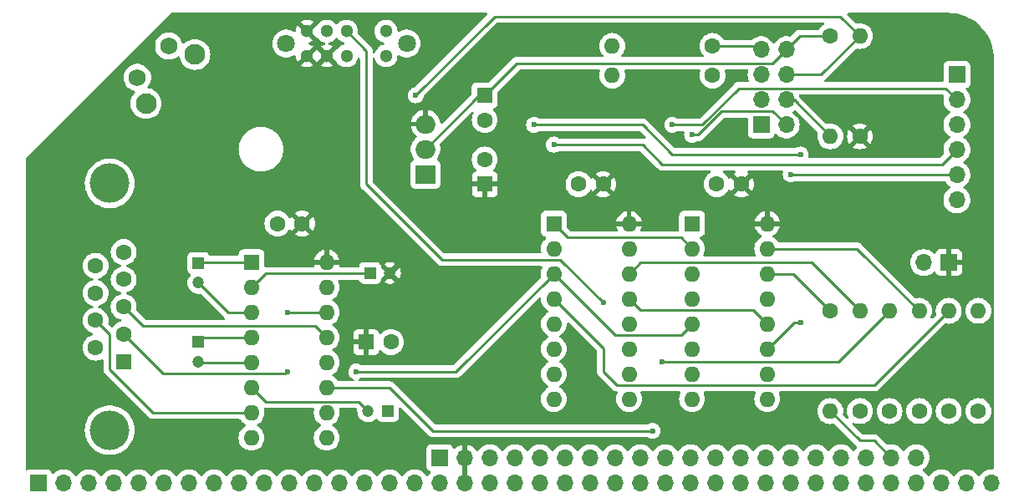
<source format=gtl>
G04 #@! TF.GenerationSoftware,KiCad,Pcbnew,7.0.11+dfsg-1build4*
G04 #@! TF.CreationDate,2025-06-10T17:17:13-04:00*
G04 #@! TF.ProjectId,comm-interface,636f6d6d-2d69-46e7-9465-72666163652e,rev?*
G04 #@! TF.SameCoordinates,Original*
G04 #@! TF.FileFunction,Copper,L1,Top*
G04 #@! TF.FilePolarity,Positive*
%FSLAX46Y46*%
G04 Gerber Fmt 4.6, Leading zero omitted, Abs format (unit mm)*
G04 Created by KiCad (PCBNEW 7.0.11+dfsg-1build4) date 2025-06-10 17:17:13*
%MOMM*%
%LPD*%
G01*
G04 APERTURE LIST*
G04 #@! TA.AperFunction,ComponentPad*
%ADD10R,2.000000X1.905000*%
G04 #@! TD*
G04 #@! TA.AperFunction,ComponentPad*
%ADD11O,2.000000X1.905000*%
G04 #@! TD*
G04 #@! TA.AperFunction,ComponentPad*
%ADD12R,1.200000X1.200000*%
G04 #@! TD*
G04 #@! TA.AperFunction,ComponentPad*
%ADD13C,1.200000*%
G04 #@! TD*
G04 #@! TA.AperFunction,ComponentPad*
%ADD14C,1.800000*%
G04 #@! TD*
G04 #@! TA.AperFunction,ComponentPad*
%ADD15C,1.300000*%
G04 #@! TD*
G04 #@! TA.AperFunction,ComponentPad*
%ADD16C,1.600000*%
G04 #@! TD*
G04 #@! TA.AperFunction,ComponentPad*
%ADD17O,1.600000X1.600000*%
G04 #@! TD*
G04 #@! TA.AperFunction,ComponentPad*
%ADD18R,1.700000X1.700000*%
G04 #@! TD*
G04 #@! TA.AperFunction,ComponentPad*
%ADD19O,1.700000X1.700000*%
G04 #@! TD*
G04 #@! TA.AperFunction,ComponentPad*
%ADD20R,1.600000X1.600000*%
G04 #@! TD*
G04 #@! TA.AperFunction,ComponentPad*
%ADD21C,2.100000*%
G04 #@! TD*
G04 #@! TA.AperFunction,ComponentPad*
%ADD22C,1.750000*%
G04 #@! TD*
G04 #@! TA.AperFunction,ComponentPad*
%ADD23C,4.000000*%
G04 #@! TD*
G04 #@! TA.AperFunction,ViaPad*
%ADD24C,0.600000*%
G04 #@! TD*
G04 #@! TA.AperFunction,Conductor*
%ADD25C,0.250000*%
G04 #@! TD*
G04 APERTURE END LIST*
D10*
X141000000Y-67000000D03*
D11*
X141000000Y-64460000D03*
X141000000Y-61920000D03*
D12*
X137200000Y-91000000D03*
D13*
X135200000Y-91000000D03*
D12*
X135400000Y-77000000D03*
D13*
X137400000Y-77000000D03*
D12*
X118000000Y-84000000D03*
D13*
X118000000Y-86000000D03*
D12*
X118000000Y-76000000D03*
D13*
X118000000Y-78000000D03*
D14*
X126900000Y-53750000D03*
X139100000Y-53750000D03*
D15*
X129000000Y-55000000D03*
X131000000Y-55000000D03*
X133000000Y-55000000D03*
X137000000Y-55000000D03*
X129000000Y-52500000D03*
X131000000Y-52500000D03*
X133000000Y-52500000D03*
X137000000Y-52500000D03*
D16*
X182000000Y-80840000D03*
D17*
X182000000Y-91000000D03*
D16*
X194000000Y-91000000D03*
D17*
X194000000Y-80840000D03*
D18*
X194818000Y-56896000D03*
D19*
X194818000Y-59436000D03*
X194818000Y-61976000D03*
X194818000Y-64516000D03*
X194818000Y-67056000D03*
X194818000Y-69596000D03*
D16*
X159000000Y-68000000D03*
X156500000Y-68000000D03*
D20*
X147000000Y-68000000D03*
D16*
X147000000Y-65500000D03*
X185000000Y-91000000D03*
D17*
X185000000Y-80840000D03*
D16*
X188000000Y-91000000D03*
D17*
X188000000Y-80840000D03*
D18*
X175000000Y-62000000D03*
D19*
X177540000Y-62000000D03*
X175000000Y-59460000D03*
X177540000Y-59460000D03*
X175000000Y-56920000D03*
X177540000Y-56920000D03*
X175000000Y-54380000D03*
X177540000Y-54380000D03*
D21*
X112694831Y-59826560D03*
X117651650Y-54869742D03*
D22*
X111818019Y-57181981D03*
X115000000Y-54000000D03*
D20*
X154000000Y-72000000D03*
D17*
X154000000Y-74540000D03*
X154000000Y-77080000D03*
X154000000Y-79620000D03*
X154000000Y-82160000D03*
X154000000Y-84700000D03*
X154000000Y-87240000D03*
X154000000Y-89780000D03*
X161620000Y-89780000D03*
X161620000Y-87240000D03*
X161620000Y-84700000D03*
X161620000Y-82160000D03*
X161620000Y-79620000D03*
X161620000Y-77080000D03*
X161620000Y-74540000D03*
X161620000Y-72000000D03*
D16*
X170080000Y-54000000D03*
D17*
X159920000Y-54000000D03*
D16*
X170080000Y-57000000D03*
D17*
X159920000Y-57000000D03*
D20*
X147000000Y-59000000D03*
D16*
X147000000Y-61500000D03*
D23*
X109010331Y-67927000D03*
X109010331Y-92927000D03*
D20*
X110430331Y-85967000D03*
D16*
X110430331Y-83197000D03*
X110430331Y-80427000D03*
X110430331Y-77657000D03*
X110430331Y-74887000D03*
X107590331Y-84582000D03*
X107590331Y-81812000D03*
X107590331Y-79042000D03*
X107590331Y-76272000D03*
X182000000Y-53000000D03*
D17*
X182000000Y-63160000D03*
D16*
X128500000Y-72000000D03*
X126000000Y-72000000D03*
D20*
X135000000Y-84000000D03*
D16*
X137500000Y-84000000D03*
X173000000Y-68000000D03*
X170500000Y-68000000D03*
X191000000Y-91000000D03*
D17*
X191000000Y-80840000D03*
D18*
X194000000Y-75946000D03*
D19*
X191460000Y-75946000D03*
D18*
X101803420Y-98248360D03*
D19*
X104343420Y-98248360D03*
X106883420Y-98248360D03*
X109423420Y-98248360D03*
X111963420Y-98248360D03*
X114503420Y-98248360D03*
X117043420Y-98248360D03*
X119583420Y-98248360D03*
X122123420Y-98248360D03*
X124663420Y-98248360D03*
X127203420Y-98248360D03*
X129743420Y-98248360D03*
X132283420Y-98248360D03*
X134823420Y-98248360D03*
X137363420Y-98248360D03*
X139903420Y-98248360D03*
X142443420Y-98248360D03*
X144983420Y-98248360D03*
X147523420Y-98248360D03*
X150063420Y-98248360D03*
X152603420Y-98248360D03*
X155143420Y-98248360D03*
X157683420Y-98248360D03*
X160223420Y-98248360D03*
X162763420Y-98248360D03*
X165303420Y-98248360D03*
X167843420Y-98248360D03*
X170383420Y-98248360D03*
X172923420Y-98248360D03*
X175463420Y-98248360D03*
X178003420Y-98248360D03*
X180543420Y-98248360D03*
X183083420Y-98248360D03*
X185623420Y-98248360D03*
X188163420Y-98248360D03*
X190703420Y-98248360D03*
X193243420Y-98248360D03*
X195783420Y-98248360D03*
X198323420Y-98248360D03*
D16*
X197000000Y-91000000D03*
D17*
X197000000Y-80840000D03*
D16*
X185000000Y-63160000D03*
D17*
X185000000Y-53000000D03*
D18*
X142443420Y-95708360D03*
D19*
X144983420Y-95708360D03*
X147523420Y-95708360D03*
X150063420Y-95708360D03*
X152603420Y-95708360D03*
X155143420Y-95708360D03*
X157683420Y-95708360D03*
X160223420Y-95708360D03*
X162763420Y-95708360D03*
X165303420Y-95708360D03*
X167843420Y-95708360D03*
X170383420Y-95708360D03*
X172923420Y-95708360D03*
X175463420Y-95708360D03*
X178003420Y-95708360D03*
X180543420Y-95708360D03*
X183083420Y-95708360D03*
X185623420Y-95708360D03*
X188163420Y-95708360D03*
X190703420Y-95708360D03*
D20*
X168000000Y-72000000D03*
D17*
X168000000Y-74540000D03*
X168000000Y-77080000D03*
X168000000Y-79620000D03*
X168000000Y-82160000D03*
X168000000Y-84700000D03*
X168000000Y-87240000D03*
X168000000Y-89780000D03*
X175620000Y-89780000D03*
X175620000Y-87240000D03*
X175620000Y-84700000D03*
X175620000Y-82160000D03*
X175620000Y-79620000D03*
X175620000Y-77080000D03*
X175620000Y-74540000D03*
X175620000Y-72000000D03*
D20*
X123380000Y-75920000D03*
D17*
X123380000Y-78460000D03*
X123380000Y-81000000D03*
X123380000Y-83540000D03*
X123380000Y-86080000D03*
X123380000Y-88620000D03*
X123380000Y-91160000D03*
X123380000Y-93700000D03*
X131000000Y-93700000D03*
X131000000Y-91160000D03*
X131000000Y-88620000D03*
X131000000Y-86080000D03*
X131000000Y-83540000D03*
X131000000Y-81000000D03*
X131000000Y-78460000D03*
X131000000Y-75920000D03*
D24*
X140000000Y-59000000D03*
X152000000Y-62000000D03*
X127000000Y-87000000D03*
X127000000Y-81000000D03*
X154000000Y-64000000D03*
X178000000Y-67000000D03*
X168000000Y-63000000D03*
X166000000Y-62000000D03*
X134000000Y-87000000D03*
X165000000Y-86000000D03*
X164000000Y-93000000D03*
X159000000Y-80000000D03*
X179000000Y-65000000D03*
X179000000Y-82000000D03*
D25*
X160365000Y-88365000D02*
X159000000Y-87000000D01*
X186475000Y-88365000D02*
X160365000Y-88365000D01*
X159000000Y-87000000D02*
X159000000Y-84620000D01*
X159000000Y-84620000D02*
X154000000Y-79620000D01*
X141000000Y-64460000D02*
X146460000Y-59000000D01*
X146460000Y-59000000D02*
X147000000Y-59000000D01*
X140000000Y-59000000D02*
X148000000Y-51000000D01*
X148000000Y-51000000D02*
X183000000Y-51000000D01*
X135200000Y-91000000D02*
X134235000Y-90035000D01*
X134235000Y-90035000D02*
X124795000Y-90035000D01*
X124795000Y-90035000D02*
X123380000Y-88620000D01*
X135400000Y-77000000D02*
X135355000Y-77045000D01*
X135355000Y-77045000D02*
X124795000Y-77045000D01*
X124795000Y-77045000D02*
X123380000Y-78460000D01*
X123380000Y-86080000D02*
X118080000Y-86080000D01*
X118080000Y-86080000D02*
X118000000Y-86000000D01*
X123380000Y-83540000D02*
X118460000Y-83540000D01*
X118460000Y-83540000D02*
X118000000Y-84000000D01*
X123380000Y-81000000D02*
X121000000Y-81000000D01*
X121000000Y-81000000D02*
X118000000Y-78000000D01*
X123380000Y-75920000D02*
X118080000Y-75920000D01*
X118080000Y-75920000D02*
X118000000Y-76000000D01*
X154665000Y-75665000D02*
X142665000Y-75665000D01*
X142665000Y-75665000D02*
X135000000Y-68000000D01*
X135000000Y-54500000D02*
X135000000Y-68000000D01*
X133000000Y-52500000D02*
X135000000Y-54500000D01*
X186455060Y-94000000D02*
X188163420Y-95708360D01*
X185000000Y-94000000D02*
X186455060Y-94000000D01*
X182000000Y-91000000D02*
X185000000Y-94000000D01*
X118040000Y-83540000D02*
X118000000Y-83500000D01*
X176175000Y-55745000D02*
X150255000Y-55745000D01*
X178920000Y-53000000D02*
X177540000Y-54380000D01*
X177540000Y-54380000D02*
X176175000Y-55745000D01*
X150255000Y-55745000D02*
X147000000Y-59000000D01*
X182000000Y-53000000D02*
X178920000Y-53000000D01*
X131000000Y-81000000D02*
X127000000Y-81000000D01*
X127000000Y-87000000D02*
X126795000Y-87205000D01*
X114438331Y-87205000D02*
X110430331Y-83197000D01*
X126795000Y-87205000D02*
X114438331Y-87205000D01*
X112378331Y-82375000D02*
X110430331Y-80427000D01*
X129835000Y-82375000D02*
X112378331Y-82375000D01*
X131000000Y-83540000D02*
X129835000Y-82375000D01*
X109000000Y-86786669D02*
X109000000Y-83221669D01*
X113373331Y-91160000D02*
X109000000Y-86786669D01*
X123380000Y-91160000D02*
X113373331Y-91160000D01*
X109000000Y-83221669D02*
X107590331Y-81812000D01*
X193334000Y-66000000D02*
X165000000Y-66000000D01*
X163000000Y-64000000D02*
X154000000Y-64000000D01*
X194818000Y-64516000D02*
X193334000Y-66000000D01*
X165000000Y-66000000D02*
X163000000Y-64000000D01*
X168000000Y-74540000D02*
X166875000Y-73415000D01*
X155415000Y-73415000D02*
X154000000Y-72000000D01*
X166875000Y-73415000D02*
X155415000Y-73415000D01*
X178056000Y-67056000D02*
X194818000Y-67056000D01*
X175620000Y-82160000D02*
X174205000Y-80745000D01*
X174205000Y-80745000D02*
X162745000Y-80745000D01*
X178000000Y-67000000D02*
X178056000Y-67056000D01*
X162745000Y-80745000D02*
X161620000Y-79620000D01*
X168636396Y-63000000D02*
X171001396Y-60635000D01*
X176175000Y-60635000D02*
X177540000Y-62000000D01*
X168000000Y-63000000D02*
X168636396Y-63000000D01*
X171001396Y-60635000D02*
X176175000Y-60635000D01*
X182000000Y-63160000D02*
X178300000Y-59460000D01*
X178300000Y-59460000D02*
X177540000Y-59460000D01*
X185000000Y-53000000D02*
X181080000Y-56920000D01*
X181080000Y-56920000D02*
X177540000Y-56920000D01*
X185000000Y-53000000D02*
X183000000Y-51000000D01*
X170080000Y-54000000D02*
X174620000Y-54000000D01*
X174620000Y-54000000D02*
X175000000Y-54380000D01*
X160205000Y-83285000D02*
X154000000Y-77080000D01*
X172715000Y-58285000D02*
X169000000Y-62000000D01*
X134000000Y-87000000D02*
X144080000Y-87000000D01*
X168000000Y-82160000D02*
X166875000Y-83285000D01*
X166875000Y-83285000D02*
X160205000Y-83285000D01*
X194818000Y-59436000D02*
X193667000Y-58285000D01*
X144080000Y-87000000D02*
X154000000Y-77080000D01*
X169000000Y-62000000D02*
X166000000Y-62000000D01*
X193667000Y-58285000D02*
X172715000Y-58285000D01*
X182840000Y-86000000D02*
X165000000Y-86000000D01*
X188000000Y-80840000D02*
X182840000Y-86000000D01*
X185000000Y-80840000D02*
X180115000Y-75955000D01*
X162745000Y-75955000D02*
X161620000Y-77080000D01*
X180115000Y-75955000D02*
X162745000Y-75955000D01*
X175620000Y-74540000D02*
X184700000Y-74540000D01*
X184700000Y-74540000D02*
X191000000Y-80840000D01*
X175620000Y-77080000D02*
X178240000Y-77080000D01*
X178240000Y-77080000D02*
X182000000Y-80840000D01*
X194000000Y-80840000D02*
X186475000Y-88365000D01*
X141750000Y-93000000D02*
X137370000Y-88620000D01*
X164000000Y-93000000D02*
X141750000Y-93000000D01*
X137370000Y-88620000D02*
X131000000Y-88620000D01*
X154665000Y-75665000D02*
X159000000Y-80000000D01*
X179000000Y-65000000D02*
X166000000Y-65000000D01*
X175620000Y-84700000D02*
X178320000Y-82000000D01*
X178320000Y-82000000D02*
X179000000Y-82000000D01*
X163000000Y-62000000D02*
X152000000Y-62000000D01*
X166000000Y-65000000D02*
X163000000Y-62000000D01*
G04 #@! TA.AperFunction,Conductor*
G36*
X145233420Y-97812858D02*
G01*
X145125735Y-97763680D01*
X145019183Y-97748360D01*
X144947657Y-97748360D01*
X144841105Y-97763680D01*
X144733420Y-97812858D01*
X144733420Y-96143861D01*
X144841105Y-96193040D01*
X144947657Y-96208360D01*
X145019183Y-96208360D01*
X145125735Y-96193040D01*
X145233420Y-96143861D01*
X145233420Y-97812858D01*
G37*
G04 #@! TD.AperFunction*
G04 #@! TA.AperFunction,Conductor*
G36*
X129982856Y-53129303D02*
G01*
X130015242Y-53136420D01*
X130054539Y-53170400D01*
X130140187Y-53283817D01*
X130140189Y-53283820D01*
X130298856Y-53428463D01*
X130298858Y-53428465D01*
X130332408Y-53449238D01*
X130481400Y-53541489D01*
X130632239Y-53599925D01*
X130681597Y-53619047D01*
X130681603Y-53619049D01*
X130753216Y-53632435D01*
X130815494Y-53664101D01*
X130850768Y-53724413D01*
X130847835Y-53794221D01*
X130807626Y-53851362D01*
X130753215Y-53876211D01*
X130683950Y-53889159D01*
X130683936Y-53889163D01*
X130485210Y-53966149D01*
X130485201Y-53966154D01*
X130382992Y-54029438D01*
X130382991Y-54029439D01*
X130955599Y-54602046D01*
X130874852Y-54614835D01*
X130761955Y-54672359D01*
X130672359Y-54761955D01*
X130614835Y-54874852D01*
X130602046Y-54955598D01*
X130026836Y-54380388D01*
X130008588Y-54381655D01*
X129991420Y-54381656D01*
X129973162Y-54380389D01*
X129397953Y-54955598D01*
X129385165Y-54874852D01*
X129327641Y-54761955D01*
X129238045Y-54672359D01*
X129125148Y-54614835D01*
X129044399Y-54602046D01*
X129617007Y-54029439D01*
X129514793Y-53966151D01*
X129514789Y-53966149D01*
X129316063Y-53889163D01*
X129316058Y-53889162D01*
X129223655Y-53871889D01*
X129161374Y-53840221D01*
X129126101Y-53779909D01*
X129129035Y-53710100D01*
X129169244Y-53652960D01*
X129223655Y-53628111D01*
X129316058Y-53610837D01*
X129316063Y-53610836D01*
X129514791Y-53533849D01*
X129514798Y-53533846D01*
X129617006Y-53470560D01*
X129617006Y-53470559D01*
X129044400Y-52897953D01*
X129125148Y-52885165D01*
X129238045Y-52827641D01*
X129327641Y-52738045D01*
X129385165Y-52625148D01*
X129397953Y-52544400D01*
X129982856Y-53129303D01*
G37*
G04 #@! TD.AperFunction*
G04 #@! TA.AperFunction,Conductor*
G36*
X132088048Y-53216628D02*
G01*
X132098955Y-53229215D01*
X132140191Y-53283822D01*
X132298856Y-53428463D01*
X132298858Y-53428465D01*
X132332408Y-53449238D01*
X132481400Y-53541489D01*
X132681603Y-53619049D01*
X132730084Y-53628111D01*
X132792364Y-53659779D01*
X132827637Y-53720092D01*
X132824703Y-53789900D01*
X132784494Y-53847040D01*
X132730084Y-53871888D01*
X132681603Y-53880951D01*
X132681600Y-53880951D01*
X132681600Y-53880952D01*
X132481399Y-53958511D01*
X132481396Y-53958513D01*
X132298858Y-54071534D01*
X132298856Y-54071536D01*
X132140190Y-54216178D01*
X132054540Y-54329598D01*
X131998431Y-54371234D01*
X131979635Y-54373916D01*
X131397953Y-54955598D01*
X131385165Y-54874852D01*
X131327641Y-54761955D01*
X131238045Y-54672359D01*
X131125148Y-54614835D01*
X131044401Y-54602046D01*
X131617007Y-54029439D01*
X131514793Y-53966151D01*
X131514789Y-53966149D01*
X131316063Y-53889163D01*
X131316049Y-53889159D01*
X131246784Y-53876211D01*
X131184503Y-53844543D01*
X131149231Y-53784230D01*
X131152165Y-53714422D01*
X131192375Y-53657282D01*
X131246782Y-53632435D01*
X131318397Y-53619049D01*
X131518600Y-53541489D01*
X131701143Y-53428464D01*
X131835975Y-53305548D01*
X131859808Y-53283822D01*
X131893799Y-53238811D01*
X131901046Y-53229214D01*
X131957154Y-53187579D01*
X132026866Y-53182886D01*
X132088048Y-53216628D01*
G37*
G04 #@! TD.AperFunction*
G04 #@! TA.AperFunction,Conductor*
G36*
X147231472Y-50659985D02*
G01*
X147277227Y-50712789D01*
X147287171Y-50781947D01*
X147258146Y-50845503D01*
X147252114Y-50851981D01*
X139937942Y-58166151D01*
X139876619Y-58199636D01*
X139864146Y-58201690D01*
X139818955Y-58206782D01*
X139646982Y-58266958D01*
X139492718Y-58363889D01*
X139363889Y-58492718D01*
X139266958Y-58646982D01*
X139206782Y-58818953D01*
X139206781Y-58818958D01*
X139186384Y-58999996D01*
X139186384Y-59000003D01*
X139206781Y-59181041D01*
X139206782Y-59181046D01*
X139225883Y-59235632D01*
X139263616Y-59343468D01*
X139266958Y-59353017D01*
X139334180Y-59460000D01*
X139363889Y-59507281D01*
X139492719Y-59636111D01*
X139646985Y-59733043D01*
X139809242Y-59789819D01*
X139818953Y-59793217D01*
X139818958Y-59793218D01*
X139999996Y-59813616D01*
X140000000Y-59813616D01*
X140000004Y-59813616D01*
X140181041Y-59793218D01*
X140181044Y-59793217D01*
X140181047Y-59793217D01*
X140353015Y-59733043D01*
X140507281Y-59636111D01*
X140636111Y-59507281D01*
X140733043Y-59353015D01*
X140793217Y-59181047D01*
X140798309Y-59135851D01*
X140825374Y-59071439D01*
X140833838Y-59062064D01*
X148226085Y-51669819D01*
X148287408Y-51636334D01*
X148313766Y-51633500D01*
X181277076Y-51633500D01*
X181344115Y-51653185D01*
X181389870Y-51705989D01*
X181399814Y-51775147D01*
X181370789Y-51838703D01*
X181346981Y-51858366D01*
X181347686Y-51859372D01*
X181343252Y-51862476D01*
X181343251Y-51862477D01*
X181155700Y-51993802D01*
X181155698Y-51993803D01*
X181155695Y-51993806D01*
X180993806Y-52155695D01*
X180993803Y-52155698D01*
X180993802Y-52155700D01*
X180883220Y-52313625D01*
X180828646Y-52357249D01*
X180781648Y-52366500D01*
X179003632Y-52366500D01*
X178987880Y-52364760D01*
X178987855Y-52365032D01*
X178980093Y-52364298D01*
X178980092Y-52364298D01*
X178956738Y-52365032D01*
X178911970Y-52366439D01*
X178908075Y-52366500D01*
X178880144Y-52366500D01*
X178880141Y-52366500D01*
X178880125Y-52366501D01*
X178876032Y-52367018D01*
X178864404Y-52367933D01*
X178820113Y-52369325D01*
X178820107Y-52369326D01*
X178800500Y-52375022D01*
X178781461Y-52378965D01*
X178761211Y-52381524D01*
X178761205Y-52381525D01*
X178761203Y-52381526D01*
X178750425Y-52385792D01*
X178720006Y-52397836D01*
X178708960Y-52401617D01*
X178666413Y-52413979D01*
X178666407Y-52413981D01*
X178648833Y-52424374D01*
X178631372Y-52432928D01*
X178612386Y-52440446D01*
X178612385Y-52440446D01*
X178576535Y-52466492D01*
X178566776Y-52472902D01*
X178528637Y-52495457D01*
X178514201Y-52509894D01*
X178499415Y-52522523D01*
X178482893Y-52534528D01*
X178482891Y-52534529D01*
X178482891Y-52534530D01*
X178482888Y-52534533D01*
X178454642Y-52568674D01*
X178446783Y-52577311D01*
X177996991Y-53027103D01*
X177935668Y-53060588D01*
X177878876Y-53059629D01*
X177874641Y-53058556D01*
X177652569Y-53021500D01*
X177427431Y-53021500D01*
X177205362Y-53058556D01*
X176992430Y-53131656D01*
X176992419Y-53131661D01*
X176794427Y-53238808D01*
X176794422Y-53238812D01*
X176616761Y-53377092D01*
X176616756Y-53377097D01*
X176464284Y-53542723D01*
X176464276Y-53542734D01*
X176373808Y-53681206D01*
X176320662Y-53726562D01*
X176251431Y-53735986D01*
X176188095Y-53706484D01*
X176166192Y-53681206D01*
X176108286Y-53592576D01*
X176075722Y-53542732D01*
X176075719Y-53542729D01*
X176075715Y-53542723D01*
X175923243Y-53377097D01*
X175923238Y-53377092D01*
X175745577Y-53238812D01*
X175745572Y-53238808D01*
X175547580Y-53131661D01*
X175547577Y-53131659D01*
X175547574Y-53131658D01*
X175547571Y-53131657D01*
X175547569Y-53131656D01*
X175334637Y-53058556D01*
X175112569Y-53021500D01*
X174887431Y-53021500D01*
X174665362Y-53058556D01*
X174452430Y-53131656D01*
X174452419Y-53131661D01*
X174254427Y-53238808D01*
X174254422Y-53238812D01*
X174123964Y-53340353D01*
X174058970Y-53365996D01*
X174047801Y-53366500D01*
X171298352Y-53366500D01*
X171231313Y-53346815D01*
X171196779Y-53313626D01*
X171086198Y-53155700D01*
X170924300Y-52993802D01*
X170736749Y-52862477D01*
X170736745Y-52862475D01*
X170529249Y-52765718D01*
X170529238Y-52765714D01*
X170308089Y-52706457D01*
X170308081Y-52706456D01*
X170080002Y-52686502D01*
X170079998Y-52686502D01*
X169851918Y-52706456D01*
X169851910Y-52706457D01*
X169630761Y-52765714D01*
X169630750Y-52765718D01*
X169423254Y-52862475D01*
X169423252Y-52862476D01*
X169395488Y-52881917D01*
X169235700Y-52993802D01*
X169235698Y-52993803D01*
X169235695Y-52993806D01*
X169073806Y-53155695D01*
X168942476Y-53343252D01*
X168942475Y-53343254D01*
X168845718Y-53550750D01*
X168845714Y-53550761D01*
X168786457Y-53771910D01*
X168786456Y-53771918D01*
X168766502Y-53999998D01*
X168766502Y-54000001D01*
X168786456Y-54228081D01*
X168786457Y-54228089D01*
X168845714Y-54449238D01*
X168845718Y-54449249D01*
X168940815Y-54653185D01*
X168942477Y-54656749D01*
X169073802Y-54844300D01*
X169073806Y-54844304D01*
X169129321Y-54899819D01*
X169162806Y-54961142D01*
X169157822Y-55030834D01*
X169115950Y-55086767D01*
X169050486Y-55111184D01*
X169041640Y-55111500D01*
X160958360Y-55111500D01*
X160891321Y-55091815D01*
X160845566Y-55039011D01*
X160835622Y-54969853D01*
X160864647Y-54906297D01*
X160870679Y-54899819D01*
X160895646Y-54874852D01*
X160926198Y-54844300D01*
X161057523Y-54656749D01*
X161154284Y-54449243D01*
X161213543Y-54228087D01*
X161233498Y-54000000D01*
X161233497Y-53999994D01*
X161223083Y-53880952D01*
X161213543Y-53771913D01*
X161154284Y-53550757D01*
X161149962Y-53541489D01*
X161106948Y-53449244D01*
X161057523Y-53343251D01*
X160926198Y-53155700D01*
X160764300Y-52993802D01*
X160576749Y-52862477D01*
X160576745Y-52862475D01*
X160369249Y-52765718D01*
X160369238Y-52765714D01*
X160148089Y-52706457D01*
X160148081Y-52706456D01*
X159920002Y-52686502D01*
X159919998Y-52686502D01*
X159691918Y-52706456D01*
X159691910Y-52706457D01*
X159470761Y-52765714D01*
X159470750Y-52765718D01*
X159263254Y-52862475D01*
X159263252Y-52862476D01*
X159235488Y-52881917D01*
X159075700Y-52993802D01*
X159075698Y-52993803D01*
X159075695Y-52993806D01*
X158913806Y-53155695D01*
X158782476Y-53343252D01*
X158782475Y-53343254D01*
X158685718Y-53550750D01*
X158685714Y-53550761D01*
X158626457Y-53771910D01*
X158626456Y-53771918D01*
X158606502Y-53999998D01*
X158606502Y-54000001D01*
X158626456Y-54228081D01*
X158626457Y-54228089D01*
X158685714Y-54449238D01*
X158685718Y-54449249D01*
X158780815Y-54653185D01*
X158782477Y-54656749D01*
X158913802Y-54844300D01*
X158913806Y-54844304D01*
X158969321Y-54899819D01*
X159002806Y-54961142D01*
X158997822Y-55030834D01*
X158955950Y-55086767D01*
X158890486Y-55111184D01*
X158881640Y-55111500D01*
X150338634Y-55111500D01*
X150322886Y-55109761D01*
X150322861Y-55110032D01*
X150315094Y-55109298D01*
X150315091Y-55109298D01*
X150246983Y-55111439D01*
X150243087Y-55111500D01*
X150215136Y-55111500D01*
X150211040Y-55112018D01*
X150199402Y-55112934D01*
X150155111Y-55114326D01*
X150155108Y-55114327D01*
X150135505Y-55120022D01*
X150116459Y-55123966D01*
X150096203Y-55126526D01*
X150096201Y-55126526D01*
X150096199Y-55126527D01*
X150054998Y-55142839D01*
X150043951Y-55146621D01*
X150001406Y-55158982D01*
X149983831Y-55169375D01*
X149966373Y-55177928D01*
X149947383Y-55185448D01*
X149911535Y-55211492D01*
X149901776Y-55217902D01*
X149863637Y-55240457D01*
X149849201Y-55254894D01*
X149834415Y-55267523D01*
X149817893Y-55279528D01*
X149817891Y-55279529D01*
X149817891Y-55279530D01*
X149817888Y-55279533D01*
X149789642Y-55313674D01*
X149781783Y-55322311D01*
X147448914Y-57655181D01*
X147387591Y-57688666D01*
X147361233Y-57691500D01*
X146151345Y-57691500D01*
X146090797Y-57698011D01*
X146090795Y-57698011D01*
X145953795Y-57749111D01*
X145836739Y-57836739D01*
X145749111Y-57953795D01*
X145698011Y-58090795D01*
X145698011Y-58090797D01*
X145691500Y-58151345D01*
X145691500Y-58821232D01*
X145671815Y-58888271D01*
X145655181Y-58908913D01*
X142708157Y-61855935D01*
X142646834Y-61889420D01*
X142577142Y-61884436D01*
X142521209Y-61842564D01*
X142498167Y-61788663D01*
X142460379Y-61562207D01*
X142382221Y-61334545D01*
X142382215Y-61334531D01*
X142267655Y-61122840D01*
X142267649Y-61122831D01*
X142119806Y-60932883D01*
X142119797Y-60932873D01*
X141942710Y-60769851D01*
X141942699Y-60769843D01*
X141741184Y-60638186D01*
X141520739Y-60541491D01*
X141520740Y-60541491D01*
X141287391Y-60482399D01*
X141250000Y-60479300D01*
X141250000Y-61428316D01*
X141221181Y-61410791D01*
X141075596Y-61370000D01*
X140962378Y-61370000D01*
X140850217Y-61385416D01*
X140750000Y-61428946D01*
X140750000Y-60479300D01*
X140749999Y-60479300D01*
X140712608Y-60482399D01*
X140479259Y-60541491D01*
X140258815Y-60638186D01*
X140057300Y-60769843D01*
X140057289Y-60769851D01*
X139880202Y-60932873D01*
X139880193Y-60932883D01*
X139732350Y-61122831D01*
X139732344Y-61122840D01*
X139617784Y-61334531D01*
X139617778Y-61334545D01*
X139539619Y-61562208D01*
X139521633Y-61669999D01*
X139521634Y-61670000D01*
X140505148Y-61670000D01*
X140456441Y-61807047D01*
X140446123Y-61957886D01*
X140476884Y-62105915D01*
X140510090Y-62170000D01*
X139521633Y-62170000D01*
X139539619Y-62277791D01*
X139617778Y-62505454D01*
X139617784Y-62505468D01*
X139732344Y-62717159D01*
X139732350Y-62717168D01*
X139880193Y-62907116D01*
X139880202Y-62907126D01*
X140057295Y-63070153D01*
X140074071Y-63081113D01*
X140119429Y-63134259D01*
X140128853Y-63203490D01*
X140099352Y-63266826D01*
X140074077Y-63288729D01*
X140052058Y-63303115D01*
X139902222Y-63441049D01*
X139875693Y-63465472D01*
X139873922Y-63467102D01*
X139725209Y-63658167D01*
X139725206Y-63658172D01*
X139609973Y-63871105D01*
X139609967Y-63871119D01*
X139531352Y-64100113D01*
X139491500Y-64338939D01*
X139491500Y-64581060D01*
X139531352Y-64819886D01*
X139609967Y-65048880D01*
X139609973Y-65048894D01*
X139725206Y-65261827D01*
X139725209Y-65261832D01*
X139829826Y-65396243D01*
X139855469Y-65461237D01*
X139841903Y-65529777D01*
X139793434Y-65580102D01*
X139775309Y-65588587D01*
X139753794Y-65596611D01*
X139636739Y-65684239D01*
X139549111Y-65801295D01*
X139498011Y-65938295D01*
X139498011Y-65938297D01*
X139491500Y-65998845D01*
X139491500Y-68001154D01*
X139498011Y-68061702D01*
X139498011Y-68061704D01*
X139534225Y-68158794D01*
X139549111Y-68198704D01*
X139636739Y-68315761D01*
X139753796Y-68403389D01*
X139890799Y-68454489D01*
X139918050Y-68457418D01*
X139951345Y-68460999D01*
X139951362Y-68461000D01*
X142048638Y-68461000D01*
X142048654Y-68460999D01*
X142075692Y-68458091D01*
X142109201Y-68454489D01*
X142246204Y-68403389D01*
X142363261Y-68315761D01*
X142450889Y-68198704D01*
X142501989Y-68061701D01*
X142507761Y-68008016D01*
X142508499Y-68001154D01*
X142508500Y-68001137D01*
X142508500Y-65998862D01*
X142508499Y-65998845D01*
X142503166Y-65949249D01*
X142501989Y-65938299D01*
X142500607Y-65934595D01*
X142477636Y-65873006D01*
X142450889Y-65801296D01*
X142363261Y-65684239D01*
X142246204Y-65596611D01*
X142224690Y-65588586D01*
X142168758Y-65546715D01*
X142151335Y-65500001D01*
X145686502Y-65500001D01*
X145706456Y-65728081D01*
X145706457Y-65728089D01*
X145765714Y-65949238D01*
X145765718Y-65949249D01*
X145857456Y-66145982D01*
X145862477Y-66156749D01*
X145993802Y-66344300D01*
X145993806Y-66344304D01*
X146148357Y-66498855D01*
X146181842Y-66560178D01*
X146176858Y-66629870D01*
X146134986Y-66685803D01*
X146099421Y-66702430D01*
X146099892Y-66703691D01*
X145957913Y-66756645D01*
X145957906Y-66756649D01*
X145842812Y-66842809D01*
X145842809Y-66842812D01*
X145756649Y-66957906D01*
X145756645Y-66957913D01*
X145706403Y-67092620D01*
X145706401Y-67092627D01*
X145700000Y-67152155D01*
X145700000Y-67750000D01*
X146684314Y-67750000D01*
X146672359Y-67761955D01*
X146614835Y-67874852D01*
X146595014Y-68000000D01*
X146614835Y-68125148D01*
X146672359Y-68238045D01*
X146684314Y-68250000D01*
X145700000Y-68250000D01*
X145700000Y-68847844D01*
X145706401Y-68907372D01*
X145706403Y-68907379D01*
X145756645Y-69042086D01*
X145756649Y-69042093D01*
X145842809Y-69157187D01*
X145842812Y-69157190D01*
X145957906Y-69243350D01*
X145957913Y-69243354D01*
X146092620Y-69293596D01*
X146092627Y-69293598D01*
X146152155Y-69299999D01*
X146152172Y-69300000D01*
X146750000Y-69300000D01*
X146750000Y-68315686D01*
X146761955Y-68327641D01*
X146874852Y-68385165D01*
X146968519Y-68400000D01*
X147031481Y-68400000D01*
X147125148Y-68385165D01*
X147238045Y-68327641D01*
X147250000Y-68315686D01*
X147250000Y-69300000D01*
X147847828Y-69300000D01*
X147847844Y-69299999D01*
X147907372Y-69293598D01*
X147907379Y-69293596D01*
X148042086Y-69243354D01*
X148042093Y-69243350D01*
X148157187Y-69157190D01*
X148157190Y-69157187D01*
X148243350Y-69042093D01*
X148243354Y-69042086D01*
X148293596Y-68907379D01*
X148293598Y-68907372D01*
X148299999Y-68847844D01*
X148300000Y-68847827D01*
X148300000Y-68250000D01*
X147315686Y-68250000D01*
X147327641Y-68238045D01*
X147385165Y-68125148D01*
X147404986Y-68000001D01*
X155186502Y-68000001D01*
X155206456Y-68228081D01*
X155206457Y-68228089D01*
X155265714Y-68449238D01*
X155265718Y-68449249D01*
X155333242Y-68594054D01*
X155362477Y-68656749D01*
X155493802Y-68844300D01*
X155655700Y-69006198D01*
X155843251Y-69137523D01*
X155968091Y-69195736D01*
X156050750Y-69234281D01*
X156050752Y-69234281D01*
X156050757Y-69234284D01*
X156271913Y-69293543D01*
X156434832Y-69307796D01*
X156499998Y-69313498D01*
X156500000Y-69313498D01*
X156500002Y-69313498D01*
X156557021Y-69308509D01*
X156728087Y-69293543D01*
X156949243Y-69234284D01*
X157156749Y-69137523D01*
X157344300Y-69006198D01*
X157506198Y-68844300D01*
X157637523Y-68656749D01*
X157642305Y-68646493D01*
X157688472Y-68594054D01*
X157755665Y-68574898D01*
X157822547Y-68595110D01*
X157867067Y-68646483D01*
X157869862Y-68652477D01*
X157869863Y-68652478D01*
X157920974Y-68725472D01*
X158602046Y-68044400D01*
X158614835Y-68125148D01*
X158672359Y-68238045D01*
X158761955Y-68327641D01*
X158874852Y-68385165D01*
X158955599Y-68397953D01*
X158274526Y-69079025D01*
X158347513Y-69130132D01*
X158347521Y-69130136D01*
X158553668Y-69226264D01*
X158553682Y-69226269D01*
X158773389Y-69285139D01*
X158773400Y-69285141D01*
X158999998Y-69304966D01*
X159000002Y-69304966D01*
X159226599Y-69285141D01*
X159226610Y-69285139D01*
X159446317Y-69226269D01*
X159446331Y-69226264D01*
X159652478Y-69130136D01*
X159725471Y-69079024D01*
X159044400Y-68397953D01*
X159125148Y-68385165D01*
X159238045Y-68327641D01*
X159327641Y-68238045D01*
X159385165Y-68125148D01*
X159397953Y-68044400D01*
X160079024Y-68725471D01*
X160130136Y-68652478D01*
X160226264Y-68446331D01*
X160226269Y-68446317D01*
X160285139Y-68226610D01*
X160285141Y-68226599D01*
X160304966Y-68000002D01*
X160304966Y-67999997D01*
X160285141Y-67773400D01*
X160285139Y-67773389D01*
X160226269Y-67553682D01*
X160226264Y-67553668D01*
X160130136Y-67347521D01*
X160130132Y-67347513D01*
X160079025Y-67274526D01*
X159397953Y-67955598D01*
X159385165Y-67874852D01*
X159327641Y-67761955D01*
X159238045Y-67672359D01*
X159125148Y-67614835D01*
X159044401Y-67602046D01*
X159725472Y-66920974D01*
X159652478Y-66869863D01*
X159446331Y-66773735D01*
X159446317Y-66773730D01*
X159226610Y-66714860D01*
X159226599Y-66714858D01*
X159000002Y-66695034D01*
X158999998Y-66695034D01*
X158773400Y-66714858D01*
X158773389Y-66714860D01*
X158553682Y-66773730D01*
X158553673Y-66773734D01*
X158347516Y-66869866D01*
X158347512Y-66869868D01*
X158274526Y-66920973D01*
X158274526Y-66920974D01*
X158955599Y-67602046D01*
X158874852Y-67614835D01*
X158761955Y-67672359D01*
X158672359Y-67761955D01*
X158614835Y-67874852D01*
X158602046Y-67955598D01*
X157920974Y-67274526D01*
X157920973Y-67274526D01*
X157869868Y-67347512D01*
X157869865Y-67347518D01*
X157867070Y-67353513D01*
X157820897Y-67405951D01*
X157753703Y-67425102D01*
X157686822Y-67404885D01*
X157642307Y-67353511D01*
X157642076Y-67353015D01*
X157637523Y-67343251D01*
X157506198Y-67155700D01*
X157344300Y-66993802D01*
X157156749Y-66862477D01*
X157156745Y-66862475D01*
X156949249Y-66765718D01*
X156949238Y-66765714D01*
X156728089Y-66706457D01*
X156728081Y-66706456D01*
X156500002Y-66686502D01*
X156499998Y-66686502D01*
X156271918Y-66706456D01*
X156271910Y-66706457D01*
X156050761Y-66765714D01*
X156050750Y-66765718D01*
X155843254Y-66862475D01*
X155843252Y-66862476D01*
X155772856Y-66911767D01*
X155655700Y-66993802D01*
X155655698Y-66993803D01*
X155655695Y-66993806D01*
X155493806Y-67155695D01*
X155493803Y-67155698D01*
X155493802Y-67155700D01*
X155476054Y-67181047D01*
X155362476Y-67343252D01*
X155362475Y-67343254D01*
X155265718Y-67550750D01*
X155265714Y-67550761D01*
X155206457Y-67771910D01*
X155206456Y-67771918D01*
X155186502Y-67999998D01*
X155186502Y-68000001D01*
X147404986Y-68000001D01*
X147404986Y-68000000D01*
X147385165Y-67874852D01*
X147327641Y-67761955D01*
X147315686Y-67750000D01*
X148300000Y-67750000D01*
X148300000Y-67152172D01*
X148299999Y-67152155D01*
X148293598Y-67092627D01*
X148293596Y-67092620D01*
X148243354Y-66957913D01*
X148243350Y-66957906D01*
X148157190Y-66842812D01*
X148157187Y-66842809D01*
X148042093Y-66756649D01*
X148042086Y-66756645D01*
X147900108Y-66703691D01*
X147900899Y-66701570D01*
X147850093Y-66672640D01*
X147817706Y-66610730D01*
X147823932Y-66541139D01*
X147851638Y-66498859D01*
X148006198Y-66344300D01*
X148137523Y-66156749D01*
X148234284Y-65949243D01*
X148293543Y-65728087D01*
X148313498Y-65500000D01*
X148293543Y-65271913D01*
X148234284Y-65050757D01*
X148233415Y-65048894D01*
X148182636Y-64939997D01*
X148137523Y-64843251D01*
X148006198Y-64655700D01*
X147844300Y-64493802D01*
X147656749Y-64362477D01*
X147630760Y-64350358D01*
X147449249Y-64265718D01*
X147449238Y-64265714D01*
X147228089Y-64206457D01*
X147228081Y-64206456D01*
X147000002Y-64186502D01*
X146999998Y-64186502D01*
X146771918Y-64206456D01*
X146771910Y-64206457D01*
X146550761Y-64265714D01*
X146550750Y-64265718D01*
X146343254Y-64362475D01*
X146343252Y-64362476D01*
X146272856Y-64411767D01*
X146155700Y-64493802D01*
X146155698Y-64493803D01*
X146155695Y-64493806D01*
X145993806Y-64655695D01*
X145993803Y-64655698D01*
X145993802Y-64655700D01*
X145934517Y-64740368D01*
X145862476Y-64843252D01*
X145862475Y-64843254D01*
X145765718Y-65050750D01*
X145765714Y-65050761D01*
X145706457Y-65271910D01*
X145706456Y-65271918D01*
X145686502Y-65499998D01*
X145686502Y-65500001D01*
X142151335Y-65500001D01*
X142144342Y-65481251D01*
X142159194Y-65412978D01*
X142170167Y-65396251D01*
X142274792Y-65261830D01*
X142390030Y-65048888D01*
X142468648Y-64819883D01*
X142508500Y-64581062D01*
X142508500Y-64338938D01*
X142496282Y-64265718D01*
X142468649Y-64100121D01*
X142468648Y-64100117D01*
X142439379Y-64014863D01*
X142436230Y-63945069D01*
X142468978Y-63886924D01*
X145677341Y-60678561D01*
X145738663Y-60645078D01*
X145808355Y-60650062D01*
X145864288Y-60691934D01*
X145888705Y-60757398D01*
X145873853Y-60825671D01*
X145866599Y-60837363D01*
X145862480Y-60843245D01*
X145862475Y-60843254D01*
X145765718Y-61050750D01*
X145765714Y-61050761D01*
X145706457Y-61271910D01*
X145706456Y-61271918D01*
X145686502Y-61499998D01*
X145686502Y-61500001D01*
X145706456Y-61728081D01*
X145706457Y-61728089D01*
X145765714Y-61949238D01*
X145765718Y-61949249D01*
X145838773Y-62105915D01*
X145862477Y-62156749D01*
X145993802Y-62344300D01*
X146155700Y-62506198D01*
X146343251Y-62637523D01*
X146420902Y-62673732D01*
X146550750Y-62734281D01*
X146550752Y-62734281D01*
X146550757Y-62734284D01*
X146771913Y-62793543D01*
X146919407Y-62806447D01*
X146999998Y-62813498D01*
X147000000Y-62813498D01*
X147000002Y-62813498D01*
X147080593Y-62806447D01*
X147228087Y-62793543D01*
X147449243Y-62734284D01*
X147656749Y-62637523D01*
X147844300Y-62506198D01*
X148006198Y-62344300D01*
X148137523Y-62156749D01*
X148234284Y-61949243D01*
X148293543Y-61728087D01*
X148313498Y-61500000D01*
X148293543Y-61271913D01*
X148234284Y-61050757D01*
X148137523Y-60843251D01*
X148006198Y-60655700D01*
X147858660Y-60508162D01*
X147825175Y-60446839D01*
X147830159Y-60377147D01*
X147872031Y-60321214D01*
X147903007Y-60304300D01*
X147997946Y-60268888D01*
X148046204Y-60250889D01*
X148163261Y-60163261D01*
X148250889Y-60046204D01*
X148301989Y-59909201D01*
X148305591Y-59875692D01*
X148308499Y-59848654D01*
X148308500Y-59848637D01*
X148308500Y-58638766D01*
X148328185Y-58571727D01*
X148344819Y-58551085D01*
X150481085Y-56414819D01*
X150542408Y-56381334D01*
X150568766Y-56378500D01*
X158571400Y-56378500D01*
X158638439Y-56398185D01*
X158684194Y-56450989D01*
X158694138Y-56520147D01*
X158686631Y-56545335D01*
X158687566Y-56545676D01*
X158685714Y-56550761D01*
X158626457Y-56771910D01*
X158626456Y-56771918D01*
X158606502Y-56999998D01*
X158606502Y-57000001D01*
X158626456Y-57228081D01*
X158626457Y-57228089D01*
X158685714Y-57449238D01*
X158685718Y-57449249D01*
X158781746Y-57655181D01*
X158782477Y-57656749D01*
X158913802Y-57844300D01*
X159075700Y-58006198D01*
X159263251Y-58137523D01*
X159365069Y-58185001D01*
X159470750Y-58234281D01*
X159470752Y-58234281D01*
X159470757Y-58234284D01*
X159691913Y-58293543D01*
X159854832Y-58307796D01*
X159919998Y-58313498D01*
X159920000Y-58313498D01*
X159920002Y-58313498D01*
X159977021Y-58308509D01*
X160148087Y-58293543D01*
X160369243Y-58234284D01*
X160576749Y-58137523D01*
X160764300Y-58006198D01*
X160926198Y-57844300D01*
X161057523Y-57656749D01*
X161154284Y-57449243D01*
X161213543Y-57228087D01*
X161233498Y-57000000D01*
X161213543Y-56771913D01*
X161154284Y-56550757D01*
X161154281Y-56550752D01*
X161152434Y-56545676D01*
X161154693Y-56544853D01*
X161145725Y-56485837D01*
X161174239Y-56422051D01*
X161232713Y-56383807D01*
X161268600Y-56378500D01*
X168731400Y-56378500D01*
X168798439Y-56398185D01*
X168844194Y-56450989D01*
X168854138Y-56520147D01*
X168846631Y-56545335D01*
X168847566Y-56545676D01*
X168845714Y-56550761D01*
X168786457Y-56771910D01*
X168786456Y-56771918D01*
X168766502Y-56999998D01*
X168766502Y-57000001D01*
X168786456Y-57228081D01*
X168786457Y-57228089D01*
X168845714Y-57449238D01*
X168845718Y-57449249D01*
X168941746Y-57655181D01*
X168942477Y-57656749D01*
X169073802Y-57844300D01*
X169235700Y-58006198D01*
X169423251Y-58137523D01*
X169525069Y-58185001D01*
X169630750Y-58234281D01*
X169630752Y-58234281D01*
X169630757Y-58234284D01*
X169851913Y-58293543D01*
X170014832Y-58307796D01*
X170079998Y-58313498D01*
X170080000Y-58313498D01*
X170080002Y-58313498D01*
X170137021Y-58308509D01*
X170308087Y-58293543D01*
X170529243Y-58234284D01*
X170736749Y-58137523D01*
X170924300Y-58006198D01*
X171086198Y-57844300D01*
X171217523Y-57656749D01*
X171314284Y-57449243D01*
X171373543Y-57228087D01*
X171393498Y-57000000D01*
X171373543Y-56771913D01*
X171314284Y-56550757D01*
X171314281Y-56550752D01*
X171312434Y-56545676D01*
X171314693Y-56544853D01*
X171305725Y-56485837D01*
X171334239Y-56422051D01*
X171392713Y-56383807D01*
X171428600Y-56378500D01*
X173576429Y-56378500D01*
X173643468Y-56398185D01*
X173689223Y-56450989D01*
X173699167Y-56520147D01*
X173696635Y-56532940D01*
X173655436Y-56695628D01*
X173655434Y-56695640D01*
X173636844Y-56919994D01*
X173636844Y-56920005D01*
X173655434Y-57144359D01*
X173655436Y-57144371D01*
X173710703Y-57362614D01*
X173710704Y-57362616D01*
X173749065Y-57450072D01*
X173761180Y-57477690D01*
X173770083Y-57546990D01*
X173740106Y-57610102D01*
X173680766Y-57646989D01*
X173647624Y-57651500D01*
X172798629Y-57651500D01*
X172782886Y-57649761D01*
X172782861Y-57650033D01*
X172775093Y-57649298D01*
X172707001Y-57651439D01*
X172703106Y-57651500D01*
X172675143Y-57651500D01*
X172671031Y-57652019D01*
X172659402Y-57652934D01*
X172615111Y-57654326D01*
X172615108Y-57654327D01*
X172595505Y-57660022D01*
X172576459Y-57663966D01*
X172556203Y-57666526D01*
X172556201Y-57666526D01*
X172515007Y-57682835D01*
X172503964Y-57686616D01*
X172461404Y-57698982D01*
X172461403Y-57698983D01*
X172443824Y-57709378D01*
X172426364Y-57717932D01*
X172407384Y-57725447D01*
X172407382Y-57725448D01*
X172371545Y-57751485D01*
X172361785Y-57757896D01*
X172323638Y-57780456D01*
X172309196Y-57794898D01*
X172294408Y-57807527D01*
X172277897Y-57819523D01*
X172277892Y-57819528D01*
X172249652Y-57853663D01*
X172241792Y-57862301D01*
X168773914Y-61330181D01*
X168712591Y-61363666D01*
X168686233Y-61366500D01*
X166547160Y-61366500D01*
X166481188Y-61347493D01*
X166353022Y-61266960D01*
X166353019Y-61266958D01*
X166181046Y-61206782D01*
X166181041Y-61206781D01*
X166000004Y-61186384D01*
X165999996Y-61186384D01*
X165818958Y-61206781D01*
X165818953Y-61206782D01*
X165646982Y-61266958D01*
X165492718Y-61363889D01*
X165363889Y-61492718D01*
X165266958Y-61646982D01*
X165206782Y-61818953D01*
X165206781Y-61818958D01*
X165186384Y-61999996D01*
X165186384Y-62000003D01*
X165206781Y-62181041D01*
X165206782Y-62181046D01*
X165266958Y-62353017D01*
X165279156Y-62372430D01*
X165363889Y-62507281D01*
X165492719Y-62636111D01*
X165646985Y-62733043D01*
X165784699Y-62781231D01*
X165818953Y-62793217D01*
X165818958Y-62793218D01*
X165999996Y-62813616D01*
X166000000Y-62813616D01*
X166000004Y-62813616D01*
X166181041Y-62793218D01*
X166181044Y-62793217D01*
X166181047Y-62793217D01*
X166353015Y-62733043D01*
X166353017Y-62733041D01*
X166353019Y-62733041D01*
X166353022Y-62733039D01*
X166481188Y-62652507D01*
X166547160Y-62633500D01*
X167096914Y-62633500D01*
X167163953Y-62653185D01*
X167209708Y-62705989D01*
X167219652Y-62775147D01*
X167213955Y-62798456D01*
X167206783Y-62818949D01*
X167206781Y-62818958D01*
X167186384Y-62999996D01*
X167186384Y-63000003D01*
X167206781Y-63181041D01*
X167206782Y-63181046D01*
X167266958Y-63353017D01*
X167338643Y-63467102D01*
X167363889Y-63507281D01*
X167492719Y-63636111D01*
X167646985Y-63733043D01*
X167807930Y-63789360D01*
X167818953Y-63793217D01*
X167818958Y-63793218D01*
X167999996Y-63813616D01*
X168000000Y-63813616D01*
X168000004Y-63813616D01*
X168181041Y-63793218D01*
X168181044Y-63793217D01*
X168181047Y-63793217D01*
X168353015Y-63733043D01*
X168353017Y-63733041D01*
X168353019Y-63733041D01*
X168353022Y-63733039D01*
X168481188Y-63652507D01*
X168547160Y-63633500D01*
X168552762Y-63633500D01*
X168568509Y-63635238D01*
X168568535Y-63634968D01*
X168576301Y-63635701D01*
X168576305Y-63635702D01*
X168644413Y-63633560D01*
X168648309Y-63633500D01*
X168676254Y-63633500D01*
X168676256Y-63633499D01*
X168677658Y-63633322D01*
X168680345Y-63632983D01*
X168692004Y-63632064D01*
X168736285Y-63630673D01*
X168755877Y-63624980D01*
X168774934Y-63621032D01*
X168795193Y-63618474D01*
X168836402Y-63602157D01*
X168847439Y-63598379D01*
X168889989Y-63586018D01*
X168907561Y-63575625D01*
X168925028Y-63567068D01*
X168944013Y-63559552D01*
X168979857Y-63533508D01*
X168989626Y-63527092D01*
X168995083Y-63523865D01*
X169027758Y-63504542D01*
X169042198Y-63490100D01*
X169056988Y-63477470D01*
X169073503Y-63465472D01*
X169101755Y-63431319D01*
X169109599Y-63422699D01*
X171227482Y-61304819D01*
X171288805Y-61271334D01*
X171315163Y-61268500D01*
X173517500Y-61268500D01*
X173584539Y-61288185D01*
X173630294Y-61340989D01*
X173641500Y-61392500D01*
X173641500Y-62898654D01*
X173648011Y-62959202D01*
X173648011Y-62959204D01*
X173693874Y-63082163D01*
X173699111Y-63096204D01*
X173786739Y-63213261D01*
X173903796Y-63300889D01*
X174017889Y-63343444D01*
X174034286Y-63349560D01*
X174040799Y-63351989D01*
X174068050Y-63354918D01*
X174101345Y-63358499D01*
X174101362Y-63358500D01*
X175898638Y-63358500D01*
X175898654Y-63358499D01*
X175925692Y-63355591D01*
X175959201Y-63351989D01*
X175965714Y-63349560D01*
X175982111Y-63343444D01*
X176096204Y-63300889D01*
X176213261Y-63213261D01*
X176300889Y-63096204D01*
X176346138Y-62974887D01*
X176388009Y-62918956D01*
X176453474Y-62894539D01*
X176521746Y-62909391D01*
X176553545Y-62934236D01*
X176616760Y-63002906D01*
X176794424Y-63141189D01*
X176794425Y-63141189D01*
X176794427Y-63141191D01*
X176915628Y-63206781D01*
X176992426Y-63248342D01*
X177205365Y-63321444D01*
X177427431Y-63358500D01*
X177652569Y-63358500D01*
X177874635Y-63321444D01*
X178087574Y-63248342D01*
X178285576Y-63141189D01*
X178463240Y-63002906D01*
X178595189Y-62859573D01*
X178615715Y-62837276D01*
X178615716Y-62837274D01*
X178615722Y-62837268D01*
X178738860Y-62648791D01*
X178829296Y-62442616D01*
X178884564Y-62224368D01*
X178885204Y-62216642D01*
X178903156Y-62000005D01*
X178903156Y-61999994D01*
X178884565Y-61775640D01*
X178884563Y-61775628D01*
X178838311Y-61592984D01*
X178829296Y-61557384D01*
X178738860Y-61351209D01*
X178736432Y-61347493D01*
X178644501Y-61206782D01*
X178615722Y-61162732D01*
X178615719Y-61162729D01*
X178615715Y-61162723D01*
X178463243Y-60997097D01*
X178463238Y-60997092D01*
X178285577Y-60858812D01*
X178285578Y-60858812D01*
X178285576Y-60858811D01*
X178249070Y-60839055D01*
X178199479Y-60789836D01*
X178184371Y-60721619D01*
X178208541Y-60656064D01*
X178249070Y-60620945D01*
X178285572Y-60601191D01*
X178285571Y-60601191D01*
X178285576Y-60601189D01*
X178345205Y-60554776D01*
X178410194Y-60529135D01*
X178478734Y-60542700D01*
X178509046Y-60564950D01*
X180691664Y-62747568D01*
X180725149Y-62808891D01*
X180723758Y-62867341D01*
X180706459Y-62931904D01*
X180706456Y-62931918D01*
X180686502Y-63159998D01*
X180686502Y-63160001D01*
X180706456Y-63388081D01*
X180706457Y-63388089D01*
X180765714Y-63609238D01*
X180765718Y-63609249D01*
X180836370Y-63760762D01*
X180862477Y-63816749D01*
X180993802Y-64004300D01*
X181155700Y-64166198D01*
X181343251Y-64297523D01*
X181456557Y-64350358D01*
X181550750Y-64394281D01*
X181550752Y-64394281D01*
X181550757Y-64394284D01*
X181771913Y-64453543D01*
X181934832Y-64467796D01*
X181999998Y-64473498D01*
X182000000Y-64473498D01*
X182000002Y-64473498D01*
X182057021Y-64468509D01*
X182228087Y-64453543D01*
X182449243Y-64394284D01*
X182656749Y-64297523D01*
X182844300Y-64166198D01*
X183006198Y-64004300D01*
X183137523Y-63816749D01*
X183234284Y-63609243D01*
X183293543Y-63388087D01*
X183313498Y-63160002D01*
X183695034Y-63160002D01*
X183714858Y-63386599D01*
X183714860Y-63386610D01*
X183773730Y-63606317D01*
X183773735Y-63606331D01*
X183869863Y-63812478D01*
X183920974Y-63885472D01*
X184602046Y-63204400D01*
X184614835Y-63285148D01*
X184672359Y-63398045D01*
X184761955Y-63487641D01*
X184874852Y-63545165D01*
X184955599Y-63557953D01*
X184274526Y-64239025D01*
X184347513Y-64290132D01*
X184347521Y-64290136D01*
X184553668Y-64386264D01*
X184553682Y-64386269D01*
X184773389Y-64445139D01*
X184773400Y-64445141D01*
X184999998Y-64464966D01*
X185000002Y-64464966D01*
X185226599Y-64445141D01*
X185226610Y-64445139D01*
X185446317Y-64386269D01*
X185446331Y-64386264D01*
X185652478Y-64290136D01*
X185725471Y-64239024D01*
X185044400Y-63557953D01*
X185125148Y-63545165D01*
X185238045Y-63487641D01*
X185327641Y-63398045D01*
X185385165Y-63285148D01*
X185397953Y-63204400D01*
X186079024Y-63885471D01*
X186130136Y-63812478D01*
X186226264Y-63606331D01*
X186226269Y-63606317D01*
X186285139Y-63386610D01*
X186285141Y-63386599D01*
X186304966Y-63160002D01*
X186304966Y-63159997D01*
X186285141Y-62933400D01*
X186285139Y-62933389D01*
X186226269Y-62713682D01*
X186226264Y-62713668D01*
X186130136Y-62507521D01*
X186130132Y-62507513D01*
X186079025Y-62434526D01*
X185397953Y-63115598D01*
X185385165Y-63034852D01*
X185327641Y-62921955D01*
X185238045Y-62832359D01*
X185125148Y-62774835D01*
X185044401Y-62762046D01*
X185725472Y-62080974D01*
X185652478Y-62029863D01*
X185446331Y-61933735D01*
X185446317Y-61933730D01*
X185226610Y-61874860D01*
X185226599Y-61874858D01*
X185000002Y-61855034D01*
X184999998Y-61855034D01*
X184773400Y-61874858D01*
X184773389Y-61874860D01*
X184553682Y-61933730D01*
X184553673Y-61933734D01*
X184347516Y-62029866D01*
X184347512Y-62029868D01*
X184274526Y-62080973D01*
X184274526Y-62080974D01*
X184955599Y-62762046D01*
X184874852Y-62774835D01*
X184761955Y-62832359D01*
X184672359Y-62921955D01*
X184614835Y-63034852D01*
X184602046Y-63115598D01*
X183920974Y-62434526D01*
X183920973Y-62434526D01*
X183869868Y-62507512D01*
X183869866Y-62507516D01*
X183773734Y-62713673D01*
X183773730Y-62713682D01*
X183714860Y-62933389D01*
X183714858Y-62933400D01*
X183695034Y-63159997D01*
X183695034Y-63160002D01*
X183313498Y-63160002D01*
X183313498Y-63160000D01*
X183311852Y-63141191D01*
X183302549Y-63034852D01*
X183293543Y-62931913D01*
X183234284Y-62710757D01*
X183215194Y-62669819D01*
X183178173Y-62590426D01*
X183137523Y-62503251D01*
X183006198Y-62315700D01*
X182844300Y-62153802D01*
X182656749Y-62022477D01*
X182656745Y-62022475D01*
X182449249Y-61925718D01*
X182449238Y-61925714D01*
X182228089Y-61866457D01*
X182228081Y-61866456D01*
X182000002Y-61846502D01*
X181999998Y-61846502D01*
X181771918Y-61866456D01*
X181771907Y-61866458D01*
X181707343Y-61883758D01*
X181637493Y-61882095D01*
X181587569Y-61851664D01*
X178879213Y-59143308D01*
X178846688Y-59086065D01*
X178843364Y-59072938D01*
X178845990Y-59003118D01*
X178885947Y-58945801D01*
X178950549Y-58919186D01*
X178963570Y-58918500D01*
X193353234Y-58918500D01*
X193420273Y-58938185D01*
X193440915Y-58954819D01*
X193468936Y-58982840D01*
X193502421Y-59044163D01*
X193501461Y-59100960D01*
X193473435Y-59211633D01*
X193454844Y-59435994D01*
X193454844Y-59436005D01*
X193473434Y-59660359D01*
X193473436Y-59660371D01*
X193528703Y-59878614D01*
X193619140Y-60084792D01*
X193742276Y-60273265D01*
X193742284Y-60273276D01*
X193824401Y-60362477D01*
X193894760Y-60438906D01*
X194072424Y-60577189D01*
X194072429Y-60577191D01*
X194072431Y-60577193D01*
X194108930Y-60596946D01*
X194158520Y-60646165D01*
X194173628Y-60714382D01*
X194149457Y-60779937D01*
X194108930Y-60815054D01*
X194072431Y-60834806D01*
X194072422Y-60834812D01*
X193894761Y-60973092D01*
X193894756Y-60973097D01*
X193742284Y-61138723D01*
X193742276Y-61138734D01*
X193619140Y-61327207D01*
X193528703Y-61533385D01*
X193473436Y-61751628D01*
X193473434Y-61751640D01*
X193454844Y-61975994D01*
X193454844Y-61976005D01*
X193473434Y-62200359D01*
X193473436Y-62200371D01*
X193528703Y-62418614D01*
X193619140Y-62624792D01*
X193742276Y-62813265D01*
X193742284Y-62813276D01*
X193894756Y-62978902D01*
X193894761Y-62978907D01*
X193953981Y-63025000D01*
X194072424Y-63117189D01*
X194072429Y-63117191D01*
X194072431Y-63117193D01*
X194108930Y-63136946D01*
X194158520Y-63186165D01*
X194173628Y-63254382D01*
X194149457Y-63319937D01*
X194108930Y-63355054D01*
X194072431Y-63374806D01*
X194072422Y-63374812D01*
X193894761Y-63513092D01*
X193894756Y-63513097D01*
X193742284Y-63678723D01*
X193742276Y-63678734D01*
X193619140Y-63867207D01*
X193528703Y-64073385D01*
X193473436Y-64291628D01*
X193473434Y-64291640D01*
X193454844Y-64515994D01*
X193454844Y-64516005D01*
X193473435Y-64740364D01*
X193473435Y-64740367D01*
X193473436Y-64740368D01*
X193499489Y-64843251D01*
X193501461Y-64851036D01*
X193498836Y-64920856D01*
X193468936Y-64969157D01*
X193107914Y-65330181D01*
X193046591Y-65363666D01*
X193020233Y-65366500D01*
X179903086Y-65366500D01*
X179836047Y-65346815D01*
X179790292Y-65294011D01*
X179780348Y-65224853D01*
X179786045Y-65201544D01*
X179793216Y-65181050D01*
X179793218Y-65181041D01*
X179813616Y-65000003D01*
X179813616Y-64999996D01*
X179793218Y-64818958D01*
X179793217Y-64818953D01*
X179733043Y-64646985D01*
X179636111Y-64492719D01*
X179507281Y-64363889D01*
X179479440Y-64346395D01*
X179353017Y-64266958D01*
X179353016Y-64266957D01*
X179353015Y-64266957D01*
X179273187Y-64239024D01*
X179181046Y-64206782D01*
X179181041Y-64206781D01*
X179000004Y-64186384D01*
X178999996Y-64186384D01*
X178818958Y-64206781D01*
X178818953Y-64206782D01*
X178646980Y-64266958D01*
X178646977Y-64266960D01*
X178518812Y-64347493D01*
X178452840Y-64366500D01*
X166313766Y-64366500D01*
X166246727Y-64346815D01*
X166226085Y-64330181D01*
X164874811Y-62978907D01*
X163507088Y-61611183D01*
X163497187Y-61598823D01*
X163496977Y-61598998D01*
X163492001Y-61592984D01*
X163492000Y-61592982D01*
X163442315Y-61546325D01*
X163439550Y-61543645D01*
X163419766Y-61523861D01*
X163416504Y-61521331D01*
X163407619Y-61513743D01*
X163375321Y-61483414D01*
X163375319Y-61483412D01*
X163357431Y-61473578D01*
X163341170Y-61462897D01*
X163325039Y-61450384D01*
X163284375Y-61432788D01*
X163273885Y-61427649D01*
X163235060Y-61406305D01*
X163235056Y-61406304D01*
X163215287Y-61401228D01*
X163196881Y-61394926D01*
X163178144Y-61386818D01*
X163178145Y-61386818D01*
X163134383Y-61379887D01*
X163122947Y-61377519D01*
X163108193Y-61373731D01*
X163080032Y-61366500D01*
X163080030Y-61366500D01*
X163059616Y-61366500D01*
X163040217Y-61364973D01*
X163020058Y-61361780D01*
X163020057Y-61361780D01*
X162975943Y-61365950D01*
X162964274Y-61366500D01*
X152547160Y-61366500D01*
X152481188Y-61347493D01*
X152353022Y-61266960D01*
X152353019Y-61266958D01*
X152181046Y-61206782D01*
X152181041Y-61206781D01*
X152000004Y-61186384D01*
X151999996Y-61186384D01*
X151818958Y-61206781D01*
X151818953Y-61206782D01*
X151646982Y-61266958D01*
X151492718Y-61363889D01*
X151363889Y-61492718D01*
X151266958Y-61646982D01*
X151206782Y-61818953D01*
X151206781Y-61818958D01*
X151186384Y-61999996D01*
X151186384Y-62000003D01*
X151206781Y-62181041D01*
X151206782Y-62181046D01*
X151266958Y-62353017D01*
X151279156Y-62372430D01*
X151363889Y-62507281D01*
X151492719Y-62636111D01*
X151646985Y-62733043D01*
X151784699Y-62781231D01*
X151818953Y-62793217D01*
X151818958Y-62793218D01*
X151999996Y-62813616D01*
X152000000Y-62813616D01*
X152000004Y-62813616D01*
X152181041Y-62793218D01*
X152181044Y-62793217D01*
X152181047Y-62793217D01*
X152353015Y-62733043D01*
X152353017Y-62733041D01*
X152353019Y-62733041D01*
X152353022Y-62733039D01*
X152481188Y-62652507D01*
X152547160Y-62633500D01*
X162686234Y-62633500D01*
X162753273Y-62653185D01*
X162773915Y-62669819D01*
X163279920Y-63175824D01*
X163313405Y-63237147D01*
X163308421Y-63306839D01*
X163266549Y-63362772D01*
X163201085Y-63387189D01*
X163172842Y-63385978D01*
X163134384Y-63379887D01*
X163122947Y-63377519D01*
X163102141Y-63372177D01*
X163080032Y-63366500D01*
X163080030Y-63366500D01*
X163059616Y-63366500D01*
X163040217Y-63364973D01*
X163020058Y-63361780D01*
X163020057Y-63361780D01*
X162975943Y-63365950D01*
X162964274Y-63366500D01*
X154547160Y-63366500D01*
X154481188Y-63347493D01*
X154353022Y-63266960D01*
X154353019Y-63266958D01*
X154181046Y-63206782D01*
X154181041Y-63206781D01*
X154000004Y-63186384D01*
X153999996Y-63186384D01*
X153818958Y-63206781D01*
X153818953Y-63206782D01*
X153646982Y-63266958D01*
X153492718Y-63363889D01*
X153363889Y-63492718D01*
X153266958Y-63646982D01*
X153206782Y-63818953D01*
X153206781Y-63818958D01*
X153186384Y-63999996D01*
X153186384Y-64000003D01*
X153206781Y-64181041D01*
X153206782Y-64181046D01*
X153236844Y-64266957D01*
X153266027Y-64350358D01*
X153266958Y-64353017D01*
X153315283Y-64429925D01*
X153363889Y-64507281D01*
X153492719Y-64636111D01*
X153646985Y-64733043D01*
X153804807Y-64788267D01*
X153818953Y-64793217D01*
X153818958Y-64793218D01*
X153999996Y-64813616D01*
X154000000Y-64813616D01*
X154000004Y-64813616D01*
X154181041Y-64793218D01*
X154181044Y-64793217D01*
X154181047Y-64793217D01*
X154353015Y-64733043D01*
X154353017Y-64733041D01*
X154353019Y-64733041D01*
X154353022Y-64733039D01*
X154481188Y-64652507D01*
X154547160Y-64633500D01*
X162686234Y-64633500D01*
X162753273Y-64653185D01*
X162773914Y-64669818D01*
X163633872Y-65529777D01*
X164492912Y-66388817D01*
X164502819Y-66401183D01*
X164503029Y-66401010D01*
X164507996Y-66407014D01*
X164507999Y-66407017D01*
X164508000Y-66407018D01*
X164557686Y-66453675D01*
X164560451Y-66456356D01*
X164580223Y-66476129D01*
X164580227Y-66476132D01*
X164580230Y-66476135D01*
X164583512Y-66478681D01*
X164592372Y-66486249D01*
X164624679Y-66516586D01*
X164624681Y-66516587D01*
X164642562Y-66526417D01*
X164658829Y-66537102D01*
X164674960Y-66549615D01*
X164695157Y-66558354D01*
X164715625Y-66567210D01*
X164726104Y-66572344D01*
X164764940Y-66593695D01*
X164784716Y-66598772D01*
X164803123Y-66605074D01*
X164821855Y-66613181D01*
X164865630Y-66620113D01*
X164877045Y-66622478D01*
X164919970Y-66633500D01*
X164940384Y-66633500D01*
X164959783Y-66635027D01*
X164979943Y-66638220D01*
X165024057Y-66634050D01*
X165035726Y-66633500D01*
X169777076Y-66633500D01*
X169844115Y-66653185D01*
X169889870Y-66705989D01*
X169899814Y-66775147D01*
X169870789Y-66838703D01*
X169846981Y-66858366D01*
X169847686Y-66859372D01*
X169843252Y-66862476D01*
X169843251Y-66862477D01*
X169655700Y-66993802D01*
X169655698Y-66993803D01*
X169655695Y-66993806D01*
X169493806Y-67155695D01*
X169493803Y-67155698D01*
X169493802Y-67155700D01*
X169476054Y-67181047D01*
X169362476Y-67343252D01*
X169362475Y-67343254D01*
X169265718Y-67550750D01*
X169265714Y-67550761D01*
X169206457Y-67771910D01*
X169206456Y-67771918D01*
X169186502Y-67999998D01*
X169186502Y-68000001D01*
X169206456Y-68228081D01*
X169206457Y-68228089D01*
X169265714Y-68449238D01*
X169265718Y-68449249D01*
X169333242Y-68594054D01*
X169362477Y-68656749D01*
X169493802Y-68844300D01*
X169655700Y-69006198D01*
X169843251Y-69137523D01*
X169968091Y-69195736D01*
X170050750Y-69234281D01*
X170050752Y-69234281D01*
X170050757Y-69234284D01*
X170271913Y-69293543D01*
X170434832Y-69307796D01*
X170499998Y-69313498D01*
X170500000Y-69313498D01*
X170500002Y-69313498D01*
X170557021Y-69308509D01*
X170728087Y-69293543D01*
X170949243Y-69234284D01*
X171156749Y-69137523D01*
X171344300Y-69006198D01*
X171506198Y-68844300D01*
X171637523Y-68656749D01*
X171642305Y-68646493D01*
X171688472Y-68594054D01*
X171755665Y-68574898D01*
X171822547Y-68595110D01*
X171867067Y-68646483D01*
X171869862Y-68652477D01*
X171869863Y-68652478D01*
X171920974Y-68725472D01*
X172602046Y-68044400D01*
X172614835Y-68125148D01*
X172672359Y-68238045D01*
X172761955Y-68327641D01*
X172874852Y-68385165D01*
X172955599Y-68397953D01*
X172274526Y-69079025D01*
X172347513Y-69130132D01*
X172347521Y-69130136D01*
X172553668Y-69226264D01*
X172553682Y-69226269D01*
X172773389Y-69285139D01*
X172773400Y-69285141D01*
X172999998Y-69304966D01*
X173000002Y-69304966D01*
X173226599Y-69285141D01*
X173226610Y-69285139D01*
X173446317Y-69226269D01*
X173446331Y-69226264D01*
X173652478Y-69130136D01*
X173725471Y-69079024D01*
X173044400Y-68397953D01*
X173125148Y-68385165D01*
X173238045Y-68327641D01*
X173327641Y-68238045D01*
X173385165Y-68125148D01*
X173397953Y-68044400D01*
X174079024Y-68725471D01*
X174130136Y-68652478D01*
X174226264Y-68446331D01*
X174226269Y-68446317D01*
X174285139Y-68226610D01*
X174285141Y-68226599D01*
X174304966Y-68000002D01*
X174304966Y-67999997D01*
X174285141Y-67773400D01*
X174285139Y-67773389D01*
X174226269Y-67553682D01*
X174226264Y-67553668D01*
X174130136Y-67347521D01*
X174130132Y-67347513D01*
X174079025Y-67274526D01*
X173397953Y-67955598D01*
X173385165Y-67874852D01*
X173327641Y-67761955D01*
X173238045Y-67672359D01*
X173125148Y-67614835D01*
X173044401Y-67602046D01*
X173725472Y-66920974D01*
X173652478Y-66869863D01*
X173647793Y-66867158D01*
X173648342Y-66866206D01*
X173600077Y-66823707D01*
X173580927Y-66756513D01*
X173601144Y-66689632D01*
X173654311Y-66644299D01*
X173704923Y-66633500D01*
X177096914Y-66633500D01*
X177163953Y-66653185D01*
X177209708Y-66705989D01*
X177219652Y-66775147D01*
X177213955Y-66798456D01*
X177206783Y-66818949D01*
X177206781Y-66818958D01*
X177186384Y-66999996D01*
X177186384Y-67000003D01*
X177206781Y-67181041D01*
X177206782Y-67181046D01*
X177241534Y-67280359D01*
X177265031Y-67347512D01*
X177266958Y-67353017D01*
X177267270Y-67353513D01*
X177363889Y-67507281D01*
X177492719Y-67636111D01*
X177646985Y-67733043D01*
X177818953Y-67793217D01*
X177818958Y-67793218D01*
X177999996Y-67813616D01*
X178000000Y-67813616D01*
X178000004Y-67813616D01*
X178181041Y-67793218D01*
X178181044Y-67793217D01*
X178181047Y-67793217D01*
X178353015Y-67733043D01*
X178392064Y-67708507D01*
X178458037Y-67689500D01*
X193542044Y-67689500D01*
X193609083Y-67709185D01*
X193645852Y-67745678D01*
X193742276Y-67893265D01*
X193742284Y-67893276D01*
X193894756Y-68058902D01*
X193894760Y-68058906D01*
X194072424Y-68197189D01*
X194072429Y-68197191D01*
X194072431Y-68197193D01*
X194108930Y-68216946D01*
X194158520Y-68266165D01*
X194173628Y-68334382D01*
X194149457Y-68399937D01*
X194108930Y-68435054D01*
X194072431Y-68454806D01*
X194072422Y-68454812D01*
X193894761Y-68593092D01*
X193894756Y-68593097D01*
X193742284Y-68758723D01*
X193742276Y-68758734D01*
X193619140Y-68947207D01*
X193528703Y-69153385D01*
X193473436Y-69371628D01*
X193473434Y-69371640D01*
X193454844Y-69595994D01*
X193454844Y-69596005D01*
X193473434Y-69820359D01*
X193473436Y-69820371D01*
X193528703Y-70038614D01*
X193619140Y-70244792D01*
X193742276Y-70433265D01*
X193742284Y-70433276D01*
X193894756Y-70598902D01*
X193894760Y-70598906D01*
X194072424Y-70737189D01*
X194072425Y-70737189D01*
X194072427Y-70737191D01*
X194125137Y-70765716D01*
X194270426Y-70844342D01*
X194483365Y-70917444D01*
X194705431Y-70954500D01*
X194930569Y-70954500D01*
X195152635Y-70917444D01*
X195365574Y-70844342D01*
X195563576Y-70737189D01*
X195741240Y-70598906D01*
X195840614Y-70490957D01*
X195893715Y-70433276D01*
X195893716Y-70433274D01*
X195893722Y-70433268D01*
X196016860Y-70244791D01*
X196107296Y-70038616D01*
X196162564Y-69820368D01*
X196162565Y-69820359D01*
X196181156Y-69596005D01*
X196181156Y-69595994D01*
X196162565Y-69371640D01*
X196162563Y-69371628D01*
X196142803Y-69293598D01*
X196107296Y-69153384D01*
X196016860Y-68947209D01*
X195893722Y-68758732D01*
X195893719Y-68758729D01*
X195893715Y-68758723D01*
X195741243Y-68593097D01*
X195741238Y-68593092D01*
X195622797Y-68500905D01*
X195563576Y-68454811D01*
X195527070Y-68435055D01*
X195477479Y-68385836D01*
X195462371Y-68317619D01*
X195486541Y-68252064D01*
X195527070Y-68216945D01*
X195527084Y-68216936D01*
X195563576Y-68197189D01*
X195741240Y-68058906D01*
X195893722Y-67893268D01*
X196016860Y-67704791D01*
X196107296Y-67498616D01*
X196162564Y-67280368D01*
X196170794Y-67181047D01*
X196181156Y-67056005D01*
X196181156Y-67055994D01*
X196162565Y-66831640D01*
X196162563Y-66831628D01*
X196159876Y-66821018D01*
X196107296Y-66613384D01*
X196016860Y-66407209D01*
X196016735Y-66407018D01*
X195937221Y-66285312D01*
X195893722Y-66218732D01*
X195893719Y-66218729D01*
X195893715Y-66218723D01*
X195741243Y-66053097D01*
X195741238Y-66053092D01*
X195563577Y-65914812D01*
X195563578Y-65914812D01*
X195563576Y-65914811D01*
X195527070Y-65895055D01*
X195477479Y-65845836D01*
X195462371Y-65777619D01*
X195486541Y-65712064D01*
X195527070Y-65676945D01*
X195527084Y-65676936D01*
X195563576Y-65657189D01*
X195741240Y-65518906D01*
X195876105Y-65372405D01*
X195893715Y-65353276D01*
X195893716Y-65353274D01*
X195893722Y-65353268D01*
X196016860Y-65164791D01*
X196107296Y-64958616D01*
X196162564Y-64740368D01*
X196163171Y-64733041D01*
X196181156Y-64516005D01*
X196181156Y-64515994D01*
X196162565Y-64291640D01*
X196162563Y-64291628D01*
X196135941Y-64186502D01*
X196107296Y-64073384D01*
X196016860Y-63867209D01*
X195998663Y-63839357D01*
X195901628Y-63690833D01*
X195893722Y-63678732D01*
X195893719Y-63678729D01*
X195893715Y-63678723D01*
X195741243Y-63513097D01*
X195741238Y-63513092D01*
X195579479Y-63387189D01*
X195563576Y-63374811D01*
X195527070Y-63355055D01*
X195477479Y-63305836D01*
X195462371Y-63237619D01*
X195486541Y-63172064D01*
X195527070Y-63136945D01*
X195532033Y-63134259D01*
X195563576Y-63117189D01*
X195741240Y-62978906D01*
X195844034Y-62867243D01*
X195893715Y-62813276D01*
X195893716Y-62813274D01*
X195893722Y-62813268D01*
X196016860Y-62624791D01*
X196107296Y-62418616D01*
X196162564Y-62200368D01*
X196164632Y-62175415D01*
X196181156Y-61976005D01*
X196181156Y-61975994D01*
X196162565Y-61751640D01*
X196162563Y-61751628D01*
X196126997Y-61611183D01*
X196107296Y-61533384D01*
X196016860Y-61327209D01*
X196007815Y-61313365D01*
X195938181Y-61206782D01*
X195893722Y-61138732D01*
X195893719Y-61138729D01*
X195893715Y-61138723D01*
X195741243Y-60973097D01*
X195741238Y-60973092D01*
X195574421Y-60843252D01*
X195563576Y-60834811D01*
X195527070Y-60815055D01*
X195477479Y-60765836D01*
X195462371Y-60697619D01*
X195486541Y-60632064D01*
X195527070Y-60596945D01*
X195527084Y-60596936D01*
X195563576Y-60577189D01*
X195741240Y-60438906D01*
X195860228Y-60309652D01*
X195893715Y-60273276D01*
X195893716Y-60273274D01*
X195893722Y-60273268D01*
X196016860Y-60084791D01*
X196107296Y-59878616D01*
X196162564Y-59660368D01*
X196164574Y-59636110D01*
X196181156Y-59436005D01*
X196181156Y-59435994D01*
X196162565Y-59211640D01*
X196162563Y-59211628D01*
X196139148Y-59119165D01*
X196107296Y-58993384D01*
X196016860Y-58787209D01*
X195893722Y-58598732D01*
X195893719Y-58598729D01*
X195893715Y-58598723D01*
X195748510Y-58440991D01*
X195717587Y-58378337D01*
X195725447Y-58308911D01*
X195769594Y-58254755D01*
X195796405Y-58240827D01*
X195896892Y-58203346D01*
X195914204Y-58196889D01*
X196031261Y-58109261D01*
X196118889Y-57992204D01*
X196169989Y-57855201D01*
X196173825Y-57819523D01*
X196176499Y-57794654D01*
X196176500Y-57794637D01*
X196176500Y-55997362D01*
X196176499Y-55997345D01*
X196173157Y-55966270D01*
X196169989Y-55936799D01*
X196166880Y-55928464D01*
X196132474Y-55836219D01*
X196118889Y-55799796D01*
X196031261Y-55682739D01*
X195914204Y-55595111D01*
X195777203Y-55544011D01*
X195716654Y-55537500D01*
X195716638Y-55537500D01*
X193919362Y-55537500D01*
X193919345Y-55537500D01*
X193858797Y-55544011D01*
X193858795Y-55544011D01*
X193721795Y-55595111D01*
X193604739Y-55682739D01*
X193517111Y-55799795D01*
X193466011Y-55936795D01*
X193466011Y-55936797D01*
X193459500Y-55997345D01*
X193459500Y-57527500D01*
X193439815Y-57594539D01*
X193387011Y-57640294D01*
X193335500Y-57651500D01*
X181540866Y-57651500D01*
X181473827Y-57631815D01*
X181428072Y-57579011D01*
X181418128Y-57509853D01*
X181447153Y-57446297D01*
X181466093Y-57430482D01*
X181465196Y-57429325D01*
X181471357Y-57424545D01*
X181471357Y-57424544D01*
X181471362Y-57424542D01*
X181485802Y-57410100D01*
X181500592Y-57397470D01*
X181517107Y-57385472D01*
X181545359Y-57351319D01*
X181553203Y-57342699D01*
X184587569Y-54308333D01*
X184648890Y-54274850D01*
X184707341Y-54276241D01*
X184725979Y-54281234D01*
X184771913Y-54293543D01*
X184934832Y-54307796D01*
X184999998Y-54313498D01*
X185000000Y-54313498D01*
X185000002Y-54313498D01*
X185059013Y-54308335D01*
X185228087Y-54293543D01*
X185449243Y-54234284D01*
X185656749Y-54137523D01*
X185844300Y-54006198D01*
X186006198Y-53844300D01*
X186137523Y-53656749D01*
X186234284Y-53449243D01*
X186293543Y-53228087D01*
X186313498Y-53000000D01*
X186311628Y-52978631D01*
X186301466Y-52862475D01*
X186293543Y-52771913D01*
X186234284Y-52550757D01*
X186226716Y-52534528D01*
X186154622Y-52379920D01*
X186137523Y-52343251D01*
X186006198Y-52155700D01*
X185844300Y-51993802D01*
X185656749Y-51862477D01*
X185656745Y-51862475D01*
X185449249Y-51765718D01*
X185449238Y-51765714D01*
X185228089Y-51706457D01*
X185228081Y-51706456D01*
X185000002Y-51686502D01*
X184999998Y-51686502D01*
X184771918Y-51706456D01*
X184771907Y-51706458D01*
X184707343Y-51723758D01*
X184637493Y-51722095D01*
X184587569Y-51691664D01*
X183747886Y-50851981D01*
X183714401Y-50790658D01*
X183719385Y-50720966D01*
X183761257Y-50665033D01*
X183826721Y-50640616D01*
X183835567Y-50640300D01*
X193853908Y-50640300D01*
X193917094Y-50640300D01*
X193922502Y-50640417D01*
X194322259Y-50657871D01*
X194332995Y-50658811D01*
X194727020Y-50710685D01*
X194737658Y-50712560D01*
X195125667Y-50798580D01*
X195136107Y-50801378D01*
X195515120Y-50920880D01*
X195525281Y-50924578D01*
X195892449Y-51076665D01*
X195902241Y-51081231D01*
X196254742Y-51264731D01*
X196264109Y-51270138D01*
X196438051Y-51380952D01*
X196599288Y-51483671D01*
X196608149Y-51489876D01*
X196923432Y-51731801D01*
X196931719Y-51738755D01*
X197224714Y-52007236D01*
X197232363Y-52014885D01*
X197500844Y-52307880D01*
X197507798Y-52316167D01*
X197749723Y-52631450D01*
X197755928Y-52640311D01*
X197969460Y-52975489D01*
X197974868Y-52984857D01*
X198158365Y-53337352D01*
X198162937Y-53347156D01*
X198315020Y-53714316D01*
X198318720Y-53724482D01*
X198438220Y-54103488D01*
X198441020Y-54113936D01*
X198527037Y-54501933D01*
X198528915Y-54512587D01*
X198580786Y-54906585D01*
X198581729Y-54917361D01*
X198599182Y-55317097D01*
X198599300Y-55322506D01*
X198599300Y-55385689D01*
X198599839Y-55389783D01*
X198600900Y-55405971D01*
X198600900Y-96770972D01*
X198581215Y-96838011D01*
X198528411Y-96883766D01*
X198459253Y-96893710D01*
X198456491Y-96893281D01*
X198435989Y-96889860D01*
X198210851Y-96889860D01*
X197988782Y-96926916D01*
X197775850Y-97000016D01*
X197775839Y-97000021D01*
X197577847Y-97107168D01*
X197577842Y-97107172D01*
X197400181Y-97245452D01*
X197400176Y-97245457D01*
X197247704Y-97411083D01*
X197247696Y-97411094D01*
X197157228Y-97549566D01*
X197104082Y-97594922D01*
X197034851Y-97604346D01*
X196971515Y-97574844D01*
X196949612Y-97549566D01*
X196859143Y-97411094D01*
X196859135Y-97411083D01*
X196706663Y-97245457D01*
X196706658Y-97245452D01*
X196528997Y-97107172D01*
X196528992Y-97107168D01*
X196331000Y-97000021D01*
X196330997Y-97000019D01*
X196330994Y-97000018D01*
X196330991Y-97000017D01*
X196330989Y-97000016D01*
X196118057Y-96926916D01*
X195895989Y-96889860D01*
X195670851Y-96889860D01*
X195448782Y-96926916D01*
X195235850Y-97000016D01*
X195235839Y-97000021D01*
X195037847Y-97107168D01*
X195037842Y-97107172D01*
X194860181Y-97245452D01*
X194860176Y-97245457D01*
X194707704Y-97411083D01*
X194707696Y-97411094D01*
X194617228Y-97549566D01*
X194564082Y-97594922D01*
X194494851Y-97604346D01*
X194431515Y-97574844D01*
X194409612Y-97549566D01*
X194319143Y-97411094D01*
X194319135Y-97411083D01*
X194166663Y-97245457D01*
X194166658Y-97245452D01*
X193988997Y-97107172D01*
X193988992Y-97107168D01*
X193791000Y-97000021D01*
X193790997Y-97000019D01*
X193790994Y-97000018D01*
X193790991Y-97000017D01*
X193790989Y-97000016D01*
X193578057Y-96926916D01*
X193355989Y-96889860D01*
X193130851Y-96889860D01*
X192908782Y-96926916D01*
X192695850Y-97000016D01*
X192695839Y-97000021D01*
X192497847Y-97107168D01*
X192497842Y-97107172D01*
X192320181Y-97245452D01*
X192320176Y-97245457D01*
X192167704Y-97411083D01*
X192167696Y-97411094D01*
X192077228Y-97549566D01*
X192024082Y-97594922D01*
X191954851Y-97604346D01*
X191891515Y-97574844D01*
X191869612Y-97549566D01*
X191779143Y-97411094D01*
X191779135Y-97411083D01*
X191626663Y-97245457D01*
X191626658Y-97245452D01*
X191448997Y-97107172D01*
X191448998Y-97107172D01*
X191448996Y-97107171D01*
X191412490Y-97087415D01*
X191362899Y-97038196D01*
X191347791Y-96969979D01*
X191371961Y-96904424D01*
X191412490Y-96869305D01*
X191412504Y-96869296D01*
X191448996Y-96849549D01*
X191626660Y-96711266D01*
X191779142Y-96545628D01*
X191902280Y-96357151D01*
X191992716Y-96150976D01*
X192047984Y-95932728D01*
X192066576Y-95708360D01*
X192047984Y-95483992D01*
X191992716Y-95265744D01*
X191902280Y-95059569D01*
X191895494Y-95049183D01*
X191779143Y-94871094D01*
X191779135Y-94871083D01*
X191626663Y-94705457D01*
X191626658Y-94705452D01*
X191508217Y-94613265D01*
X191448996Y-94567171D01*
X191448995Y-94567170D01*
X191448992Y-94567168D01*
X191251000Y-94460021D01*
X191250997Y-94460019D01*
X191250994Y-94460018D01*
X191250991Y-94460017D01*
X191250989Y-94460016D01*
X191038057Y-94386916D01*
X190815989Y-94349860D01*
X190590851Y-94349860D01*
X190368782Y-94386916D01*
X190155850Y-94460016D01*
X190155839Y-94460021D01*
X189957847Y-94567168D01*
X189957842Y-94567172D01*
X189780181Y-94705452D01*
X189780176Y-94705457D01*
X189627704Y-94871083D01*
X189627696Y-94871094D01*
X189537228Y-95009566D01*
X189484082Y-95054922D01*
X189414851Y-95064346D01*
X189351515Y-95034844D01*
X189329612Y-95009566D01*
X189239143Y-94871094D01*
X189239135Y-94871083D01*
X189086663Y-94705457D01*
X189086658Y-94705452D01*
X188968217Y-94613265D01*
X188908996Y-94567171D01*
X188908995Y-94567170D01*
X188908992Y-94567168D01*
X188711000Y-94460021D01*
X188710997Y-94460019D01*
X188710994Y-94460018D01*
X188710991Y-94460017D01*
X188710989Y-94460016D01*
X188498057Y-94386916D01*
X188275989Y-94349860D01*
X188050851Y-94349860D01*
X187828779Y-94386916D01*
X187824540Y-94387990D01*
X187754719Y-94385359D01*
X187706428Y-94355463D01*
X186962148Y-93611183D01*
X186952247Y-93598823D01*
X186952037Y-93598998D01*
X186947062Y-93592986D01*
X186947060Y-93592982D01*
X186897391Y-93546340D01*
X186894594Y-93543629D01*
X186874826Y-93523861D01*
X186871564Y-93521331D01*
X186862679Y-93513743D01*
X186855797Y-93507281D01*
X186830381Y-93483414D01*
X186830379Y-93483412D01*
X186812491Y-93473578D01*
X186796230Y-93462897D01*
X186780099Y-93450384D01*
X186739435Y-93432788D01*
X186728945Y-93427649D01*
X186690120Y-93406305D01*
X186690116Y-93406304D01*
X186670347Y-93401228D01*
X186651941Y-93394926D01*
X186633204Y-93386818D01*
X186633205Y-93386818D01*
X186589443Y-93379887D01*
X186578007Y-93377519D01*
X186563253Y-93373731D01*
X186535092Y-93366500D01*
X186535090Y-93366500D01*
X186514676Y-93366500D01*
X186495277Y-93364973D01*
X186475118Y-93361780D01*
X186475117Y-93361780D01*
X186431003Y-93365950D01*
X186419334Y-93366500D01*
X185313766Y-93366500D01*
X185246727Y-93346815D01*
X185226085Y-93330181D01*
X184259986Y-92364081D01*
X184226501Y-92302758D01*
X184231485Y-92233066D01*
X184273357Y-92177133D01*
X184338821Y-92152716D01*
X184400068Y-92164017D01*
X184550757Y-92234284D01*
X184771913Y-92293543D01*
X184934832Y-92307796D01*
X184999998Y-92313498D01*
X185000000Y-92313498D01*
X185000002Y-92313498D01*
X185059013Y-92308335D01*
X185228087Y-92293543D01*
X185449243Y-92234284D01*
X185656749Y-92137523D01*
X185844300Y-92006198D01*
X186006198Y-91844300D01*
X186137523Y-91656749D01*
X186147136Y-91636135D01*
X186192815Y-91538174D01*
X186234284Y-91449243D01*
X186293543Y-91228087D01*
X186313498Y-91000001D01*
X186686502Y-91000001D01*
X186706456Y-91228081D01*
X186706457Y-91228089D01*
X186765714Y-91449238D01*
X186765718Y-91449249D01*
X186854049Y-91638675D01*
X186862477Y-91656749D01*
X186993802Y-91844300D01*
X187155700Y-92006198D01*
X187343251Y-92137523D01*
X187468091Y-92195736D01*
X187550750Y-92234281D01*
X187550752Y-92234281D01*
X187550757Y-92234284D01*
X187771913Y-92293543D01*
X187934832Y-92307796D01*
X187999998Y-92313498D01*
X188000000Y-92313498D01*
X188000002Y-92313498D01*
X188059013Y-92308335D01*
X188228087Y-92293543D01*
X188449243Y-92234284D01*
X188656749Y-92137523D01*
X188844300Y-92006198D01*
X189006198Y-91844300D01*
X189137523Y-91656749D01*
X189147136Y-91636135D01*
X189192815Y-91538174D01*
X189234284Y-91449243D01*
X189293543Y-91228087D01*
X189313498Y-91000001D01*
X189686502Y-91000001D01*
X189706456Y-91228081D01*
X189706457Y-91228089D01*
X189765714Y-91449238D01*
X189765718Y-91449249D01*
X189854049Y-91638675D01*
X189862477Y-91656749D01*
X189993802Y-91844300D01*
X190155700Y-92006198D01*
X190343251Y-92137523D01*
X190468091Y-92195736D01*
X190550750Y-92234281D01*
X190550752Y-92234281D01*
X190550757Y-92234284D01*
X190771913Y-92293543D01*
X190934832Y-92307796D01*
X190999998Y-92313498D01*
X191000000Y-92313498D01*
X191000002Y-92313498D01*
X191059013Y-92308335D01*
X191228087Y-92293543D01*
X191449243Y-92234284D01*
X191656749Y-92137523D01*
X191844300Y-92006198D01*
X192006198Y-91844300D01*
X192137523Y-91656749D01*
X192147136Y-91636135D01*
X192192815Y-91538174D01*
X192234284Y-91449243D01*
X192293543Y-91228087D01*
X192313498Y-91000001D01*
X192686502Y-91000001D01*
X192706456Y-91228081D01*
X192706457Y-91228089D01*
X192765714Y-91449238D01*
X192765718Y-91449249D01*
X192854049Y-91638675D01*
X192862477Y-91656749D01*
X192993802Y-91844300D01*
X193155700Y-92006198D01*
X193343251Y-92137523D01*
X193468091Y-92195736D01*
X193550750Y-92234281D01*
X193550752Y-92234281D01*
X193550757Y-92234284D01*
X193771913Y-92293543D01*
X193934832Y-92307796D01*
X193999998Y-92313498D01*
X194000000Y-92313498D01*
X194000002Y-92313498D01*
X194059013Y-92308335D01*
X194228087Y-92293543D01*
X194449243Y-92234284D01*
X194656749Y-92137523D01*
X194844300Y-92006198D01*
X195006198Y-91844300D01*
X195137523Y-91656749D01*
X195147136Y-91636135D01*
X195192815Y-91538174D01*
X195234284Y-91449243D01*
X195293543Y-91228087D01*
X195313498Y-91000001D01*
X195686502Y-91000001D01*
X195706456Y-91228081D01*
X195706457Y-91228089D01*
X195765714Y-91449238D01*
X195765718Y-91449249D01*
X195854049Y-91638675D01*
X195862477Y-91656749D01*
X195993802Y-91844300D01*
X196155700Y-92006198D01*
X196343251Y-92137523D01*
X196468091Y-92195736D01*
X196550750Y-92234281D01*
X196550752Y-92234281D01*
X196550757Y-92234284D01*
X196771913Y-92293543D01*
X196934832Y-92307796D01*
X196999998Y-92313498D01*
X197000000Y-92313498D01*
X197000002Y-92313498D01*
X197059013Y-92308335D01*
X197228087Y-92293543D01*
X197449243Y-92234284D01*
X197656749Y-92137523D01*
X197844300Y-92006198D01*
X198006198Y-91844300D01*
X198137523Y-91656749D01*
X198147136Y-91636135D01*
X198192815Y-91538174D01*
X198234284Y-91449243D01*
X198293543Y-91228087D01*
X198313498Y-91000000D01*
X198312653Y-90990347D01*
X198298152Y-90824594D01*
X198293543Y-90771913D01*
X198234284Y-90550757D01*
X198227662Y-90536557D01*
X198189354Y-90454404D01*
X198137523Y-90343251D01*
X198006198Y-90155700D01*
X197844300Y-89993802D01*
X197656749Y-89862477D01*
X197639179Y-89854284D01*
X197449249Y-89765718D01*
X197449238Y-89765714D01*
X197228089Y-89706457D01*
X197228081Y-89706456D01*
X197000002Y-89686502D01*
X196999998Y-89686502D01*
X196771918Y-89706456D01*
X196771910Y-89706457D01*
X196550761Y-89765714D01*
X196550750Y-89765718D01*
X196343254Y-89862475D01*
X196343252Y-89862476D01*
X196303944Y-89890000D01*
X196155700Y-89993802D01*
X196155698Y-89993803D01*
X196155695Y-89993806D01*
X195993806Y-90155695D01*
X195993803Y-90155698D01*
X195993802Y-90155700D01*
X195942302Y-90229249D01*
X195862476Y-90343252D01*
X195862475Y-90343254D01*
X195765718Y-90550750D01*
X195765714Y-90550761D01*
X195706457Y-90771910D01*
X195706456Y-90771918D01*
X195686502Y-90999998D01*
X195686502Y-91000001D01*
X195313498Y-91000001D01*
X195313498Y-91000000D01*
X195312653Y-90990347D01*
X195298152Y-90824594D01*
X195293543Y-90771913D01*
X195234284Y-90550757D01*
X195227662Y-90536557D01*
X195189354Y-90454404D01*
X195137523Y-90343251D01*
X195006198Y-90155700D01*
X194844300Y-89993802D01*
X194656749Y-89862477D01*
X194639179Y-89854284D01*
X194449249Y-89765718D01*
X194449238Y-89765714D01*
X194228089Y-89706457D01*
X194228081Y-89706456D01*
X194000002Y-89686502D01*
X193999998Y-89686502D01*
X193771918Y-89706456D01*
X193771910Y-89706457D01*
X193550761Y-89765714D01*
X193550750Y-89765718D01*
X193343254Y-89862475D01*
X193343252Y-89862476D01*
X193303944Y-89890000D01*
X193155700Y-89993802D01*
X193155698Y-89993803D01*
X193155695Y-89993806D01*
X192993806Y-90155695D01*
X192993803Y-90155698D01*
X192993802Y-90155700D01*
X192942302Y-90229249D01*
X192862476Y-90343252D01*
X192862475Y-90343254D01*
X192765718Y-90550750D01*
X192765714Y-90550761D01*
X192706457Y-90771910D01*
X192706456Y-90771918D01*
X192686502Y-90999998D01*
X192686502Y-91000001D01*
X192313498Y-91000001D01*
X192313498Y-91000000D01*
X192312653Y-90990347D01*
X192298152Y-90824594D01*
X192293543Y-90771913D01*
X192234284Y-90550757D01*
X192227662Y-90536557D01*
X192189354Y-90454404D01*
X192137523Y-90343251D01*
X192006198Y-90155700D01*
X191844300Y-89993802D01*
X191656749Y-89862477D01*
X191639179Y-89854284D01*
X191449249Y-89765718D01*
X191449238Y-89765714D01*
X191228089Y-89706457D01*
X191228081Y-89706456D01*
X191000002Y-89686502D01*
X190999998Y-89686502D01*
X190771918Y-89706456D01*
X190771910Y-89706457D01*
X190550761Y-89765714D01*
X190550750Y-89765718D01*
X190343254Y-89862475D01*
X190343252Y-89862476D01*
X190303944Y-89890000D01*
X190155700Y-89993802D01*
X190155698Y-89993803D01*
X190155695Y-89993806D01*
X189993806Y-90155695D01*
X189993803Y-90155698D01*
X189993802Y-90155700D01*
X189942302Y-90229249D01*
X189862476Y-90343252D01*
X189862475Y-90343254D01*
X189765718Y-90550750D01*
X189765714Y-90550761D01*
X189706457Y-90771910D01*
X189706456Y-90771918D01*
X189686502Y-90999998D01*
X189686502Y-91000001D01*
X189313498Y-91000001D01*
X189313498Y-91000000D01*
X189312653Y-90990347D01*
X189298152Y-90824594D01*
X189293543Y-90771913D01*
X189234284Y-90550757D01*
X189227662Y-90536557D01*
X189189354Y-90454404D01*
X189137523Y-90343251D01*
X189006198Y-90155700D01*
X188844300Y-89993802D01*
X188656749Y-89862477D01*
X188639179Y-89854284D01*
X188449249Y-89765718D01*
X188449238Y-89765714D01*
X188228089Y-89706457D01*
X188228081Y-89706456D01*
X188000002Y-89686502D01*
X187999998Y-89686502D01*
X187771918Y-89706456D01*
X187771910Y-89706457D01*
X187550761Y-89765714D01*
X187550750Y-89765718D01*
X187343254Y-89862475D01*
X187343252Y-89862476D01*
X187303944Y-89890000D01*
X187155700Y-89993802D01*
X187155698Y-89993803D01*
X187155695Y-89993806D01*
X186993806Y-90155695D01*
X186993803Y-90155698D01*
X186993802Y-90155700D01*
X186942302Y-90229249D01*
X186862476Y-90343252D01*
X186862475Y-90343254D01*
X186765718Y-90550750D01*
X186765714Y-90550761D01*
X186706457Y-90771910D01*
X186706456Y-90771918D01*
X186686502Y-90999998D01*
X186686502Y-91000001D01*
X186313498Y-91000001D01*
X186313498Y-91000000D01*
X186312653Y-90990347D01*
X186298152Y-90824594D01*
X186293543Y-90771913D01*
X186234284Y-90550757D01*
X186227662Y-90536557D01*
X186189354Y-90454404D01*
X186137523Y-90343251D01*
X186006198Y-90155700D01*
X185844300Y-89993802D01*
X185656749Y-89862477D01*
X185639179Y-89854284D01*
X185449249Y-89765718D01*
X185449238Y-89765714D01*
X185228089Y-89706457D01*
X185228081Y-89706456D01*
X185000002Y-89686502D01*
X184999998Y-89686502D01*
X184771918Y-89706456D01*
X184771910Y-89706457D01*
X184550761Y-89765714D01*
X184550750Y-89765718D01*
X184343254Y-89862475D01*
X184343252Y-89862476D01*
X184303944Y-89890000D01*
X184155700Y-89993802D01*
X184155698Y-89993803D01*
X184155695Y-89993806D01*
X183993806Y-90155695D01*
X183993803Y-90155698D01*
X183993802Y-90155700D01*
X183942302Y-90229249D01*
X183862476Y-90343252D01*
X183862475Y-90343254D01*
X183765718Y-90550750D01*
X183765714Y-90550761D01*
X183706457Y-90771910D01*
X183706456Y-90771918D01*
X183686502Y-90999998D01*
X183686502Y-91000001D01*
X183706456Y-91228081D01*
X183706457Y-91228089D01*
X183765714Y-91449238D01*
X183765715Y-91449240D01*
X183765716Y-91449243D01*
X183812148Y-91548817D01*
X183835981Y-91599928D01*
X183846472Y-91669006D01*
X183817952Y-91732789D01*
X183759475Y-91771028D01*
X183689607Y-91771582D01*
X183635918Y-91740014D01*
X183308335Y-91412430D01*
X183274850Y-91351107D01*
X183276242Y-91292654D01*
X183293541Y-91228094D01*
X183293542Y-91228089D01*
X183293543Y-91228087D01*
X183313498Y-91000000D01*
X183312653Y-90990347D01*
X183298152Y-90824594D01*
X183293543Y-90771913D01*
X183234284Y-90550757D01*
X183227662Y-90536557D01*
X183189354Y-90454404D01*
X183137523Y-90343251D01*
X183006198Y-90155700D01*
X182844300Y-89993802D01*
X182656749Y-89862477D01*
X182639179Y-89854284D01*
X182449249Y-89765718D01*
X182449238Y-89765714D01*
X182228089Y-89706457D01*
X182228081Y-89706456D01*
X182000002Y-89686502D01*
X181999998Y-89686502D01*
X181771918Y-89706456D01*
X181771910Y-89706457D01*
X181550761Y-89765714D01*
X181550750Y-89765718D01*
X181343254Y-89862475D01*
X181343252Y-89862476D01*
X181303944Y-89890000D01*
X181155700Y-89993802D01*
X181155698Y-89993803D01*
X181155695Y-89993806D01*
X180993806Y-90155695D01*
X180993803Y-90155698D01*
X180993802Y-90155700D01*
X180942302Y-90229249D01*
X180862476Y-90343252D01*
X180862475Y-90343254D01*
X180765718Y-90550750D01*
X180765714Y-90550761D01*
X180706457Y-90771910D01*
X180706456Y-90771918D01*
X180686502Y-90999998D01*
X180686502Y-91000001D01*
X180706456Y-91228081D01*
X180706457Y-91228089D01*
X180765714Y-91449238D01*
X180765718Y-91449249D01*
X180854049Y-91638675D01*
X180862477Y-91656749D01*
X180993802Y-91844300D01*
X181155700Y-92006198D01*
X181343251Y-92137523D01*
X181468091Y-92195736D01*
X181550750Y-92234281D01*
X181550752Y-92234281D01*
X181550757Y-92234284D01*
X181771913Y-92293543D01*
X181934832Y-92307796D01*
X181999998Y-92313498D01*
X182000000Y-92313498D01*
X182000002Y-92313498D01*
X182059013Y-92308335D01*
X182228087Y-92293543D01*
X182292657Y-92276241D01*
X182362506Y-92277904D01*
X182412431Y-92308335D01*
X184492910Y-94388814D01*
X184502816Y-94401178D01*
X184503026Y-94401005D01*
X184507997Y-94407013D01*
X184508000Y-94407018D01*
X184557702Y-94453690D01*
X184560466Y-94456370D01*
X184580224Y-94476129D01*
X184580228Y-94476132D01*
X184580231Y-94476135D01*
X184583499Y-94478670D01*
X184592379Y-94486254D01*
X184624678Y-94516585D01*
X184624681Y-94516587D01*
X184642563Y-94526417D01*
X184658834Y-94537106D01*
X184666763Y-94543257D01*
X184707667Y-94599901D01*
X184711453Y-94669668D01*
X184681988Y-94725215D01*
X184547699Y-94871090D01*
X184547696Y-94871094D01*
X184457228Y-95009566D01*
X184404082Y-95054922D01*
X184334851Y-95064346D01*
X184271515Y-95034844D01*
X184249612Y-95009566D01*
X184159143Y-94871094D01*
X184159135Y-94871083D01*
X184006663Y-94705457D01*
X184006658Y-94705452D01*
X183888217Y-94613265D01*
X183828996Y-94567171D01*
X183828995Y-94567170D01*
X183828992Y-94567168D01*
X183631000Y-94460021D01*
X183630997Y-94460019D01*
X183630994Y-94460018D01*
X183630991Y-94460017D01*
X183630989Y-94460016D01*
X183418057Y-94386916D01*
X183195989Y-94349860D01*
X182970851Y-94349860D01*
X182748782Y-94386916D01*
X182535850Y-94460016D01*
X182535839Y-94460021D01*
X182337847Y-94567168D01*
X182337842Y-94567172D01*
X182160181Y-94705452D01*
X182160176Y-94705457D01*
X182007704Y-94871083D01*
X182007696Y-94871094D01*
X181917228Y-95009566D01*
X181864082Y-95054922D01*
X181794851Y-95064346D01*
X181731515Y-95034844D01*
X181709612Y-95009566D01*
X181619143Y-94871094D01*
X181619135Y-94871083D01*
X181466663Y-94705457D01*
X181466658Y-94705452D01*
X181348217Y-94613265D01*
X181288996Y-94567171D01*
X181288995Y-94567170D01*
X181288992Y-94567168D01*
X181091000Y-94460021D01*
X181090997Y-94460019D01*
X181090994Y-94460018D01*
X181090991Y-94460017D01*
X181090989Y-94460016D01*
X180878057Y-94386916D01*
X180655989Y-94349860D01*
X180430851Y-94349860D01*
X180208782Y-94386916D01*
X179995850Y-94460016D01*
X179995839Y-94460021D01*
X179797847Y-94567168D01*
X179797842Y-94567172D01*
X179620181Y-94705452D01*
X179620176Y-94705457D01*
X179467704Y-94871083D01*
X179467696Y-94871094D01*
X179377228Y-95009566D01*
X179324082Y-95054922D01*
X179254851Y-95064346D01*
X179191515Y-95034844D01*
X179169612Y-95009566D01*
X179079143Y-94871094D01*
X179079135Y-94871083D01*
X178926663Y-94705457D01*
X178926658Y-94705452D01*
X178808217Y-94613265D01*
X178748996Y-94567171D01*
X178748995Y-94567170D01*
X178748992Y-94567168D01*
X178551000Y-94460021D01*
X178550997Y-94460019D01*
X178550994Y-94460018D01*
X178550991Y-94460017D01*
X178550989Y-94460016D01*
X178338057Y-94386916D01*
X178115989Y-94349860D01*
X177890851Y-94349860D01*
X177668782Y-94386916D01*
X177455850Y-94460016D01*
X177455839Y-94460021D01*
X177257847Y-94567168D01*
X177257842Y-94567172D01*
X177080181Y-94705452D01*
X177080176Y-94705457D01*
X176927704Y-94871083D01*
X176927696Y-94871094D01*
X176837228Y-95009566D01*
X176784082Y-95054922D01*
X176714851Y-95064346D01*
X176651515Y-95034844D01*
X176629612Y-95009566D01*
X176539143Y-94871094D01*
X176539135Y-94871083D01*
X176386663Y-94705457D01*
X176386658Y-94705452D01*
X176268217Y-94613265D01*
X176208996Y-94567171D01*
X176208995Y-94567170D01*
X176208992Y-94567168D01*
X176011000Y-94460021D01*
X176010997Y-94460019D01*
X176010994Y-94460018D01*
X176010991Y-94460017D01*
X176010989Y-94460016D01*
X175798057Y-94386916D01*
X175575989Y-94349860D01*
X175350851Y-94349860D01*
X175128782Y-94386916D01*
X174915850Y-94460016D01*
X174915839Y-94460021D01*
X174717847Y-94567168D01*
X174717842Y-94567172D01*
X174540181Y-94705452D01*
X174540176Y-94705457D01*
X174387704Y-94871083D01*
X174387696Y-94871094D01*
X174297228Y-95009566D01*
X174244082Y-95054922D01*
X174174851Y-95064346D01*
X174111515Y-95034844D01*
X174089612Y-95009566D01*
X173999143Y-94871094D01*
X173999135Y-94871083D01*
X173846663Y-94705457D01*
X173846658Y-94705452D01*
X173728217Y-94613265D01*
X173668996Y-94567171D01*
X173668995Y-94567170D01*
X173668992Y-94567168D01*
X173471000Y-94460021D01*
X173470997Y-94460019D01*
X173470994Y-94460018D01*
X173470991Y-94460017D01*
X173470989Y-94460016D01*
X173258057Y-94386916D01*
X173035989Y-94349860D01*
X172810851Y-94349860D01*
X172588782Y-94386916D01*
X172375850Y-94460016D01*
X172375839Y-94460021D01*
X172177847Y-94567168D01*
X172177842Y-94567172D01*
X172000181Y-94705452D01*
X172000176Y-94705457D01*
X171847704Y-94871083D01*
X171847696Y-94871094D01*
X171757228Y-95009566D01*
X171704082Y-95054922D01*
X171634851Y-95064346D01*
X171571515Y-95034844D01*
X171549612Y-95009566D01*
X171459143Y-94871094D01*
X171459135Y-94871083D01*
X171306663Y-94705457D01*
X171306658Y-94705452D01*
X171188217Y-94613265D01*
X171128996Y-94567171D01*
X171128995Y-94567170D01*
X171128992Y-94567168D01*
X170931000Y-94460021D01*
X170930997Y-94460019D01*
X170930994Y-94460018D01*
X170930991Y-94460017D01*
X170930989Y-94460016D01*
X170718057Y-94386916D01*
X170495989Y-94349860D01*
X170270851Y-94349860D01*
X170048782Y-94386916D01*
X169835850Y-94460016D01*
X169835839Y-94460021D01*
X169637847Y-94567168D01*
X169637842Y-94567172D01*
X169460181Y-94705452D01*
X169460176Y-94705457D01*
X169307704Y-94871083D01*
X169307696Y-94871094D01*
X169217228Y-95009566D01*
X169164082Y-95054922D01*
X169094851Y-95064346D01*
X169031515Y-95034844D01*
X169009612Y-95009566D01*
X168919143Y-94871094D01*
X168919135Y-94871083D01*
X168766663Y-94705457D01*
X168766658Y-94705452D01*
X168648217Y-94613265D01*
X168588996Y-94567171D01*
X168588995Y-94567170D01*
X168588992Y-94567168D01*
X168391000Y-94460021D01*
X168390997Y-94460019D01*
X168390994Y-94460018D01*
X168390991Y-94460017D01*
X168390989Y-94460016D01*
X168178057Y-94386916D01*
X167955989Y-94349860D01*
X167730851Y-94349860D01*
X167508782Y-94386916D01*
X167295850Y-94460016D01*
X167295839Y-94460021D01*
X167097847Y-94567168D01*
X167097842Y-94567172D01*
X166920181Y-94705452D01*
X166920176Y-94705457D01*
X166767704Y-94871083D01*
X166767696Y-94871094D01*
X166677228Y-95009566D01*
X166624082Y-95054922D01*
X166554851Y-95064346D01*
X166491515Y-95034844D01*
X166469612Y-95009566D01*
X166379143Y-94871094D01*
X166379135Y-94871083D01*
X166226663Y-94705457D01*
X166226658Y-94705452D01*
X166108217Y-94613265D01*
X166048996Y-94567171D01*
X166048995Y-94567170D01*
X166048992Y-94567168D01*
X165851000Y-94460021D01*
X165850997Y-94460019D01*
X165850994Y-94460018D01*
X165850991Y-94460017D01*
X165850989Y-94460016D01*
X165638057Y-94386916D01*
X165415989Y-94349860D01*
X165190851Y-94349860D01*
X164968782Y-94386916D01*
X164755850Y-94460016D01*
X164755839Y-94460021D01*
X164557847Y-94567168D01*
X164557842Y-94567172D01*
X164380181Y-94705452D01*
X164380176Y-94705457D01*
X164227704Y-94871083D01*
X164227696Y-94871094D01*
X164137228Y-95009566D01*
X164084082Y-95054922D01*
X164014851Y-95064346D01*
X163951515Y-95034844D01*
X163929612Y-95009566D01*
X163839143Y-94871094D01*
X163839135Y-94871083D01*
X163686663Y-94705457D01*
X163686658Y-94705452D01*
X163568217Y-94613265D01*
X163508996Y-94567171D01*
X163508995Y-94567170D01*
X163508992Y-94567168D01*
X163311000Y-94460021D01*
X163310997Y-94460019D01*
X163310994Y-94460018D01*
X163310991Y-94460017D01*
X163310989Y-94460016D01*
X163098057Y-94386916D01*
X162875989Y-94349860D01*
X162650851Y-94349860D01*
X162428782Y-94386916D01*
X162215850Y-94460016D01*
X162215839Y-94460021D01*
X162017847Y-94567168D01*
X162017842Y-94567172D01*
X161840181Y-94705452D01*
X161840176Y-94705457D01*
X161687704Y-94871083D01*
X161687696Y-94871094D01*
X161597228Y-95009566D01*
X161544082Y-95054922D01*
X161474851Y-95064346D01*
X161411515Y-95034844D01*
X161389612Y-95009566D01*
X161299143Y-94871094D01*
X161299135Y-94871083D01*
X161146663Y-94705457D01*
X161146658Y-94705452D01*
X161028217Y-94613265D01*
X160968996Y-94567171D01*
X160968995Y-94567170D01*
X160968992Y-94567168D01*
X160771000Y-94460021D01*
X160770997Y-94460019D01*
X160770994Y-94460018D01*
X160770991Y-94460017D01*
X160770989Y-94460016D01*
X160558057Y-94386916D01*
X160335989Y-94349860D01*
X160110851Y-94349860D01*
X159888782Y-94386916D01*
X159675850Y-94460016D01*
X159675839Y-94460021D01*
X159477847Y-94567168D01*
X159477842Y-94567172D01*
X159300181Y-94705452D01*
X159300176Y-94705457D01*
X159147704Y-94871083D01*
X159147696Y-94871094D01*
X159057228Y-95009566D01*
X159004082Y-95054922D01*
X158934851Y-95064346D01*
X158871515Y-95034844D01*
X158849612Y-95009566D01*
X158759143Y-94871094D01*
X158759135Y-94871083D01*
X158606663Y-94705457D01*
X158606658Y-94705452D01*
X158488217Y-94613265D01*
X158428996Y-94567171D01*
X158428995Y-94567170D01*
X158428992Y-94567168D01*
X158231000Y-94460021D01*
X158230997Y-94460019D01*
X158230994Y-94460018D01*
X158230991Y-94460017D01*
X158230989Y-94460016D01*
X158018057Y-94386916D01*
X157795989Y-94349860D01*
X157570851Y-94349860D01*
X157348782Y-94386916D01*
X157135850Y-94460016D01*
X157135839Y-94460021D01*
X156937847Y-94567168D01*
X156937842Y-94567172D01*
X156760181Y-94705452D01*
X156760176Y-94705457D01*
X156607704Y-94871083D01*
X156607696Y-94871094D01*
X156517228Y-95009566D01*
X156464082Y-95054922D01*
X156394851Y-95064346D01*
X156331515Y-95034844D01*
X156309612Y-95009566D01*
X156219143Y-94871094D01*
X156219135Y-94871083D01*
X156066663Y-94705457D01*
X156066658Y-94705452D01*
X155948217Y-94613265D01*
X155888996Y-94567171D01*
X155888995Y-94567170D01*
X155888992Y-94567168D01*
X155691000Y-94460021D01*
X155690997Y-94460019D01*
X155690994Y-94460018D01*
X155690991Y-94460017D01*
X155690989Y-94460016D01*
X155478057Y-94386916D01*
X155255989Y-94349860D01*
X155030851Y-94349860D01*
X154808782Y-94386916D01*
X154595850Y-94460016D01*
X154595839Y-94460021D01*
X154397847Y-94567168D01*
X154397842Y-94567172D01*
X154220181Y-94705452D01*
X154220176Y-94705457D01*
X154067704Y-94871083D01*
X154067696Y-94871094D01*
X153977228Y-95009566D01*
X153924082Y-95054922D01*
X153854851Y-95064346D01*
X153791515Y-95034844D01*
X153769612Y-95009566D01*
X153679143Y-94871094D01*
X153679135Y-94871083D01*
X153526663Y-94705457D01*
X153526658Y-94705452D01*
X153408217Y-94613265D01*
X153348996Y-94567171D01*
X153348995Y-94567170D01*
X153348992Y-94567168D01*
X153151000Y-94460021D01*
X153150997Y-94460019D01*
X153150994Y-94460018D01*
X153150991Y-94460017D01*
X153150989Y-94460016D01*
X152938057Y-94386916D01*
X152715989Y-94349860D01*
X152490851Y-94349860D01*
X152268782Y-94386916D01*
X152055850Y-94460016D01*
X152055839Y-94460021D01*
X151857847Y-94567168D01*
X151857842Y-94567172D01*
X151680181Y-94705452D01*
X151680176Y-94705457D01*
X151527704Y-94871083D01*
X151527696Y-94871094D01*
X151437228Y-95009566D01*
X151384082Y-95054922D01*
X151314851Y-95064346D01*
X151251515Y-95034844D01*
X151229612Y-95009566D01*
X151139143Y-94871094D01*
X151139135Y-94871083D01*
X150986663Y-94705457D01*
X150986658Y-94705452D01*
X150868217Y-94613265D01*
X150808996Y-94567171D01*
X150808995Y-94567170D01*
X150808992Y-94567168D01*
X150611000Y-94460021D01*
X150610997Y-94460019D01*
X150610994Y-94460018D01*
X150610991Y-94460017D01*
X150610989Y-94460016D01*
X150398057Y-94386916D01*
X150175989Y-94349860D01*
X149950851Y-94349860D01*
X149728782Y-94386916D01*
X149515850Y-94460016D01*
X149515839Y-94460021D01*
X149317847Y-94567168D01*
X149317842Y-94567172D01*
X149140181Y-94705452D01*
X149140176Y-94705457D01*
X148987704Y-94871083D01*
X148987696Y-94871094D01*
X148897228Y-95009566D01*
X148844082Y-95054922D01*
X148774851Y-95064346D01*
X148711515Y-95034844D01*
X148689612Y-95009566D01*
X148599143Y-94871094D01*
X148599135Y-94871083D01*
X148446663Y-94705457D01*
X148446658Y-94705452D01*
X148328217Y-94613265D01*
X148268996Y-94567171D01*
X148268995Y-94567170D01*
X148268992Y-94567168D01*
X148071000Y-94460021D01*
X148070997Y-94460019D01*
X148070994Y-94460018D01*
X148070991Y-94460017D01*
X148070989Y-94460016D01*
X147858057Y-94386916D01*
X147635989Y-94349860D01*
X147410851Y-94349860D01*
X147188782Y-94386916D01*
X146975850Y-94460016D01*
X146975839Y-94460021D01*
X146777847Y-94567168D01*
X146777842Y-94567172D01*
X146600181Y-94705452D01*
X146600176Y-94705457D01*
X146447704Y-94871083D01*
X146447696Y-94871094D01*
X146353671Y-95015010D01*
X146300525Y-95060367D01*
X146231293Y-95069790D01*
X146167958Y-95040288D01*
X146148288Y-95018311D01*
X146021533Y-94837286D01*
X146021528Y-94837280D01*
X145854502Y-94670254D01*
X145660998Y-94534759D01*
X145446912Y-94434930D01*
X145446906Y-94434927D01*
X145233420Y-94377724D01*
X145233420Y-95272858D01*
X145125735Y-95223680D01*
X145019183Y-95208360D01*
X144947657Y-95208360D01*
X144841105Y-95223680D01*
X144733420Y-95272858D01*
X144733420Y-94377724D01*
X144733419Y-94377724D01*
X144519933Y-94434927D01*
X144519927Y-94434930D01*
X144305842Y-94534759D01*
X144305840Y-94534760D01*
X144112346Y-94670246D01*
X143996504Y-94786088D01*
X143935181Y-94819572D01*
X143865489Y-94814588D01*
X143809556Y-94772716D01*
X143792643Y-94741744D01*
X143744309Y-94612156D01*
X143656681Y-94495099D01*
X143539624Y-94407471D01*
X143538407Y-94407017D01*
X143402623Y-94356371D01*
X143342074Y-94349860D01*
X143342058Y-94349860D01*
X141544782Y-94349860D01*
X141544765Y-94349860D01*
X141484217Y-94356371D01*
X141484215Y-94356371D01*
X141347215Y-94407471D01*
X141230159Y-94495099D01*
X141142531Y-94612155D01*
X141091431Y-94749155D01*
X141091431Y-94749157D01*
X141084920Y-94809705D01*
X141084920Y-96607014D01*
X141091431Y-96667562D01*
X141091431Y-96667564D01*
X141142531Y-96804564D01*
X141230159Y-96921621D01*
X141347216Y-97009249D01*
X141399157Y-97028622D01*
X141465015Y-97053187D01*
X141520948Y-97095059D01*
X141545364Y-97160523D01*
X141530512Y-97228796D01*
X141512910Y-97253351D01*
X141367699Y-97411090D01*
X141367696Y-97411094D01*
X141277228Y-97549566D01*
X141224082Y-97594922D01*
X141154851Y-97604346D01*
X141091515Y-97574844D01*
X141069612Y-97549566D01*
X140979143Y-97411094D01*
X140979135Y-97411083D01*
X140826663Y-97245457D01*
X140826658Y-97245452D01*
X140648997Y-97107172D01*
X140648992Y-97107168D01*
X140451000Y-97000021D01*
X140450997Y-97000019D01*
X140450994Y-97000018D01*
X140450991Y-97000017D01*
X140450989Y-97000016D01*
X140238057Y-96926916D01*
X140015989Y-96889860D01*
X139790851Y-96889860D01*
X139568782Y-96926916D01*
X139355850Y-97000016D01*
X139355839Y-97000021D01*
X139157847Y-97107168D01*
X139157842Y-97107172D01*
X138980181Y-97245452D01*
X138980176Y-97245457D01*
X138827704Y-97411083D01*
X138827696Y-97411094D01*
X138737228Y-97549566D01*
X138684082Y-97594922D01*
X138614851Y-97604346D01*
X138551515Y-97574844D01*
X138529612Y-97549566D01*
X138439143Y-97411094D01*
X138439135Y-97411083D01*
X138286663Y-97245457D01*
X138286658Y-97245452D01*
X138108997Y-97107172D01*
X138108992Y-97107168D01*
X137911000Y-97000021D01*
X137910997Y-97000019D01*
X137910994Y-97000018D01*
X137910991Y-97000017D01*
X137910989Y-97000016D01*
X137698057Y-96926916D01*
X137475989Y-96889860D01*
X137250851Y-96889860D01*
X137028782Y-96926916D01*
X136815850Y-97000016D01*
X136815839Y-97000021D01*
X136617847Y-97107168D01*
X136617842Y-97107172D01*
X136440181Y-97245452D01*
X136440176Y-97245457D01*
X136287704Y-97411083D01*
X136287696Y-97411094D01*
X136197228Y-97549566D01*
X136144082Y-97594922D01*
X136074851Y-97604346D01*
X136011515Y-97574844D01*
X135989612Y-97549566D01*
X135899143Y-97411094D01*
X135899135Y-97411083D01*
X135746663Y-97245457D01*
X135746658Y-97245452D01*
X135568997Y-97107172D01*
X135568992Y-97107168D01*
X135371000Y-97000021D01*
X135370997Y-97000019D01*
X135370994Y-97000018D01*
X135370991Y-97000017D01*
X135370989Y-97000016D01*
X135158057Y-96926916D01*
X134935989Y-96889860D01*
X134710851Y-96889860D01*
X134488782Y-96926916D01*
X134275850Y-97000016D01*
X134275839Y-97000021D01*
X134077847Y-97107168D01*
X134077842Y-97107172D01*
X133900181Y-97245452D01*
X133900176Y-97245457D01*
X133747704Y-97411083D01*
X133747696Y-97411094D01*
X133657228Y-97549566D01*
X133604082Y-97594922D01*
X133534851Y-97604346D01*
X133471515Y-97574844D01*
X133449612Y-97549566D01*
X133359143Y-97411094D01*
X133359135Y-97411083D01*
X133206663Y-97245457D01*
X133206658Y-97245452D01*
X133028997Y-97107172D01*
X133028992Y-97107168D01*
X132831000Y-97000021D01*
X132830997Y-97000019D01*
X132830994Y-97000018D01*
X132830991Y-97000017D01*
X132830989Y-97000016D01*
X132618057Y-96926916D01*
X132395989Y-96889860D01*
X132170851Y-96889860D01*
X131948782Y-96926916D01*
X131735850Y-97000016D01*
X131735839Y-97000021D01*
X131537847Y-97107168D01*
X131537842Y-97107172D01*
X131360181Y-97245452D01*
X131360176Y-97245457D01*
X131207704Y-97411083D01*
X131207696Y-97411094D01*
X131117228Y-97549566D01*
X131064082Y-97594922D01*
X130994851Y-97604346D01*
X130931515Y-97574844D01*
X130909612Y-97549566D01*
X130819143Y-97411094D01*
X130819135Y-97411083D01*
X130666663Y-97245457D01*
X130666658Y-97245452D01*
X130488997Y-97107172D01*
X130488992Y-97107168D01*
X130291000Y-97000021D01*
X130290997Y-97000019D01*
X130290994Y-97000018D01*
X130290991Y-97000017D01*
X130290989Y-97000016D01*
X130078057Y-96926916D01*
X129855989Y-96889860D01*
X129630851Y-96889860D01*
X129408782Y-96926916D01*
X129195850Y-97000016D01*
X129195839Y-97000021D01*
X128997847Y-97107168D01*
X128997842Y-97107172D01*
X128820181Y-97245452D01*
X128820176Y-97245457D01*
X128667704Y-97411083D01*
X128667696Y-97411094D01*
X128577228Y-97549566D01*
X128524082Y-97594922D01*
X128454851Y-97604346D01*
X128391515Y-97574844D01*
X128369612Y-97549566D01*
X128279143Y-97411094D01*
X128279135Y-97411083D01*
X128126663Y-97245457D01*
X128126658Y-97245452D01*
X127948997Y-97107172D01*
X127948992Y-97107168D01*
X127751000Y-97000021D01*
X127750997Y-97000019D01*
X127750994Y-97000018D01*
X127750991Y-97000017D01*
X127750989Y-97000016D01*
X127538057Y-96926916D01*
X127315989Y-96889860D01*
X127090851Y-96889860D01*
X126868782Y-96926916D01*
X126655850Y-97000016D01*
X126655839Y-97000021D01*
X126457847Y-97107168D01*
X126457842Y-97107172D01*
X126280181Y-97245452D01*
X126280176Y-97245457D01*
X126127704Y-97411083D01*
X126127696Y-97411094D01*
X126037228Y-97549566D01*
X125984082Y-97594922D01*
X125914851Y-97604346D01*
X125851515Y-97574844D01*
X125829612Y-97549566D01*
X125739143Y-97411094D01*
X125739135Y-97411083D01*
X125586663Y-97245457D01*
X125586658Y-97245452D01*
X125408997Y-97107172D01*
X125408992Y-97107168D01*
X125211000Y-97000021D01*
X125210997Y-97000019D01*
X125210994Y-97000018D01*
X125210991Y-97000017D01*
X125210989Y-97000016D01*
X124998057Y-96926916D01*
X124775989Y-96889860D01*
X124550851Y-96889860D01*
X124328782Y-96926916D01*
X124115850Y-97000016D01*
X124115839Y-97000021D01*
X123917847Y-97107168D01*
X123917842Y-97107172D01*
X123740181Y-97245452D01*
X123740176Y-97245457D01*
X123587704Y-97411083D01*
X123587696Y-97411094D01*
X123497228Y-97549566D01*
X123444082Y-97594922D01*
X123374851Y-97604346D01*
X123311515Y-97574844D01*
X123289612Y-97549566D01*
X123199143Y-97411094D01*
X123199135Y-97411083D01*
X123046663Y-97245457D01*
X123046658Y-97245452D01*
X122868997Y-97107172D01*
X122868992Y-97107168D01*
X122671000Y-97000021D01*
X122670997Y-97000019D01*
X122670994Y-97000018D01*
X122670991Y-97000017D01*
X122670989Y-97000016D01*
X122458057Y-96926916D01*
X122235989Y-96889860D01*
X122010851Y-96889860D01*
X121788782Y-96926916D01*
X121575850Y-97000016D01*
X121575839Y-97000021D01*
X121377847Y-97107168D01*
X121377842Y-97107172D01*
X121200181Y-97245452D01*
X121200176Y-97245457D01*
X121047704Y-97411083D01*
X121047696Y-97411094D01*
X120957228Y-97549566D01*
X120904082Y-97594922D01*
X120834851Y-97604346D01*
X120771515Y-97574844D01*
X120749612Y-97549566D01*
X120659143Y-97411094D01*
X120659135Y-97411083D01*
X120506663Y-97245457D01*
X120506658Y-97245452D01*
X120328997Y-97107172D01*
X120328992Y-97107168D01*
X120131000Y-97000021D01*
X120130997Y-97000019D01*
X120130994Y-97000018D01*
X120130991Y-97000017D01*
X120130989Y-97000016D01*
X119918057Y-96926916D01*
X119695989Y-96889860D01*
X119470851Y-96889860D01*
X119248782Y-96926916D01*
X119035850Y-97000016D01*
X119035839Y-97000021D01*
X118837847Y-97107168D01*
X118837842Y-97107172D01*
X118660181Y-97245452D01*
X118660176Y-97245457D01*
X118507704Y-97411083D01*
X118507696Y-97411094D01*
X118417228Y-97549566D01*
X118364082Y-97594922D01*
X118294851Y-97604346D01*
X118231515Y-97574844D01*
X118209612Y-97549566D01*
X118119143Y-97411094D01*
X118119135Y-97411083D01*
X117966663Y-97245457D01*
X117966658Y-97245452D01*
X117788997Y-97107172D01*
X117788992Y-97107168D01*
X117591000Y-97000021D01*
X117590997Y-97000019D01*
X117590994Y-97000018D01*
X117590991Y-97000017D01*
X117590989Y-97000016D01*
X117378057Y-96926916D01*
X117155989Y-96889860D01*
X116930851Y-96889860D01*
X116708782Y-96926916D01*
X116495850Y-97000016D01*
X116495839Y-97000021D01*
X116297847Y-97107168D01*
X116297842Y-97107172D01*
X116120181Y-97245452D01*
X116120176Y-97245457D01*
X115967704Y-97411083D01*
X115967696Y-97411094D01*
X115877228Y-97549566D01*
X115824082Y-97594922D01*
X115754851Y-97604346D01*
X115691515Y-97574844D01*
X115669612Y-97549566D01*
X115579143Y-97411094D01*
X115579135Y-97411083D01*
X115426663Y-97245457D01*
X115426658Y-97245452D01*
X115248997Y-97107172D01*
X115248992Y-97107168D01*
X115051000Y-97000021D01*
X115050997Y-97000019D01*
X115050994Y-97000018D01*
X115050991Y-97000017D01*
X115050989Y-97000016D01*
X114838057Y-96926916D01*
X114615989Y-96889860D01*
X114390851Y-96889860D01*
X114168782Y-96926916D01*
X113955850Y-97000016D01*
X113955839Y-97000021D01*
X113757847Y-97107168D01*
X113757842Y-97107172D01*
X113580181Y-97245452D01*
X113580176Y-97245457D01*
X113427704Y-97411083D01*
X113427696Y-97411094D01*
X113337228Y-97549566D01*
X113284082Y-97594922D01*
X113214851Y-97604346D01*
X113151515Y-97574844D01*
X113129612Y-97549566D01*
X113039143Y-97411094D01*
X113039135Y-97411083D01*
X112886663Y-97245457D01*
X112886658Y-97245452D01*
X112708997Y-97107172D01*
X112708992Y-97107168D01*
X112511000Y-97000021D01*
X112510997Y-97000019D01*
X112510994Y-97000018D01*
X112510991Y-97000017D01*
X112510989Y-97000016D01*
X112298057Y-96926916D01*
X112075989Y-96889860D01*
X111850851Y-96889860D01*
X111628782Y-96926916D01*
X111415850Y-97000016D01*
X111415839Y-97000021D01*
X111217847Y-97107168D01*
X111217842Y-97107172D01*
X111040181Y-97245452D01*
X111040176Y-97245457D01*
X110887704Y-97411083D01*
X110887696Y-97411094D01*
X110797228Y-97549566D01*
X110744082Y-97594922D01*
X110674851Y-97604346D01*
X110611515Y-97574844D01*
X110589612Y-97549566D01*
X110499143Y-97411094D01*
X110499135Y-97411083D01*
X110346663Y-97245457D01*
X110346658Y-97245452D01*
X110168997Y-97107172D01*
X110168992Y-97107168D01*
X109971000Y-97000021D01*
X109970997Y-97000019D01*
X109970994Y-97000018D01*
X109970991Y-97000017D01*
X109970989Y-97000016D01*
X109758057Y-96926916D01*
X109535989Y-96889860D01*
X109310851Y-96889860D01*
X109088782Y-96926916D01*
X108875850Y-97000016D01*
X108875839Y-97000021D01*
X108677847Y-97107168D01*
X108677842Y-97107172D01*
X108500181Y-97245452D01*
X108500176Y-97245457D01*
X108347704Y-97411083D01*
X108347696Y-97411094D01*
X108257228Y-97549566D01*
X108204082Y-97594922D01*
X108134851Y-97604346D01*
X108071515Y-97574844D01*
X108049612Y-97549566D01*
X107959143Y-97411094D01*
X107959135Y-97411083D01*
X107806663Y-97245457D01*
X107806658Y-97245452D01*
X107628997Y-97107172D01*
X107628992Y-97107168D01*
X107431000Y-97000021D01*
X107430997Y-97000019D01*
X107430994Y-97000018D01*
X107430991Y-97000017D01*
X107430989Y-97000016D01*
X107218057Y-96926916D01*
X106995989Y-96889860D01*
X106770851Y-96889860D01*
X106548782Y-96926916D01*
X106335850Y-97000016D01*
X106335839Y-97000021D01*
X106137847Y-97107168D01*
X106137842Y-97107172D01*
X105960181Y-97245452D01*
X105960176Y-97245457D01*
X105807704Y-97411083D01*
X105807696Y-97411094D01*
X105717228Y-97549566D01*
X105664082Y-97594922D01*
X105594851Y-97604346D01*
X105531515Y-97574844D01*
X105509612Y-97549566D01*
X105419143Y-97411094D01*
X105419135Y-97411083D01*
X105266663Y-97245457D01*
X105266658Y-97245452D01*
X105088997Y-97107172D01*
X105088992Y-97107168D01*
X104891000Y-97000021D01*
X104890997Y-97000019D01*
X104890994Y-97000018D01*
X104890991Y-97000017D01*
X104890989Y-97000016D01*
X104678057Y-96926916D01*
X104455989Y-96889860D01*
X104230851Y-96889860D01*
X104008782Y-96926916D01*
X103795850Y-97000016D01*
X103795839Y-97000021D01*
X103597847Y-97107168D01*
X103597842Y-97107172D01*
X103420181Y-97245452D01*
X103356968Y-97314120D01*
X103297081Y-97350110D01*
X103227243Y-97348009D01*
X103169627Y-97308484D01*
X103149558Y-97273470D01*
X103104309Y-97152156D01*
X103016681Y-97035099D01*
X102899624Y-96947471D01*
X102762623Y-96896371D01*
X102702074Y-96889860D01*
X102702058Y-96889860D01*
X100904782Y-96889860D01*
X100904765Y-96889860D01*
X100844217Y-96896371D01*
X100844215Y-96896371D01*
X100707215Y-96947471D01*
X100698811Y-96953763D01*
X100633347Y-96978180D01*
X100565074Y-96963328D01*
X100515668Y-96913923D01*
X100500500Y-96854496D01*
X100500500Y-92927005D01*
X106496871Y-92927005D01*
X106516688Y-93242012D01*
X106518357Y-93250761D01*
X106575836Y-93552072D01*
X106595691Y-93613180D01*
X106673375Y-93852267D01*
X106673377Y-93852272D01*
X106807767Y-94137865D01*
X106807773Y-94137876D01*
X106976892Y-94404365D01*
X106976894Y-94404368D01*
X106976899Y-94404375D01*
X107148790Y-94612155D01*
X107178103Y-94647588D01*
X107408189Y-94863652D01*
X107408199Y-94863660D01*
X107663540Y-95049176D01*
X107663545Y-95049178D01*
X107663552Y-95049184D01*
X107940152Y-95201247D01*
X107940157Y-95201249D01*
X107940159Y-95201250D01*
X107940160Y-95201251D01*
X108233625Y-95317442D01*
X108233628Y-95317443D01*
X108467778Y-95377562D01*
X108539356Y-95395940D01*
X108605048Y-95404238D01*
X108852498Y-95435499D01*
X108852507Y-95435499D01*
X108852510Y-95435500D01*
X108852512Y-95435500D01*
X109168150Y-95435500D01*
X109168152Y-95435500D01*
X109168155Y-95435499D01*
X109168163Y-95435499D01*
X109355023Y-95411892D01*
X109481306Y-95395940D01*
X109787033Y-95317443D01*
X109787036Y-95317442D01*
X110080501Y-95201251D01*
X110080502Y-95201250D01*
X110080500Y-95201250D01*
X110080510Y-95201247D01*
X110357110Y-95049184D01*
X110612471Y-94863654D01*
X110818421Y-94670254D01*
X110842558Y-94647588D01*
X110842559Y-94647586D01*
X110842564Y-94647582D01*
X111043763Y-94404375D01*
X111212893Y-94137869D01*
X111347287Y-93852266D01*
X111444826Y-93552072D01*
X111503972Y-93242020D01*
X111507809Y-93181046D01*
X111523791Y-92927005D01*
X111523791Y-92926994D01*
X111503973Y-92611987D01*
X111503972Y-92611980D01*
X111444826Y-92301928D01*
X111347287Y-92001734D01*
X111212893Y-91716131D01*
X111149573Y-91616354D01*
X111043769Y-91449634D01*
X111043767Y-91449632D01*
X111043763Y-91449625D01*
X110842564Y-91206418D01*
X110842563Y-91206417D01*
X110842558Y-91206411D01*
X110612472Y-90990347D01*
X110612462Y-90990339D01*
X110357121Y-90804823D01*
X110357114Y-90804818D01*
X110357110Y-90804816D01*
X110080510Y-90652753D01*
X110080507Y-90652751D01*
X110080502Y-90652749D01*
X110080501Y-90652748D01*
X109787036Y-90536557D01*
X109787033Y-90536556D01*
X109481309Y-90458060D01*
X109481296Y-90458058D01*
X109168163Y-90418500D01*
X109168152Y-90418500D01*
X108852510Y-90418500D01*
X108852498Y-90418500D01*
X108539365Y-90458058D01*
X108539352Y-90458060D01*
X108233628Y-90536556D01*
X108233625Y-90536557D01*
X107940160Y-90652748D01*
X107940159Y-90652749D01*
X107663552Y-90804816D01*
X107663540Y-90804823D01*
X107408199Y-90990339D01*
X107408189Y-90990347D01*
X107178103Y-91206411D01*
X107106757Y-91292654D01*
X106977220Y-91449238D01*
X106976892Y-91449634D01*
X106807773Y-91716123D01*
X106807767Y-91716134D01*
X106673377Y-92001727D01*
X106673375Y-92001732D01*
X106590203Y-92257712D01*
X106575836Y-92301928D01*
X106551405Y-92430000D01*
X106516688Y-92611987D01*
X106496871Y-92926994D01*
X106496871Y-92927005D01*
X100500500Y-92927005D01*
X100500500Y-84582001D01*
X106276833Y-84582001D01*
X106296787Y-84810081D01*
X106296788Y-84810089D01*
X106356045Y-85031238D01*
X106356049Y-85031249D01*
X106450726Y-85234284D01*
X106452808Y-85238749D01*
X106584133Y-85426300D01*
X106746031Y-85588198D01*
X106933582Y-85719523D01*
X107029228Y-85764123D01*
X107141081Y-85816281D01*
X107141083Y-85816281D01*
X107141088Y-85816284D01*
X107362244Y-85875543D01*
X107525163Y-85889796D01*
X107590329Y-85895498D01*
X107590331Y-85895498D01*
X107590333Y-85895498D01*
X107647352Y-85890509D01*
X107818418Y-85875543D01*
X108039574Y-85816284D01*
X108190096Y-85746094D01*
X108259173Y-85735603D01*
X108322957Y-85764123D01*
X108361196Y-85822600D01*
X108366500Y-85858477D01*
X108366500Y-86703035D01*
X108364761Y-86718782D01*
X108365032Y-86718808D01*
X108364298Y-86726574D01*
X108366439Y-86794685D01*
X108366500Y-86798581D01*
X108366500Y-86826528D01*
X108367018Y-86830627D01*
X108367934Y-86842267D01*
X108369326Y-86886558D01*
X108369327Y-86886560D01*
X108375022Y-86906164D01*
X108378967Y-86925211D01*
X108381526Y-86945466D01*
X108381527Y-86945469D01*
X108381528Y-86945473D01*
X108397838Y-86986669D01*
X108401621Y-86997718D01*
X108413981Y-87040261D01*
X108424372Y-87057831D01*
X108432932Y-87075304D01*
X108440447Y-87094286D01*
X108466491Y-87130132D01*
X108472905Y-87139896D01*
X108495458Y-87178031D01*
X108495462Y-87178035D01*
X108509889Y-87192462D01*
X108522526Y-87207257D01*
X108534528Y-87223776D01*
X108567207Y-87250811D01*
X108568668Y-87252019D01*
X108577309Y-87259882D01*
X112866243Y-91548817D01*
X112876147Y-91561178D01*
X112876357Y-91561005D01*
X112881328Y-91567013D01*
X112881331Y-91567018D01*
X112931016Y-91613675D01*
X112933780Y-91616354D01*
X112953554Y-91636129D01*
X112953558Y-91636132D01*
X112953561Y-91636135D01*
X112956843Y-91638681D01*
X112965703Y-91646249D01*
X112998010Y-91676586D01*
X112998012Y-91676587D01*
X113015893Y-91686417D01*
X113032160Y-91697102D01*
X113048291Y-91709615D01*
X113068488Y-91718354D01*
X113088956Y-91727210D01*
X113099435Y-91732344D01*
X113138271Y-91753695D01*
X113158047Y-91758772D01*
X113176454Y-91765074D01*
X113195186Y-91773181D01*
X113238961Y-91780113D01*
X113250376Y-91782478D01*
X113293301Y-91793500D01*
X113313715Y-91793500D01*
X113333114Y-91795027D01*
X113353274Y-91798220D01*
X113397388Y-91794050D01*
X113409057Y-91793500D01*
X122161648Y-91793500D01*
X122228687Y-91813185D01*
X122263220Y-91846373D01*
X122373802Y-92004300D01*
X122535700Y-92166198D01*
X122717566Y-92293542D01*
X122723251Y-92297523D01*
X122766345Y-92317618D01*
X122818784Y-92363791D01*
X122837936Y-92430984D01*
X122817720Y-92497865D01*
X122766345Y-92542382D01*
X122723251Y-92562476D01*
X122602566Y-92646982D01*
X122535700Y-92693802D01*
X122535698Y-92693803D01*
X122535695Y-92693806D01*
X122373806Y-92855695D01*
X122242476Y-93043252D01*
X122242475Y-93043254D01*
X122145718Y-93250750D01*
X122145714Y-93250761D01*
X122086457Y-93471910D01*
X122086456Y-93471918D01*
X122066502Y-93699998D01*
X122066502Y-93700001D01*
X122086456Y-93928081D01*
X122086457Y-93928089D01*
X122145714Y-94149238D01*
X122145718Y-94149249D01*
X122241877Y-94355463D01*
X122242477Y-94356749D01*
X122373802Y-94544300D01*
X122535700Y-94706198D01*
X122723251Y-94837523D01*
X122795245Y-94871094D01*
X122930750Y-94934281D01*
X122930752Y-94934281D01*
X122930757Y-94934284D01*
X123151913Y-94993543D01*
X123314832Y-95007796D01*
X123379998Y-95013498D01*
X123380000Y-95013498D01*
X123380002Y-95013498D01*
X123437021Y-95008509D01*
X123608087Y-94993543D01*
X123829243Y-94934284D01*
X124036749Y-94837523D01*
X124224300Y-94706198D01*
X124386198Y-94544300D01*
X124517523Y-94356749D01*
X124614284Y-94149243D01*
X124673543Y-93928087D01*
X124693498Y-93700000D01*
X124673543Y-93471913D01*
X124614284Y-93250757D01*
X124517523Y-93043251D01*
X124386198Y-92855700D01*
X124224300Y-92693802D01*
X124036749Y-92562477D01*
X123993655Y-92542382D01*
X123941215Y-92496210D01*
X123922063Y-92429017D01*
X123942278Y-92362136D01*
X123993655Y-92317618D01*
X124013562Y-92308335D01*
X124036749Y-92297523D01*
X124224300Y-92166198D01*
X124386198Y-92004300D01*
X124517523Y-91816749D01*
X124614284Y-91609243D01*
X124673543Y-91388087D01*
X124693498Y-91160000D01*
X124673543Y-90931913D01*
X124645990Y-90829084D01*
X124647653Y-90759236D01*
X124686815Y-90701373D01*
X124751044Y-90673869D01*
X124769669Y-90673053D01*
X124774933Y-90673218D01*
X124774943Y-90673220D01*
X124819057Y-90669050D01*
X124830726Y-90668500D01*
X129615439Y-90668500D01*
X129682478Y-90688185D01*
X129728233Y-90740989D01*
X129738177Y-90810147D01*
X129735216Y-90824582D01*
X129718416Y-90887281D01*
X129706457Y-90931911D01*
X129706456Y-90931918D01*
X129686502Y-91159998D01*
X129686502Y-91160001D01*
X129706456Y-91388081D01*
X129706457Y-91388089D01*
X129765714Y-91609238D01*
X129765718Y-91609249D01*
X129849532Y-91788988D01*
X129862477Y-91816749D01*
X129993802Y-92004300D01*
X130155700Y-92166198D01*
X130337566Y-92293542D01*
X130343251Y-92297523D01*
X130386345Y-92317618D01*
X130438784Y-92363791D01*
X130457936Y-92430984D01*
X130437720Y-92497865D01*
X130386345Y-92542382D01*
X130343251Y-92562476D01*
X130222566Y-92646982D01*
X130155700Y-92693802D01*
X130155698Y-92693803D01*
X130155695Y-92693806D01*
X129993806Y-92855695D01*
X129862476Y-93043252D01*
X129862475Y-93043254D01*
X129765718Y-93250750D01*
X129765714Y-93250761D01*
X129706457Y-93471910D01*
X129706456Y-93471918D01*
X129686502Y-93699998D01*
X129686502Y-93700001D01*
X129706456Y-93928081D01*
X129706457Y-93928089D01*
X129765714Y-94149238D01*
X129765718Y-94149249D01*
X129861877Y-94355463D01*
X129862477Y-94356749D01*
X129993802Y-94544300D01*
X130155700Y-94706198D01*
X130343251Y-94837523D01*
X130415245Y-94871094D01*
X130550750Y-94934281D01*
X130550752Y-94934281D01*
X130550757Y-94934284D01*
X130771913Y-94993543D01*
X130934832Y-95007796D01*
X130999998Y-95013498D01*
X131000000Y-95013498D01*
X131000002Y-95013498D01*
X131057021Y-95008509D01*
X131228087Y-94993543D01*
X131449243Y-94934284D01*
X131656749Y-94837523D01*
X131844300Y-94706198D01*
X132006198Y-94544300D01*
X132137523Y-94356749D01*
X132234284Y-94149243D01*
X132293543Y-93928087D01*
X132313498Y-93700000D01*
X132293543Y-93471913D01*
X132234284Y-93250757D01*
X132137523Y-93043251D01*
X132006198Y-92855700D01*
X131844300Y-92693802D01*
X131656749Y-92562477D01*
X131613655Y-92542382D01*
X131561215Y-92496210D01*
X131542063Y-92429017D01*
X131562278Y-92362136D01*
X131613655Y-92317618D01*
X131633562Y-92308335D01*
X131656749Y-92297523D01*
X131844300Y-92166198D01*
X132006198Y-92004300D01*
X132137523Y-91816749D01*
X132234284Y-91609243D01*
X132293543Y-91388087D01*
X132313498Y-91160000D01*
X132293543Y-90931913D01*
X132264786Y-90824591D01*
X132266449Y-90754744D01*
X132305611Y-90696882D01*
X132369839Y-90669377D01*
X132384561Y-90668500D01*
X133921233Y-90668500D01*
X133988272Y-90688185D01*
X134008915Y-90704820D01*
X134064022Y-90759928D01*
X134097506Y-90821251D01*
X134099811Y-90859048D01*
X134086751Y-90999998D01*
X134086751Y-91000000D01*
X134105705Y-91204558D01*
X134105706Y-91204560D01*
X134161924Y-91402147D01*
X134161930Y-91402162D01*
X134253493Y-91586044D01*
X134253498Y-91586052D01*
X134377300Y-91749993D01*
X134507904Y-91869053D01*
X134529118Y-91888392D01*
X134703782Y-91996540D01*
X134895345Y-92070751D01*
X135097282Y-92108500D01*
X135097284Y-92108500D01*
X135302716Y-92108500D01*
X135302718Y-92108500D01*
X135504655Y-92070751D01*
X135696218Y-91996540D01*
X135870882Y-91888392D01*
X135955331Y-91811406D01*
X136018132Y-91780791D01*
X136087519Y-91788988D01*
X136141460Y-91833398D01*
X136147701Y-91843622D01*
X136149110Y-91846202D01*
X136149111Y-91846204D01*
X136236739Y-91963261D01*
X136353796Y-92050889D01*
X136490799Y-92101989D01*
X136518050Y-92104918D01*
X136551345Y-92108499D01*
X136551362Y-92108500D01*
X137848638Y-92108500D01*
X137848654Y-92108499D01*
X137875692Y-92105591D01*
X137909201Y-92101989D01*
X138046204Y-92050889D01*
X138163261Y-91963261D01*
X138250889Y-91846204D01*
X138301989Y-91709201D01*
X138307536Y-91657608D01*
X138308499Y-91648654D01*
X138308500Y-91648637D01*
X138308500Y-90753766D01*
X138328185Y-90686727D01*
X138380989Y-90640972D01*
X138450147Y-90631028D01*
X138513703Y-90660053D01*
X138520181Y-90666085D01*
X141242910Y-93388814D01*
X141252816Y-93401178D01*
X141253026Y-93401005D01*
X141257997Y-93407013D01*
X141258000Y-93407018D01*
X141307701Y-93453690D01*
X141310465Y-93456369D01*
X141330230Y-93476134D01*
X141333504Y-93478673D01*
X141342370Y-93486247D01*
X141374678Y-93516586D01*
X141392567Y-93526420D01*
X141408833Y-93537104D01*
X141424959Y-93549613D01*
X141465616Y-93567207D01*
X141476107Y-93572346D01*
X141514940Y-93593695D01*
X141534718Y-93598773D01*
X141553121Y-93605074D01*
X141571852Y-93613180D01*
X141571853Y-93613180D01*
X141571855Y-93613181D01*
X141615618Y-93620111D01*
X141627045Y-93622478D01*
X141669970Y-93633500D01*
X141690390Y-93633500D01*
X141709789Y-93635027D01*
X141729941Y-93638218D01*
X141729942Y-93638219D01*
X141729942Y-93638218D01*
X141729943Y-93638219D01*
X141763713Y-93635027D01*
X141774050Y-93634050D01*
X141785718Y-93633500D01*
X163452840Y-93633500D01*
X163518812Y-93652507D01*
X163646977Y-93733039D01*
X163646980Y-93733041D01*
X163646984Y-93733042D01*
X163646985Y-93733043D01*
X163818953Y-93793217D01*
X163818958Y-93793218D01*
X163999996Y-93813616D01*
X164000000Y-93813616D01*
X164000004Y-93813616D01*
X164181041Y-93793218D01*
X164181044Y-93793217D01*
X164181047Y-93793217D01*
X164353015Y-93733043D01*
X164507281Y-93636111D01*
X164636111Y-93507281D01*
X164733043Y-93353015D01*
X164793217Y-93181047D01*
X164793218Y-93181041D01*
X164813616Y-93000003D01*
X164813616Y-92999996D01*
X164793218Y-92818958D01*
X164793217Y-92818953D01*
X164749426Y-92693806D01*
X164733043Y-92646985D01*
X164636111Y-92492719D01*
X164507281Y-92363889D01*
X164453635Y-92330181D01*
X164353017Y-92266958D01*
X164353016Y-92266957D01*
X164353015Y-92266957D01*
X164298693Y-92247949D01*
X164181046Y-92206782D01*
X164181041Y-92206781D01*
X164000004Y-92186384D01*
X163999996Y-92186384D01*
X163818958Y-92206781D01*
X163818953Y-92206782D01*
X163646980Y-92266958D01*
X163646977Y-92266960D01*
X163518812Y-92347493D01*
X163452840Y-92366500D01*
X142063767Y-92366500D01*
X141996728Y-92346815D01*
X141976086Y-92330181D01*
X137877088Y-88231183D01*
X137867187Y-88218823D01*
X137866977Y-88218998D01*
X137862001Y-88212984D01*
X137862000Y-88212982D01*
X137812315Y-88166325D01*
X137809550Y-88163645D01*
X137789766Y-88143861D01*
X137786504Y-88141331D01*
X137777619Y-88133743D01*
X137745321Y-88103414D01*
X137745319Y-88103412D01*
X137727431Y-88093578D01*
X137711170Y-88082897D01*
X137695039Y-88070384D01*
X137654375Y-88052788D01*
X137643885Y-88047649D01*
X137605060Y-88026305D01*
X137605056Y-88026304D01*
X137585287Y-88021228D01*
X137566881Y-88014926D01*
X137548144Y-88006818D01*
X137548145Y-88006818D01*
X137504383Y-87999887D01*
X137492947Y-87997519D01*
X137478193Y-87993731D01*
X137450032Y-87986500D01*
X137450030Y-87986500D01*
X137429616Y-87986500D01*
X137410217Y-87984973D01*
X137390058Y-87981780D01*
X137390057Y-87981780D01*
X137345943Y-87985950D01*
X137334274Y-87986500D01*
X134358489Y-87986500D01*
X134291450Y-87966815D01*
X134245695Y-87914011D01*
X134235751Y-87844853D01*
X134264776Y-87781297D01*
X134317533Y-87745458D01*
X134353015Y-87733043D01*
X134353017Y-87733041D01*
X134353019Y-87733041D01*
X134353022Y-87733039D01*
X134481188Y-87652507D01*
X134547160Y-87633500D01*
X143996366Y-87633500D01*
X144012113Y-87635238D01*
X144012139Y-87634968D01*
X144019905Y-87635701D01*
X144019909Y-87635702D01*
X144088017Y-87633560D01*
X144091913Y-87633500D01*
X144119858Y-87633500D01*
X144119860Y-87633499D01*
X144121262Y-87633322D01*
X144123949Y-87632983D01*
X144135608Y-87632064D01*
X144179889Y-87630673D01*
X144199481Y-87624980D01*
X144218538Y-87621032D01*
X144238797Y-87618474D01*
X144280006Y-87602157D01*
X144291043Y-87598379D01*
X144333593Y-87586018D01*
X144351165Y-87575625D01*
X144368632Y-87567068D01*
X144387617Y-87559552D01*
X144423461Y-87533508D01*
X144433230Y-87527092D01*
X144466730Y-87507281D01*
X144471362Y-87504542D01*
X144485802Y-87490100D01*
X144500592Y-87477470D01*
X144517107Y-87465472D01*
X144545359Y-87431319D01*
X144553203Y-87422699D01*
X152477298Y-79498604D01*
X152538619Y-79465121D01*
X152608311Y-79470105D01*
X152664244Y-79511977D01*
X152688661Y-79577441D01*
X152688505Y-79597091D01*
X152686502Y-79619993D01*
X152686502Y-79620001D01*
X152706456Y-79848081D01*
X152706457Y-79848089D01*
X152765714Y-80069238D01*
X152765718Y-80069249D01*
X152862261Y-80276286D01*
X152862477Y-80276749D01*
X152993802Y-80464300D01*
X153155700Y-80626198D01*
X153308290Y-80733043D01*
X153343251Y-80757523D01*
X153386345Y-80777618D01*
X153438784Y-80823791D01*
X153457936Y-80890984D01*
X153437720Y-80957865D01*
X153386345Y-81002382D01*
X153343251Y-81022476D01*
X153218126Y-81110090D01*
X153155700Y-81153802D01*
X153155698Y-81153803D01*
X153155695Y-81153806D01*
X152993806Y-81315695D01*
X152993803Y-81315698D01*
X152993802Y-81315700D01*
X152933645Y-81401613D01*
X152862476Y-81503252D01*
X152862475Y-81503254D01*
X152765718Y-81710750D01*
X152765714Y-81710761D01*
X152706457Y-81931910D01*
X152706456Y-81931918D01*
X152686502Y-82159998D01*
X152686502Y-82160001D01*
X152706456Y-82388081D01*
X152706457Y-82388089D01*
X152765714Y-82609238D01*
X152765718Y-82609249D01*
X152851504Y-82793217D01*
X152862477Y-82816749D01*
X152993802Y-83004300D01*
X153155700Y-83166198D01*
X153333645Y-83290797D01*
X153343251Y-83297523D01*
X153386345Y-83317618D01*
X153438784Y-83363791D01*
X153457936Y-83430984D01*
X153437720Y-83497865D01*
X153386345Y-83542382D01*
X153343251Y-83562476D01*
X153276195Y-83609430D01*
X153155700Y-83693802D01*
X153155698Y-83693803D01*
X153155695Y-83693806D01*
X152993806Y-83855695D01*
X152993803Y-83855698D01*
X152993802Y-83855700D01*
X152950706Y-83917248D01*
X152862476Y-84043252D01*
X152862475Y-84043254D01*
X152765718Y-84250750D01*
X152765714Y-84250761D01*
X152706457Y-84471910D01*
X152706456Y-84471918D01*
X152686502Y-84699998D01*
X152686502Y-84700001D01*
X152706456Y-84928081D01*
X152706457Y-84928089D01*
X152765714Y-85149238D01*
X152765718Y-85149249D01*
X152842309Y-85313498D01*
X152862477Y-85356749D01*
X152993802Y-85544300D01*
X153155700Y-85706198D01*
X153316738Y-85818958D01*
X153343251Y-85837523D01*
X153386345Y-85857618D01*
X153438784Y-85903791D01*
X153457936Y-85970984D01*
X153437720Y-86037865D01*
X153386345Y-86082382D01*
X153343251Y-86102476D01*
X153231050Y-86181041D01*
X153155700Y-86233802D01*
X153155698Y-86233803D01*
X153155695Y-86233806D01*
X152993806Y-86395695D01*
X152993803Y-86395698D01*
X152993802Y-86395700D01*
X152925869Y-86492718D01*
X152862476Y-86583252D01*
X152862475Y-86583254D01*
X152765718Y-86790750D01*
X152765714Y-86790761D01*
X152706457Y-87011910D01*
X152706456Y-87011918D01*
X152686502Y-87239998D01*
X152686502Y-87240001D01*
X152706456Y-87468081D01*
X152706457Y-87468089D01*
X152765714Y-87689238D01*
X152765718Y-87689249D01*
X152862475Y-87896745D01*
X152862477Y-87896749D01*
X152993802Y-88084300D01*
X153155700Y-88246198D01*
X153343251Y-88377523D01*
X153386345Y-88397618D01*
X153438784Y-88443791D01*
X153457936Y-88510984D01*
X153437720Y-88577865D01*
X153386345Y-88622382D01*
X153343251Y-88642476D01*
X153218126Y-88730090D01*
X153155700Y-88773802D01*
X153155698Y-88773803D01*
X153155695Y-88773806D01*
X152993806Y-88935695D01*
X152993803Y-88935698D01*
X152993802Y-88935700D01*
X152926071Y-89032430D01*
X152862476Y-89123252D01*
X152862475Y-89123254D01*
X152765718Y-89330750D01*
X152765714Y-89330761D01*
X152706457Y-89551910D01*
X152706456Y-89551918D01*
X152686502Y-89779998D01*
X152686502Y-89780001D01*
X152706456Y-90008081D01*
X152706457Y-90008089D01*
X152765714Y-90229238D01*
X152765718Y-90229249D01*
X152853967Y-90418500D01*
X152862477Y-90436749D01*
X152993802Y-90624300D01*
X153155700Y-90786198D01*
X153343251Y-90917523D01*
X153468091Y-90975736D01*
X153550750Y-91014281D01*
X153550752Y-91014281D01*
X153550757Y-91014284D01*
X153771913Y-91073543D01*
X153934832Y-91087796D01*
X153999998Y-91093498D01*
X154000000Y-91093498D01*
X154000002Y-91093498D01*
X154057021Y-91088509D01*
X154228087Y-91073543D01*
X154449243Y-91014284D01*
X154656749Y-90917523D01*
X154844300Y-90786198D01*
X155006198Y-90624300D01*
X155137523Y-90436749D01*
X155234284Y-90229243D01*
X155293543Y-90008087D01*
X155313498Y-89780000D01*
X155312248Y-89765718D01*
X155301791Y-89646187D01*
X155293543Y-89551913D01*
X155234284Y-89330757D01*
X155215194Y-89289819D01*
X155185013Y-89225095D01*
X155137523Y-89123251D01*
X155006198Y-88935700D01*
X154844300Y-88773802D01*
X154656749Y-88642477D01*
X154613655Y-88622382D01*
X154561215Y-88576210D01*
X154542063Y-88509017D01*
X154562278Y-88442136D01*
X154613655Y-88397618D01*
X154616882Y-88396112D01*
X154656749Y-88377523D01*
X154844300Y-88246198D01*
X155006198Y-88084300D01*
X155137523Y-87896749D01*
X155234284Y-87689243D01*
X155293543Y-87468087D01*
X155311759Y-87259882D01*
X155313498Y-87240001D01*
X155313498Y-87239998D01*
X155304740Y-87139896D01*
X155293543Y-87011913D01*
X155234284Y-86790757D01*
X155137523Y-86583251D01*
X155006198Y-86395700D01*
X154844300Y-86233802D01*
X154656749Y-86102477D01*
X154613655Y-86082382D01*
X154561215Y-86036210D01*
X154542063Y-85969017D01*
X154562278Y-85902136D01*
X154613655Y-85857618D01*
X154616882Y-85856112D01*
X154656749Y-85837523D01*
X154844300Y-85706198D01*
X155006198Y-85544300D01*
X155137523Y-85356749D01*
X155234284Y-85149243D01*
X155293543Y-84928087D01*
X155313498Y-84700000D01*
X155312435Y-84687854D01*
X155300042Y-84546198D01*
X155293543Y-84471913D01*
X155234284Y-84250757D01*
X155228356Y-84238045D01*
X155187731Y-84150923D01*
X155137523Y-84043251D01*
X155006198Y-83855700D01*
X154844300Y-83693802D01*
X154656749Y-83562477D01*
X154613655Y-83542382D01*
X154561215Y-83496210D01*
X154542063Y-83429017D01*
X154562278Y-83362136D01*
X154613655Y-83317618D01*
X154616882Y-83316112D01*
X154656749Y-83297523D01*
X154844300Y-83166198D01*
X155006198Y-83004300D01*
X155137523Y-82816749D01*
X155234284Y-82609243D01*
X155293543Y-82388087D01*
X155313226Y-82163107D01*
X155313498Y-82160001D01*
X155313498Y-82159999D01*
X155312477Y-82148335D01*
X155311494Y-82137095D01*
X155325260Y-82068596D01*
X155373875Y-82018413D01*
X155441904Y-82002479D01*
X155507747Y-82025854D01*
X155522703Y-82038607D01*
X158330181Y-84846085D01*
X158363666Y-84907408D01*
X158366500Y-84933766D01*
X158366500Y-86916366D01*
X158364761Y-86932113D01*
X158365032Y-86932139D01*
X158364298Y-86939905D01*
X158366439Y-87008016D01*
X158366500Y-87011912D01*
X158366500Y-87039859D01*
X158367018Y-87043958D01*
X158367934Y-87055598D01*
X158369326Y-87099889D01*
X158369327Y-87099891D01*
X158375022Y-87119495D01*
X158378967Y-87138542D01*
X158381526Y-87158797D01*
X158381527Y-87158800D01*
X158381528Y-87158804D01*
X158397838Y-87200000D01*
X158401621Y-87211049D01*
X158413981Y-87253592D01*
X158424372Y-87271162D01*
X158432932Y-87288635D01*
X158440447Y-87307617D01*
X158466491Y-87343463D01*
X158472905Y-87353227D01*
X158495458Y-87391362D01*
X158495462Y-87391366D01*
X158509889Y-87405793D01*
X158522526Y-87420588D01*
X158534528Y-87437107D01*
X158565080Y-87462382D01*
X158568668Y-87465350D01*
X158577309Y-87473213D01*
X159857910Y-88753814D01*
X159867816Y-88766178D01*
X159868026Y-88766005D01*
X159872997Y-88772013D01*
X159873000Y-88772018D01*
X159922702Y-88818690D01*
X159925466Y-88821370D01*
X159945224Y-88841129D01*
X159945228Y-88841132D01*
X159945231Y-88841135D01*
X159948499Y-88843670D01*
X159957376Y-88851252D01*
X159976856Y-88869544D01*
X159989679Y-88881586D01*
X159989683Y-88881589D01*
X160007563Y-88891418D01*
X160023827Y-88902101D01*
X160039960Y-88914614D01*
X160080619Y-88932209D01*
X160091110Y-88937348D01*
X160129940Y-88958695D01*
X160149718Y-88963773D01*
X160168119Y-88970073D01*
X160186855Y-88978181D01*
X160230630Y-88985113D01*
X160242045Y-88987478D01*
X160284970Y-88998500D01*
X160305384Y-88998500D01*
X160324783Y-89000027D01*
X160344943Y-89003220D01*
X160344950Y-89003219D01*
X160347686Y-89003306D01*
X160349741Y-89003980D01*
X160352650Y-89004441D01*
X160352575Y-89004910D01*
X160414075Y-89025084D01*
X160458151Y-89079298D01*
X160465920Y-89148734D01*
X160456178Y-89179649D01*
X160385718Y-89330750D01*
X160385714Y-89330761D01*
X160326457Y-89551910D01*
X160326456Y-89551918D01*
X160306502Y-89779998D01*
X160306502Y-89780001D01*
X160326456Y-90008081D01*
X160326457Y-90008089D01*
X160385714Y-90229238D01*
X160385718Y-90229249D01*
X160473967Y-90418500D01*
X160482477Y-90436749D01*
X160613802Y-90624300D01*
X160775700Y-90786198D01*
X160963251Y-90917523D01*
X161088091Y-90975736D01*
X161170750Y-91014281D01*
X161170752Y-91014281D01*
X161170757Y-91014284D01*
X161391913Y-91073543D01*
X161554832Y-91087796D01*
X161619998Y-91093498D01*
X161620000Y-91093498D01*
X161620002Y-91093498D01*
X161677021Y-91088509D01*
X161848087Y-91073543D01*
X162069243Y-91014284D01*
X162276749Y-90917523D01*
X162464300Y-90786198D01*
X162626198Y-90624300D01*
X162757523Y-90436749D01*
X162854284Y-90229243D01*
X162913543Y-90008087D01*
X162933498Y-89780000D01*
X162932248Y-89765718D01*
X162921791Y-89646187D01*
X162913543Y-89551913D01*
X162854284Y-89330757D01*
X162781608Y-89174903D01*
X162771117Y-89105827D01*
X162799637Y-89042043D01*
X162858113Y-89003804D01*
X162893991Y-88998500D01*
X166726009Y-88998500D01*
X166793048Y-89018185D01*
X166838803Y-89070989D01*
X166848747Y-89140147D01*
X166838391Y-89174902D01*
X166798757Y-89259900D01*
X166765717Y-89330755D01*
X166765714Y-89330761D01*
X166706457Y-89551910D01*
X166706456Y-89551918D01*
X166686502Y-89779998D01*
X166686502Y-89780001D01*
X166706456Y-90008081D01*
X166706457Y-90008089D01*
X166765714Y-90229238D01*
X166765718Y-90229249D01*
X166853967Y-90418500D01*
X166862477Y-90436749D01*
X166993802Y-90624300D01*
X167155700Y-90786198D01*
X167343251Y-90917523D01*
X167468091Y-90975736D01*
X167550750Y-91014281D01*
X167550752Y-91014281D01*
X167550757Y-91014284D01*
X167771913Y-91073543D01*
X167934832Y-91087796D01*
X167999998Y-91093498D01*
X168000000Y-91093498D01*
X168000002Y-91093498D01*
X168057021Y-91088509D01*
X168228087Y-91073543D01*
X168449243Y-91014284D01*
X168656749Y-90917523D01*
X168844300Y-90786198D01*
X169006198Y-90624300D01*
X169137523Y-90436749D01*
X169234284Y-90229243D01*
X169293543Y-90008087D01*
X169313498Y-89780000D01*
X169312248Y-89765718D01*
X169301791Y-89646187D01*
X169293543Y-89551913D01*
X169234284Y-89330757D01*
X169161608Y-89174903D01*
X169151117Y-89105827D01*
X169179637Y-89042043D01*
X169238113Y-89003804D01*
X169273991Y-88998500D01*
X174346009Y-88998500D01*
X174413048Y-89018185D01*
X174458803Y-89070989D01*
X174468747Y-89140147D01*
X174458391Y-89174902D01*
X174418757Y-89259900D01*
X174385717Y-89330755D01*
X174385714Y-89330761D01*
X174326457Y-89551910D01*
X174326456Y-89551918D01*
X174306502Y-89779998D01*
X174306502Y-89780001D01*
X174326456Y-90008081D01*
X174326457Y-90008089D01*
X174385714Y-90229238D01*
X174385718Y-90229249D01*
X174473967Y-90418500D01*
X174482477Y-90436749D01*
X174613802Y-90624300D01*
X174775700Y-90786198D01*
X174963251Y-90917523D01*
X175088091Y-90975736D01*
X175170750Y-91014281D01*
X175170752Y-91014281D01*
X175170757Y-91014284D01*
X175391913Y-91073543D01*
X175554832Y-91087796D01*
X175619998Y-91093498D01*
X175620000Y-91093498D01*
X175620002Y-91093498D01*
X175677021Y-91088509D01*
X175848087Y-91073543D01*
X176069243Y-91014284D01*
X176276749Y-90917523D01*
X176464300Y-90786198D01*
X176626198Y-90624300D01*
X176757523Y-90436749D01*
X176854284Y-90229243D01*
X176913543Y-90008087D01*
X176933498Y-89780000D01*
X176932248Y-89765718D01*
X176921791Y-89646187D01*
X176913543Y-89551913D01*
X176854284Y-89330757D01*
X176781608Y-89174903D01*
X176771117Y-89105827D01*
X176799637Y-89042043D01*
X176858113Y-89003804D01*
X176893991Y-88998500D01*
X186391366Y-88998500D01*
X186407113Y-89000238D01*
X186407139Y-88999968D01*
X186414905Y-89000701D01*
X186414909Y-89000702D01*
X186483017Y-88998560D01*
X186486913Y-88998500D01*
X186514858Y-88998500D01*
X186514860Y-88998499D01*
X186516262Y-88998322D01*
X186518949Y-88997983D01*
X186530608Y-88997064D01*
X186574889Y-88995673D01*
X186594481Y-88989980D01*
X186613538Y-88986032D01*
X186633797Y-88983474D01*
X186675006Y-88967157D01*
X186686043Y-88963379D01*
X186728593Y-88951018D01*
X186746165Y-88940625D01*
X186763632Y-88932068D01*
X186782617Y-88924552D01*
X186818461Y-88898508D01*
X186828230Y-88892092D01*
X186829370Y-88891418D01*
X186866362Y-88869542D01*
X186880802Y-88855100D01*
X186895592Y-88842470D01*
X186912107Y-88830472D01*
X186940359Y-88796319D01*
X186948203Y-88787699D01*
X193587570Y-82148333D01*
X193648891Y-82114850D01*
X193707341Y-82116240D01*
X193771913Y-82133543D01*
X193934832Y-82147796D01*
X193999998Y-82153498D01*
X194000000Y-82153498D01*
X194000002Y-82153498D01*
X194059013Y-82148335D01*
X194228087Y-82133543D01*
X194449243Y-82074284D01*
X194656749Y-81977523D01*
X194844300Y-81846198D01*
X195006198Y-81684300D01*
X195137523Y-81496749D01*
X195147136Y-81476135D01*
X195199070Y-81364760D01*
X195234284Y-81289243D01*
X195293543Y-81068087D01*
X195313498Y-80840001D01*
X195686502Y-80840001D01*
X195706456Y-81068081D01*
X195706457Y-81068089D01*
X195765714Y-81289238D01*
X195765718Y-81289249D01*
X195854043Y-81478662D01*
X195862477Y-81496749D01*
X195993802Y-81684300D01*
X196155700Y-81846198D01*
X196343251Y-81977523D01*
X196438734Y-82022047D01*
X196550750Y-82074281D01*
X196550752Y-82074281D01*
X196550757Y-82074284D01*
X196771913Y-82133543D01*
X196934832Y-82147796D01*
X196999998Y-82153498D01*
X197000000Y-82153498D01*
X197000002Y-82153498D01*
X197059013Y-82148335D01*
X197228087Y-82133543D01*
X197449243Y-82074284D01*
X197656749Y-81977523D01*
X197844300Y-81846198D01*
X198006198Y-81684300D01*
X198137523Y-81496749D01*
X198147136Y-81476135D01*
X198199070Y-81364760D01*
X198234284Y-81289243D01*
X198293543Y-81068087D01*
X198313498Y-80840000D01*
X198293543Y-80611913D01*
X198234284Y-80390757D01*
X198221755Y-80363889D01*
X198195333Y-80307225D01*
X198137523Y-80183251D01*
X198006198Y-79995700D01*
X197844300Y-79833802D01*
X197656749Y-79702477D01*
X197656745Y-79702475D01*
X197449249Y-79605718D01*
X197449238Y-79605714D01*
X197228089Y-79546457D01*
X197228081Y-79546456D01*
X197000002Y-79526502D01*
X196999998Y-79526502D01*
X196771918Y-79546456D01*
X196771910Y-79546457D01*
X196550761Y-79605714D01*
X196550750Y-79605718D01*
X196343254Y-79702475D01*
X196343252Y-79702476D01*
X196343251Y-79702477D01*
X196155700Y-79833802D01*
X196155698Y-79833803D01*
X196155695Y-79833806D01*
X195993806Y-79995695D01*
X195993803Y-79995698D01*
X195993802Y-79995700D01*
X195942302Y-80069249D01*
X195862476Y-80183252D01*
X195862475Y-80183254D01*
X195765718Y-80390750D01*
X195765714Y-80390761D01*
X195706457Y-80611910D01*
X195706456Y-80611918D01*
X195686502Y-80839998D01*
X195686502Y-80840001D01*
X195313498Y-80840001D01*
X195313498Y-80840000D01*
X195293543Y-80611913D01*
X195234284Y-80390757D01*
X195221755Y-80363889D01*
X195195333Y-80307225D01*
X195137523Y-80183251D01*
X195006198Y-79995700D01*
X194844300Y-79833802D01*
X194656749Y-79702477D01*
X194656745Y-79702475D01*
X194449249Y-79605718D01*
X194449238Y-79605714D01*
X194228089Y-79546457D01*
X194228081Y-79546456D01*
X194000002Y-79526502D01*
X193999998Y-79526502D01*
X193771918Y-79546456D01*
X193771910Y-79546457D01*
X193550761Y-79605714D01*
X193550750Y-79605718D01*
X193343254Y-79702475D01*
X193343252Y-79702476D01*
X193343251Y-79702477D01*
X193155700Y-79833802D01*
X193155698Y-79833803D01*
X193155695Y-79833806D01*
X192993806Y-79995695D01*
X192993803Y-79995698D01*
X192993802Y-79995700D01*
X192942302Y-80069249D01*
X192862476Y-80183252D01*
X192862475Y-80183254D01*
X192765718Y-80390750D01*
X192765714Y-80390761D01*
X192706457Y-80611910D01*
X192706456Y-80611918D01*
X192686502Y-80839998D01*
X192686502Y-80840001D01*
X192706456Y-81068081D01*
X192706458Y-81068092D01*
X192723758Y-81132656D01*
X192722095Y-81202506D01*
X192691664Y-81252430D01*
X192364082Y-81580012D01*
X192302759Y-81613497D01*
X192233067Y-81608513D01*
X192177134Y-81566641D01*
X192152717Y-81501177D01*
X192164018Y-81439928D01*
X192234284Y-81289243D01*
X192293543Y-81068087D01*
X192313498Y-80840000D01*
X192293543Y-80611913D01*
X192234284Y-80390757D01*
X192221755Y-80363889D01*
X192195333Y-80307225D01*
X192137523Y-80183251D01*
X192006198Y-79995700D01*
X191844300Y-79833802D01*
X191656749Y-79702477D01*
X191656745Y-79702475D01*
X191449249Y-79605718D01*
X191449238Y-79605714D01*
X191228089Y-79546457D01*
X191228081Y-79546456D01*
X191000002Y-79526502D01*
X190999998Y-79526502D01*
X190771918Y-79546456D01*
X190771907Y-79546458D01*
X190707343Y-79563758D01*
X190637493Y-79562095D01*
X190587569Y-79531664D01*
X187001910Y-75946005D01*
X190096844Y-75946005D01*
X190115434Y-76170359D01*
X190115436Y-76170371D01*
X190170703Y-76388614D01*
X190261140Y-76594792D01*
X190384276Y-76783265D01*
X190384284Y-76783276D01*
X190518200Y-76928745D01*
X190536760Y-76948906D01*
X190714424Y-77087189D01*
X190714425Y-77087189D01*
X190714427Y-77087191D01*
X190804689Y-77136038D01*
X190912426Y-77194342D01*
X191125365Y-77267444D01*
X191347431Y-77304500D01*
X191572569Y-77304500D01*
X191794635Y-77267444D01*
X192007574Y-77194342D01*
X192205576Y-77087189D01*
X192383240Y-76948906D01*
X192452908Y-76873226D01*
X192512793Y-76837237D01*
X192582631Y-76839337D01*
X192640247Y-76878860D01*
X192660318Y-76913877D01*
X192706645Y-77038086D01*
X192706649Y-77038093D01*
X192792809Y-77153187D01*
X192792812Y-77153190D01*
X192907906Y-77239350D01*
X192907913Y-77239354D01*
X193042620Y-77289596D01*
X193042627Y-77289598D01*
X193102155Y-77295999D01*
X193102172Y-77296000D01*
X193750000Y-77296000D01*
X193750000Y-76381501D01*
X193857685Y-76430680D01*
X193964237Y-76446000D01*
X194035763Y-76446000D01*
X194142315Y-76430680D01*
X194250000Y-76381501D01*
X194250000Y-77296000D01*
X194897828Y-77296000D01*
X194897844Y-77295999D01*
X194957372Y-77289598D01*
X194957379Y-77289596D01*
X195092086Y-77239354D01*
X195092093Y-77239350D01*
X195207187Y-77153190D01*
X195207190Y-77153187D01*
X195293350Y-77038093D01*
X195293354Y-77038086D01*
X195343596Y-76903379D01*
X195343598Y-76903372D01*
X195349999Y-76843844D01*
X195350000Y-76843827D01*
X195350000Y-76196000D01*
X194433686Y-76196000D01*
X194459493Y-76155844D01*
X194500000Y-76017889D01*
X194500000Y-75874111D01*
X194459493Y-75736156D01*
X194433686Y-75696000D01*
X195350000Y-75696000D01*
X195350000Y-75048172D01*
X195349999Y-75048155D01*
X195343598Y-74988627D01*
X195343596Y-74988620D01*
X195293354Y-74853913D01*
X195293350Y-74853906D01*
X195207190Y-74738812D01*
X195207187Y-74738809D01*
X195092093Y-74652649D01*
X195092086Y-74652645D01*
X194957379Y-74602403D01*
X194957372Y-74602401D01*
X194897844Y-74596000D01*
X194250000Y-74596000D01*
X194250000Y-75510498D01*
X194142315Y-75461320D01*
X194035763Y-75446000D01*
X193964237Y-75446000D01*
X193857685Y-75461320D01*
X193750000Y-75510498D01*
X193750000Y-74596000D01*
X193102155Y-74596000D01*
X193042627Y-74602401D01*
X193042620Y-74602403D01*
X192907913Y-74652645D01*
X192907906Y-74652649D01*
X192792812Y-74738809D01*
X192792809Y-74738812D01*
X192706649Y-74853906D01*
X192706646Y-74853911D01*
X192660318Y-74978123D01*
X192618446Y-75034056D01*
X192552982Y-75058473D01*
X192484709Y-75043621D01*
X192452910Y-75018775D01*
X192383240Y-74943094D01*
X192205576Y-74804811D01*
X192205575Y-74804810D01*
X192205572Y-74804808D01*
X192007580Y-74697661D01*
X192007577Y-74697659D01*
X192007574Y-74697658D01*
X192007571Y-74697657D01*
X192007569Y-74697656D01*
X191794637Y-74624556D01*
X191572569Y-74587500D01*
X191347431Y-74587500D01*
X191125362Y-74624556D01*
X190912430Y-74697656D01*
X190912419Y-74697661D01*
X190714427Y-74804808D01*
X190714422Y-74804812D01*
X190536761Y-74943092D01*
X190536756Y-74943097D01*
X190384284Y-75108723D01*
X190384276Y-75108734D01*
X190261140Y-75297207D01*
X190170703Y-75503385D01*
X190115436Y-75721628D01*
X190115434Y-75721640D01*
X190096844Y-75945994D01*
X190096844Y-75946005D01*
X187001910Y-75946005D01*
X185207088Y-74151183D01*
X185197187Y-74138823D01*
X185196977Y-74138998D01*
X185192001Y-74132984D01*
X185192000Y-74132982D01*
X185142315Y-74086325D01*
X185139550Y-74083645D01*
X185119766Y-74063861D01*
X185116504Y-74061331D01*
X185107619Y-74053743D01*
X185102621Y-74049050D01*
X185075321Y-74023414D01*
X185075319Y-74023412D01*
X185057431Y-74013578D01*
X185041170Y-74002897D01*
X185025039Y-73990384D01*
X184984375Y-73972788D01*
X184973885Y-73967649D01*
X184935060Y-73946305D01*
X184935056Y-73946304D01*
X184915287Y-73941228D01*
X184896881Y-73934926D01*
X184878144Y-73926818D01*
X184878145Y-73926818D01*
X184834383Y-73919887D01*
X184822947Y-73917519D01*
X184808193Y-73913731D01*
X184780032Y-73906500D01*
X184780030Y-73906500D01*
X184759616Y-73906500D01*
X184740217Y-73904973D01*
X184720058Y-73901780D01*
X184720057Y-73901780D01*
X184675943Y-73905950D01*
X184664274Y-73906500D01*
X176838352Y-73906500D01*
X176771313Y-73886815D01*
X176736779Y-73853626D01*
X176626198Y-73695700D01*
X176464300Y-73533802D01*
X176276749Y-73402477D01*
X176223596Y-73377691D01*
X176171158Y-73331519D01*
X176152007Y-73264325D01*
X176172223Y-73197444D01*
X176223600Y-73152927D01*
X176272483Y-73130133D01*
X176458820Y-72999657D01*
X176619657Y-72838820D01*
X176750134Y-72652482D01*
X176846265Y-72446326D01*
X176846269Y-72446317D01*
X176898872Y-72250000D01*
X175935686Y-72250000D01*
X175947641Y-72238045D01*
X176005165Y-72125148D01*
X176024986Y-72000000D01*
X176005165Y-71874852D01*
X175947641Y-71761955D01*
X175935686Y-71750000D01*
X176898872Y-71750000D01*
X176898872Y-71749999D01*
X176846269Y-71553682D01*
X176846265Y-71553673D01*
X176750134Y-71347517D01*
X176619657Y-71161179D01*
X176458820Y-71000342D01*
X176272482Y-70869865D01*
X176066328Y-70773734D01*
X175870000Y-70721127D01*
X175870000Y-71684314D01*
X175858045Y-71672359D01*
X175745148Y-71614835D01*
X175651481Y-71600000D01*
X175588519Y-71600000D01*
X175494852Y-71614835D01*
X175381955Y-71672359D01*
X175370000Y-71684314D01*
X175370000Y-70721127D01*
X175173671Y-70773734D01*
X174967517Y-70869865D01*
X174781179Y-71000342D01*
X174620342Y-71161179D01*
X174489865Y-71347517D01*
X174393734Y-71553673D01*
X174393730Y-71553682D01*
X174341127Y-71749999D01*
X174341128Y-71750000D01*
X175304314Y-71750000D01*
X175292359Y-71761955D01*
X175234835Y-71874852D01*
X175215014Y-72000000D01*
X175234835Y-72125148D01*
X175292359Y-72238045D01*
X175304314Y-72250000D01*
X174341128Y-72250000D01*
X174393730Y-72446317D01*
X174393734Y-72446326D01*
X174489865Y-72652482D01*
X174620342Y-72838820D01*
X174781179Y-72999657D01*
X174967517Y-73130133D01*
X175016399Y-73152927D01*
X175068839Y-73199099D01*
X175087992Y-73266292D01*
X175067777Y-73333174D01*
X175016402Y-73377691D01*
X174963256Y-73402474D01*
X174963252Y-73402476D01*
X174960569Y-73404355D01*
X174775700Y-73533802D01*
X174775698Y-73533803D01*
X174775695Y-73533806D01*
X174613806Y-73695695D01*
X174613803Y-73695698D01*
X174613802Y-73695700D01*
X174576148Y-73749476D01*
X174482476Y-73883252D01*
X174482475Y-73883254D01*
X174385718Y-74090750D01*
X174385714Y-74090761D01*
X174326457Y-74311910D01*
X174326456Y-74311918D01*
X174306502Y-74539998D01*
X174306502Y-74540001D01*
X174326456Y-74768081D01*
X174326457Y-74768089D01*
X174385714Y-74989238D01*
X174385715Y-74989240D01*
X174385716Y-74989243D01*
X174458391Y-75145095D01*
X174468883Y-75214173D01*
X174440363Y-75277957D01*
X174381887Y-75316196D01*
X174346009Y-75321500D01*
X169273991Y-75321500D01*
X169206952Y-75301815D01*
X169161197Y-75249011D01*
X169151253Y-75179853D01*
X169161609Y-75145095D01*
X169234284Y-74989243D01*
X169293543Y-74768087D01*
X169313498Y-74540000D01*
X169293543Y-74311913D01*
X169234284Y-74090757D01*
X169232232Y-74086357D01*
X169193314Y-74002897D01*
X169137523Y-73883251D01*
X169006198Y-73695700D01*
X168844300Y-73533802D01*
X168836627Y-73528429D01*
X168793006Y-73473853D01*
X168785814Y-73404355D01*
X168817338Y-73342001D01*
X168877568Y-73306588D01*
X168894489Y-73303570D01*
X168909201Y-73301989D01*
X169046204Y-73250889D01*
X169163261Y-73163261D01*
X169250889Y-73046204D01*
X169301989Y-72909201D01*
X169305591Y-72875692D01*
X169308499Y-72848654D01*
X169308500Y-72848637D01*
X169308500Y-71151362D01*
X169308499Y-71151345D01*
X169305157Y-71120270D01*
X169301989Y-71090799D01*
X169250889Y-70953796D01*
X169163261Y-70836739D01*
X169046204Y-70749111D01*
X169014246Y-70737191D01*
X168909203Y-70698011D01*
X168848654Y-70691500D01*
X168848638Y-70691500D01*
X167151362Y-70691500D01*
X167151345Y-70691500D01*
X167090797Y-70698011D01*
X167090795Y-70698011D01*
X166953795Y-70749111D01*
X166836739Y-70836739D01*
X166749111Y-70953795D01*
X166698011Y-71090795D01*
X166698011Y-71090797D01*
X166691500Y-71151345D01*
X166691500Y-72657500D01*
X166671815Y-72724539D01*
X166619011Y-72770294D01*
X166567500Y-72781500D01*
X162884613Y-72781500D01*
X162817574Y-72761815D01*
X162771819Y-72709011D01*
X162761875Y-72639853D01*
X162772231Y-72605095D01*
X162846265Y-72446326D01*
X162846269Y-72446317D01*
X162898872Y-72250000D01*
X161935686Y-72250000D01*
X161947641Y-72238045D01*
X162005165Y-72125148D01*
X162024986Y-72000000D01*
X162005165Y-71874852D01*
X161947641Y-71761955D01*
X161935686Y-71750000D01*
X162898872Y-71750000D01*
X162898872Y-71749999D01*
X162846269Y-71553682D01*
X162846265Y-71553673D01*
X162750134Y-71347517D01*
X162619657Y-71161179D01*
X162458820Y-71000342D01*
X162272482Y-70869865D01*
X162066328Y-70773734D01*
X161870000Y-70721127D01*
X161870000Y-71684314D01*
X161858045Y-71672359D01*
X161745148Y-71614835D01*
X161651481Y-71600000D01*
X161588519Y-71600000D01*
X161494852Y-71614835D01*
X161381955Y-71672359D01*
X161370000Y-71684314D01*
X161370000Y-70721127D01*
X161173671Y-70773734D01*
X160967517Y-70869865D01*
X160781179Y-71000342D01*
X160620342Y-71161179D01*
X160489865Y-71347517D01*
X160393734Y-71553673D01*
X160393730Y-71553682D01*
X160341127Y-71749999D01*
X160341128Y-71750000D01*
X161304314Y-71750000D01*
X161292359Y-71761955D01*
X161234835Y-71874852D01*
X161215014Y-72000000D01*
X161234835Y-72125148D01*
X161292359Y-72238045D01*
X161304314Y-72250000D01*
X160341128Y-72250000D01*
X160393730Y-72446317D01*
X160393734Y-72446326D01*
X160467769Y-72605095D01*
X160478261Y-72674173D01*
X160449741Y-72737957D01*
X160391265Y-72776196D01*
X160355387Y-72781500D01*
X155728767Y-72781500D01*
X155661728Y-72761815D01*
X155641086Y-72745181D01*
X155344819Y-72448914D01*
X155311334Y-72387591D01*
X155308500Y-72361233D01*
X155308500Y-71151362D01*
X155308499Y-71151345D01*
X155305157Y-71120270D01*
X155301989Y-71090799D01*
X155250889Y-70953796D01*
X155163261Y-70836739D01*
X155046204Y-70749111D01*
X155014246Y-70737191D01*
X154909203Y-70698011D01*
X154848654Y-70691500D01*
X154848638Y-70691500D01*
X153151362Y-70691500D01*
X153151345Y-70691500D01*
X153090797Y-70698011D01*
X153090795Y-70698011D01*
X152953795Y-70749111D01*
X152836739Y-70836739D01*
X152749111Y-70953795D01*
X152698011Y-71090795D01*
X152698011Y-71090797D01*
X152691500Y-71151345D01*
X152691500Y-72848654D01*
X152698011Y-72909202D01*
X152698011Y-72909204D01*
X152734189Y-73006198D01*
X152749111Y-73046204D01*
X152836739Y-73163261D01*
X152953796Y-73250889D01*
X153045623Y-73285139D01*
X153090793Y-73301987D01*
X153090799Y-73301989D01*
X153105499Y-73303569D01*
X153170048Y-73330305D01*
X153209897Y-73387696D01*
X153212393Y-73457521D01*
X153176742Y-73517611D01*
X153163377Y-73528425D01*
X153163371Y-73528431D01*
X153155696Y-73533805D01*
X152993806Y-73695695D01*
X152993803Y-73695698D01*
X152993802Y-73695700D01*
X152956148Y-73749476D01*
X152862476Y-73883252D01*
X152862475Y-73883254D01*
X152765718Y-74090750D01*
X152765714Y-74090761D01*
X152706457Y-74311910D01*
X152706456Y-74311918D01*
X152686502Y-74539998D01*
X152686502Y-74540001D01*
X152706456Y-74768081D01*
X152706457Y-74768088D01*
X152712292Y-74789865D01*
X152735213Y-74875408D01*
X152733551Y-74945256D01*
X152694389Y-75003118D01*
X152630161Y-75030623D01*
X152615439Y-75031500D01*
X142978766Y-75031500D01*
X142911727Y-75011815D01*
X142891085Y-74995181D01*
X135669819Y-67773914D01*
X135636334Y-67712591D01*
X135633500Y-67686233D01*
X135633500Y-55319485D01*
X135653185Y-55252446D01*
X135705989Y-55206691D01*
X135775147Y-55196747D01*
X135838703Y-55225772D01*
X135876477Y-55284550D01*
X135876766Y-55285551D01*
X135915101Y-55420286D01*
X135915107Y-55420301D01*
X136010805Y-55612487D01*
X136140187Y-55783817D01*
X136140189Y-55783820D01*
X136298856Y-55928463D01*
X136298858Y-55928465D01*
X136366843Y-55970559D01*
X136481400Y-56041489D01*
X136681603Y-56119049D01*
X136892649Y-56158500D01*
X136892651Y-56158500D01*
X137107349Y-56158500D01*
X137107351Y-56158500D01*
X137318397Y-56119049D01*
X137518600Y-56041489D01*
X137701143Y-55928464D01*
X137859810Y-55783820D01*
X137945460Y-55670400D01*
X137989194Y-55612487D01*
X137989194Y-55612485D01*
X137989196Y-55612484D01*
X138084897Y-55420291D01*
X138143653Y-55213786D01*
X138159839Y-55039107D01*
X138185625Y-54974171D01*
X138242425Y-54933483D01*
X138312206Y-54929963D01*
X138342327Y-54941494D01*
X138449073Y-54999262D01*
X138532273Y-55044287D01*
X138607469Y-55070102D01*
X138753045Y-55120079D01*
X138753047Y-55120079D01*
X138753049Y-55120080D01*
X138983288Y-55158500D01*
X138983289Y-55158500D01*
X139216711Y-55158500D01*
X139216712Y-55158500D01*
X139446951Y-55120080D01*
X139667727Y-55044287D01*
X139873017Y-54933190D01*
X140057220Y-54789818D01*
X140215314Y-54618083D01*
X140342984Y-54422669D01*
X140436749Y-54208907D01*
X140494051Y-53982626D01*
X140510849Y-53779909D01*
X140513327Y-53750005D01*
X140513327Y-53749994D01*
X140497411Y-53557921D01*
X140494051Y-53517374D01*
X140436749Y-53291093D01*
X140342984Y-53077331D01*
X140330718Y-53058556D01*
X140215313Y-52881915D01*
X140057223Y-52710185D01*
X140057222Y-52710184D01*
X140057220Y-52710182D01*
X139873017Y-52566810D01*
X139873015Y-52566809D01*
X139873014Y-52566808D01*
X139873011Y-52566806D01*
X139667733Y-52455716D01*
X139667730Y-52455715D01*
X139667727Y-52455713D01*
X139667721Y-52455711D01*
X139667719Y-52455710D01*
X139446954Y-52379920D01*
X139274271Y-52351105D01*
X139216712Y-52341500D01*
X138983288Y-52341500D01*
X138937240Y-52349184D01*
X138753045Y-52379920D01*
X138532280Y-52455710D01*
X138532266Y-52455716D01*
X138342327Y-52558505D01*
X138273999Y-52573100D01*
X138208627Y-52548437D01*
X138166966Y-52492346D01*
X138159839Y-52460891D01*
X138159359Y-52455716D01*
X138143653Y-52286214D01*
X138084897Y-52079709D01*
X138052618Y-52014885D01*
X137989194Y-51887512D01*
X137859812Y-51716182D01*
X137859810Y-51716179D01*
X137701143Y-51571536D01*
X137701141Y-51571534D01*
X137530936Y-51466149D01*
X137518600Y-51458511D01*
X137318397Y-51380951D01*
X137107351Y-51341500D01*
X136892649Y-51341500D01*
X136681603Y-51380951D01*
X136681600Y-51380951D01*
X136681600Y-51380952D01*
X136481399Y-51458511D01*
X136481396Y-51458513D01*
X136298858Y-51571534D01*
X136298856Y-51571536D01*
X136140189Y-51716179D01*
X136140187Y-51716182D01*
X136010805Y-51887512D01*
X135915107Y-52079698D01*
X135915101Y-52079713D01*
X135856347Y-52286212D01*
X135856346Y-52286214D01*
X135836537Y-52499999D01*
X135836537Y-52500000D01*
X135856346Y-52713785D01*
X135856347Y-52713787D01*
X135915101Y-52920286D01*
X135915107Y-52920301D01*
X136010805Y-53112487D01*
X136140187Y-53283817D01*
X136140189Y-53283820D01*
X136298856Y-53428463D01*
X136298858Y-53428465D01*
X136332408Y-53449238D01*
X136481400Y-53541489D01*
X136681603Y-53619049D01*
X136730084Y-53628111D01*
X136792364Y-53659779D01*
X136827637Y-53720092D01*
X136824703Y-53789900D01*
X136784494Y-53847040D01*
X136730084Y-53871888D01*
X136681603Y-53880951D01*
X136681600Y-53880951D01*
X136681600Y-53880952D01*
X136481399Y-53958511D01*
X136481396Y-53958513D01*
X136298858Y-54071534D01*
X136298856Y-54071536D01*
X136140189Y-54216179D01*
X136140187Y-54216182D01*
X136010805Y-54387512D01*
X135915107Y-54579698D01*
X135915102Y-54579711D01*
X135876766Y-54714449D01*
X135839487Y-54773542D01*
X135776177Y-54803099D01*
X135706937Y-54793737D01*
X135653751Y-54748427D01*
X135633504Y-54681555D01*
X135633500Y-54680514D01*
X135633500Y-54583631D01*
X135635238Y-54567881D01*
X135634968Y-54567856D01*
X135635701Y-54560094D01*
X135635702Y-54560091D01*
X135633561Y-54491981D01*
X135633500Y-54488085D01*
X135633500Y-54460146D01*
X135632982Y-54456049D01*
X135632064Y-54444389D01*
X135630673Y-54400110D01*
X135630672Y-54400108D01*
X135624977Y-54380508D01*
X135621032Y-54361457D01*
X135618474Y-54341203D01*
X135613290Y-54328111D01*
X135602162Y-54300004D01*
X135598377Y-54288950D01*
X135589302Y-54257712D01*
X135586018Y-54246407D01*
X135575622Y-54228829D01*
X135567066Y-54211362D01*
X135559552Y-54192383D01*
X135533510Y-54156539D01*
X135527099Y-54146781D01*
X135504542Y-54108638D01*
X135490108Y-54094204D01*
X135477471Y-54079409D01*
X135465472Y-54062893D01*
X135465469Y-54062891D01*
X135465469Y-54062890D01*
X135431325Y-54034643D01*
X135422685Y-54026781D01*
X134181933Y-52786028D01*
X134148448Y-52724705D01*
X134146143Y-52686910D01*
X134163463Y-52500000D01*
X134156915Y-52429340D01*
X134143653Y-52286214D01*
X134143652Y-52286212D01*
X134138245Y-52267210D01*
X134084897Y-52079709D01*
X134052618Y-52014885D01*
X133989194Y-51887512D01*
X133859812Y-51716182D01*
X133859810Y-51716179D01*
X133701143Y-51571536D01*
X133701141Y-51571534D01*
X133530936Y-51466149D01*
X133518600Y-51458511D01*
X133318397Y-51380951D01*
X133107351Y-51341500D01*
X132892649Y-51341500D01*
X132681603Y-51380951D01*
X132681600Y-51380951D01*
X132681600Y-51380952D01*
X132481399Y-51458511D01*
X132481396Y-51458513D01*
X132298858Y-51571534D01*
X132298856Y-51571536D01*
X132140190Y-51716178D01*
X132098954Y-51770785D01*
X132042845Y-51812421D01*
X131973133Y-51817112D01*
X131911951Y-51783370D01*
X131901046Y-51770785D01*
X131859809Y-51716178D01*
X131701143Y-51571536D01*
X131701141Y-51571534D01*
X131530936Y-51466149D01*
X131518600Y-51458511D01*
X131318397Y-51380951D01*
X131107351Y-51341500D01*
X130892649Y-51341500D01*
X130681603Y-51380951D01*
X130681600Y-51380951D01*
X130681600Y-51380952D01*
X130481399Y-51458511D01*
X130481396Y-51458513D01*
X130298858Y-51571534D01*
X130298856Y-51571536D01*
X130140190Y-51716178D01*
X130054540Y-51829598D01*
X129998431Y-51871234D01*
X129979635Y-51873916D01*
X129397953Y-52455598D01*
X129385165Y-52374852D01*
X129327641Y-52261955D01*
X129238045Y-52172359D01*
X129125148Y-52114835D01*
X129044401Y-52102046D01*
X129617007Y-51529439D01*
X129514793Y-51466151D01*
X129514789Y-51466149D01*
X129316063Y-51389163D01*
X129316058Y-51389162D01*
X129106561Y-51350000D01*
X128893439Y-51350000D01*
X128683941Y-51389162D01*
X128683936Y-51389163D01*
X128485210Y-51466149D01*
X128485201Y-51466154D01*
X128382992Y-51529438D01*
X128382991Y-51529439D01*
X128955599Y-52102046D01*
X128874852Y-52114835D01*
X128761955Y-52172359D01*
X128672359Y-52261955D01*
X128614835Y-52374852D01*
X128602046Y-52455598D01*
X128026836Y-51880388D01*
X128018059Y-51892010D01*
X127923066Y-52082783D01*
X127923058Y-52082803D01*
X127864738Y-52287780D01*
X127864738Y-52287783D01*
X127848289Y-52465291D01*
X127822503Y-52530228D01*
X127765702Y-52570915D01*
X127695921Y-52574435D01*
X127665801Y-52562904D01*
X127467733Y-52455716D01*
X127467730Y-52455715D01*
X127467727Y-52455713D01*
X127467721Y-52455711D01*
X127467719Y-52455710D01*
X127246954Y-52379920D01*
X127074271Y-52351105D01*
X127016712Y-52341500D01*
X126783288Y-52341500D01*
X126737240Y-52349184D01*
X126553045Y-52379920D01*
X126332280Y-52455710D01*
X126332266Y-52455716D01*
X126126988Y-52566806D01*
X126126985Y-52566808D01*
X125942781Y-52710181D01*
X125942776Y-52710185D01*
X125784686Y-52881915D01*
X125657015Y-53077331D01*
X125563251Y-53291092D01*
X125505948Y-53517377D01*
X125486673Y-53749994D01*
X125486673Y-53750005D01*
X125505948Y-53982622D01*
X125505948Y-53982625D01*
X125505949Y-53982626D01*
X125537864Y-54108656D01*
X125563251Y-54208907D01*
X125657015Y-54422668D01*
X125784686Y-54618084D01*
X125939462Y-54786214D01*
X125942780Y-54789818D01*
X126126983Y-54933190D01*
X126126985Y-54933191D01*
X126126988Y-54933193D01*
X126246331Y-54997777D01*
X126332273Y-55044287D01*
X126407469Y-55070102D01*
X126553045Y-55120079D01*
X126553047Y-55120079D01*
X126553049Y-55120080D01*
X126783288Y-55158500D01*
X126783289Y-55158500D01*
X127016711Y-55158500D01*
X127016712Y-55158500D01*
X127246951Y-55120080D01*
X127467727Y-55044287D01*
X127665801Y-54937094D01*
X127734129Y-54922500D01*
X127799501Y-54947163D01*
X127841162Y-55003253D01*
X127848289Y-55034708D01*
X127864738Y-55212217D01*
X127864738Y-55212219D01*
X127923058Y-55417196D01*
X127923064Y-55417211D01*
X128018061Y-55607991D01*
X128018064Y-55607996D01*
X128026836Y-55619610D01*
X128602046Y-55044399D01*
X128614835Y-55125148D01*
X128672359Y-55238045D01*
X128761955Y-55327641D01*
X128874852Y-55385165D01*
X128955599Y-55397953D01*
X128382991Y-55970559D01*
X128485204Y-56033847D01*
X128485208Y-56033849D01*
X128683936Y-56110836D01*
X128683941Y-56110837D01*
X128893439Y-56150000D01*
X129106561Y-56150000D01*
X129316058Y-56110837D01*
X129316063Y-56110836D01*
X129514791Y-56033849D01*
X129514798Y-56033846D01*
X129617006Y-55970560D01*
X129617006Y-55970559D01*
X129044401Y-55397953D01*
X129125148Y-55385165D01*
X129238045Y-55327641D01*
X129327641Y-55238045D01*
X129385165Y-55125148D01*
X129397953Y-55044400D01*
X129973161Y-55619608D01*
X129991420Y-55618342D01*
X130008588Y-55618343D01*
X130026837Y-55619609D01*
X130602046Y-55044400D01*
X130614835Y-55125148D01*
X130672359Y-55238045D01*
X130761955Y-55327641D01*
X130874852Y-55385165D01*
X130955599Y-55397953D01*
X130382991Y-55970559D01*
X130485204Y-56033847D01*
X130485208Y-56033849D01*
X130683936Y-56110836D01*
X130683941Y-56110837D01*
X130893439Y-56150000D01*
X131106561Y-56150000D01*
X131316058Y-56110837D01*
X131316063Y-56110836D01*
X131514791Y-56033849D01*
X131514798Y-56033846D01*
X131617006Y-55970560D01*
X131617006Y-55970559D01*
X131044401Y-55397953D01*
X131125148Y-55385165D01*
X131238045Y-55327641D01*
X131327641Y-55238045D01*
X131385165Y-55125148D01*
X131397953Y-55044400D01*
X131982856Y-55629303D01*
X132015242Y-55636420D01*
X132054539Y-55670400D01*
X132140187Y-55783817D01*
X132140189Y-55783820D01*
X132298856Y-55928463D01*
X132298858Y-55928465D01*
X132366843Y-55970559D01*
X132481400Y-56041489D01*
X132681603Y-56119049D01*
X132892649Y-56158500D01*
X132892651Y-56158500D01*
X133107349Y-56158500D01*
X133107351Y-56158500D01*
X133318397Y-56119049D01*
X133518600Y-56041489D01*
X133701143Y-55928464D01*
X133859810Y-55783820D01*
X133945460Y-55670400D01*
X133989194Y-55612487D01*
X133989194Y-55612485D01*
X133989196Y-55612484D01*
X134084897Y-55420291D01*
X134123234Y-55285550D01*
X134160513Y-55226457D01*
X134223823Y-55196900D01*
X134293062Y-55206262D01*
X134346249Y-55251572D01*
X134366496Y-55318444D01*
X134366500Y-55319485D01*
X134366500Y-67916366D01*
X134364761Y-67932113D01*
X134365032Y-67932139D01*
X134364298Y-67939905D01*
X134366439Y-68008016D01*
X134366500Y-68011912D01*
X134366500Y-68039859D01*
X134367018Y-68043958D01*
X134367934Y-68055598D01*
X134369326Y-68099889D01*
X134369327Y-68099891D01*
X134375022Y-68119495D01*
X134378967Y-68138542D01*
X134381526Y-68158797D01*
X134381527Y-68158800D01*
X134381528Y-68158804D01*
X134397838Y-68200000D01*
X134401621Y-68211049D01*
X134413981Y-68253592D01*
X134424372Y-68271162D01*
X134432932Y-68288635D01*
X134440447Y-68307617D01*
X134466491Y-68343463D01*
X134472905Y-68353227D01*
X134495458Y-68391362D01*
X134495462Y-68391366D01*
X134509889Y-68405793D01*
X134522526Y-68420588D01*
X134534528Y-68437107D01*
X134555926Y-68454809D01*
X134568668Y-68465350D01*
X134577309Y-68473213D01*
X142157912Y-76053817D01*
X142167816Y-76066178D01*
X142168026Y-76066005D01*
X142172997Y-76072013D01*
X142173000Y-76072018D01*
X142222685Y-76118675D01*
X142225449Y-76121354D01*
X142245223Y-76141129D01*
X142245227Y-76141132D01*
X142245230Y-76141135D01*
X142248512Y-76143681D01*
X142257372Y-76151249D01*
X142289679Y-76181586D01*
X142289681Y-76181587D01*
X142307562Y-76191417D01*
X142323829Y-76202102D01*
X142339960Y-76214615D01*
X142359773Y-76223188D01*
X142380625Y-76232210D01*
X142391104Y-76237344D01*
X142429940Y-76258695D01*
X142449716Y-76263772D01*
X142468123Y-76270074D01*
X142486855Y-76278181D01*
X142530630Y-76285113D01*
X142542045Y-76287478D01*
X142584970Y-76298500D01*
X142605384Y-76298500D01*
X142624783Y-76300027D01*
X142644943Y-76303220D01*
X142689057Y-76299050D01*
X142700726Y-76298500D01*
X152726009Y-76298500D01*
X152793048Y-76318185D01*
X152838803Y-76370989D01*
X152848747Y-76440147D01*
X152838391Y-76474902D01*
X152773888Y-76613233D01*
X152765717Y-76630755D01*
X152765714Y-76630761D01*
X152706457Y-76851910D01*
X152706456Y-76851918D01*
X152686502Y-77079998D01*
X152686502Y-77080001D01*
X152706456Y-77308081D01*
X152706458Y-77308092D01*
X152723758Y-77372656D01*
X152722095Y-77442506D01*
X152691664Y-77492430D01*
X143853914Y-86330181D01*
X143792591Y-86363666D01*
X143766233Y-86366500D01*
X134547160Y-86366500D01*
X134481188Y-86347493D01*
X134353022Y-86266960D01*
X134353019Y-86266958D01*
X134181046Y-86206782D01*
X134181041Y-86206781D01*
X134000004Y-86186384D01*
X133999996Y-86186384D01*
X133818958Y-86206781D01*
X133818953Y-86206782D01*
X133646982Y-86266958D01*
X133492718Y-86363889D01*
X133363889Y-86492718D01*
X133266958Y-86646982D01*
X133206782Y-86818953D01*
X133206781Y-86818958D01*
X133186384Y-86999996D01*
X133186384Y-87000003D01*
X133206781Y-87181041D01*
X133206782Y-87181046D01*
X133247949Y-87298693D01*
X133266246Y-87350984D01*
X133266958Y-87353017D01*
X133312727Y-87425858D01*
X133363889Y-87507281D01*
X133492719Y-87636111D01*
X133646985Y-87733043D01*
X133682466Y-87745458D01*
X133739242Y-87786180D01*
X133764989Y-87851133D01*
X133751533Y-87919695D01*
X133703145Y-87970097D01*
X133641511Y-87986500D01*
X132218352Y-87986500D01*
X132151313Y-87966815D01*
X132116779Y-87933626D01*
X132006198Y-87775700D01*
X131844300Y-87613802D01*
X131656749Y-87482477D01*
X131625891Y-87468088D01*
X131613655Y-87462382D01*
X131561215Y-87416210D01*
X131542063Y-87349017D01*
X131562278Y-87282136D01*
X131613655Y-87237618D01*
X131616882Y-87236112D01*
X131656749Y-87217523D01*
X131844300Y-87086198D01*
X132006198Y-86924300D01*
X132137523Y-86736749D01*
X132234284Y-86529243D01*
X132293543Y-86308087D01*
X132313498Y-86080000D01*
X132293543Y-85851913D01*
X132234284Y-85630757D01*
X132226043Y-85613085D01*
X132139185Y-85426815D01*
X132137523Y-85423251D01*
X132006198Y-85235700D01*
X131844300Y-85073802D01*
X131656749Y-84942477D01*
X131625889Y-84928087D01*
X131613655Y-84922382D01*
X131561215Y-84876210D01*
X131553130Y-84847844D01*
X133700000Y-84847844D01*
X133706401Y-84907372D01*
X133706403Y-84907379D01*
X133756645Y-85042086D01*
X133756649Y-85042093D01*
X133842809Y-85157187D01*
X133842812Y-85157190D01*
X133957906Y-85243350D01*
X133957913Y-85243354D01*
X134092620Y-85293596D01*
X134092627Y-85293598D01*
X134152155Y-85299999D01*
X134152172Y-85300000D01*
X134750000Y-85300000D01*
X134750000Y-84315686D01*
X134761955Y-84327641D01*
X134874852Y-84385165D01*
X134968519Y-84400000D01*
X135031481Y-84400000D01*
X135125148Y-84385165D01*
X135238045Y-84327641D01*
X135250000Y-84315686D01*
X135250000Y-85300000D01*
X135847828Y-85300000D01*
X135847844Y-85299999D01*
X135907372Y-85293598D01*
X135907379Y-85293596D01*
X136042086Y-85243354D01*
X136042093Y-85243350D01*
X136157187Y-85157190D01*
X136157190Y-85157187D01*
X136243350Y-85042093D01*
X136243354Y-85042086D01*
X136296309Y-84900108D01*
X136298433Y-84900900D01*
X136327338Y-84850113D01*
X136389241Y-84817712D01*
X136458834Y-84823922D01*
X136501144Y-84851642D01*
X136655700Y-85006198D01*
X136843251Y-85137523D01*
X136955993Y-85190095D01*
X137050750Y-85234281D01*
X137050752Y-85234281D01*
X137050757Y-85234284D01*
X137271913Y-85293543D01*
X137434832Y-85307796D01*
X137499998Y-85313498D01*
X137500000Y-85313498D01*
X137500002Y-85313498D01*
X137557021Y-85308509D01*
X137728087Y-85293543D01*
X137949243Y-85234284D01*
X138156749Y-85137523D01*
X138344300Y-85006198D01*
X138506198Y-84844300D01*
X138637523Y-84656749D01*
X138734284Y-84449243D01*
X138793543Y-84228087D01*
X138813498Y-84000000D01*
X138812557Y-83989249D01*
X138800568Y-83852207D01*
X138793543Y-83771913D01*
X138734284Y-83550757D01*
X138733048Y-83548107D01*
X138675687Y-83425094D01*
X138637523Y-83343251D01*
X138506198Y-83155700D01*
X138344300Y-82993802D01*
X138156749Y-82862477D01*
X138154137Y-82861259D01*
X137949249Y-82765718D01*
X137949238Y-82765714D01*
X137728089Y-82706457D01*
X137728081Y-82706456D01*
X137500002Y-82686502D01*
X137499998Y-82686502D01*
X137271918Y-82706456D01*
X137271910Y-82706457D01*
X137050761Y-82765714D01*
X137050750Y-82765718D01*
X136843254Y-82862475D01*
X136843252Y-82862476D01*
X136772379Y-82912102D01*
X136663731Y-82988179D01*
X136655699Y-82993803D01*
X136501144Y-83148358D01*
X136439821Y-83181842D01*
X136370129Y-83176858D01*
X136314196Y-83134986D01*
X136297572Y-83099420D01*
X136296309Y-83099892D01*
X136243354Y-82957913D01*
X136243350Y-82957906D01*
X136157190Y-82842812D01*
X136157187Y-82842809D01*
X136042093Y-82756649D01*
X136042086Y-82756645D01*
X135907379Y-82706403D01*
X135907372Y-82706401D01*
X135847844Y-82700000D01*
X135250000Y-82700000D01*
X135250000Y-83684314D01*
X135238045Y-83672359D01*
X135125148Y-83614835D01*
X135031481Y-83600000D01*
X134968519Y-83600000D01*
X134874852Y-83614835D01*
X134761955Y-83672359D01*
X134750000Y-83684314D01*
X134750000Y-82700000D01*
X134152155Y-82700000D01*
X134092627Y-82706401D01*
X134092620Y-82706403D01*
X133957913Y-82756645D01*
X133957906Y-82756649D01*
X133842812Y-82842809D01*
X133842809Y-82842812D01*
X133756649Y-82957906D01*
X133756645Y-82957913D01*
X133706403Y-83092620D01*
X133706401Y-83092627D01*
X133700000Y-83152155D01*
X133700000Y-83750000D01*
X134684314Y-83750000D01*
X134672359Y-83761955D01*
X134614835Y-83874852D01*
X134595014Y-84000000D01*
X134614835Y-84125148D01*
X134672359Y-84238045D01*
X134684314Y-84250000D01*
X133700000Y-84250000D01*
X133700000Y-84847844D01*
X131553130Y-84847844D01*
X131542063Y-84809017D01*
X131562278Y-84742136D01*
X131613655Y-84697618D01*
X131634540Y-84687879D01*
X131656749Y-84677523D01*
X131844300Y-84546198D01*
X132006198Y-84384300D01*
X132137523Y-84196749D01*
X132234284Y-83989243D01*
X132293543Y-83768087D01*
X132312557Y-83550757D01*
X132313498Y-83540001D01*
X132313498Y-83539998D01*
X132302012Y-83408717D01*
X132293543Y-83311913D01*
X132234284Y-83090757D01*
X132137523Y-82883251D01*
X132006198Y-82695700D01*
X131844300Y-82533802D01*
X131656749Y-82402477D01*
X131625891Y-82388088D01*
X131613655Y-82382382D01*
X131561215Y-82336210D01*
X131542063Y-82269017D01*
X131562278Y-82202136D01*
X131613655Y-82157618D01*
X131633562Y-82148335D01*
X131656749Y-82137523D01*
X131844300Y-82006198D01*
X132006198Y-81844300D01*
X132137523Y-81656749D01*
X132234284Y-81449243D01*
X132293543Y-81228087D01*
X132313498Y-81000000D01*
X132293543Y-80771913D01*
X132234284Y-80550757D01*
X132219222Y-80518457D01*
X132176576Y-80427001D01*
X132137523Y-80343251D01*
X132006198Y-80155700D01*
X131844300Y-79993802D01*
X131656749Y-79862477D01*
X131625904Y-79848094D01*
X131613655Y-79842382D01*
X131561215Y-79796210D01*
X131542063Y-79729017D01*
X131562278Y-79662136D01*
X131613655Y-79617618D01*
X131616882Y-79616112D01*
X131656749Y-79597523D01*
X131844300Y-79466198D01*
X132006198Y-79304300D01*
X132137523Y-79116749D01*
X132234284Y-78909243D01*
X132293543Y-78688087D01*
X132313498Y-78460000D01*
X132293543Y-78231913D01*
X132234284Y-78010757D01*
X132161608Y-77854903D01*
X132151117Y-77785827D01*
X132179637Y-77722043D01*
X132238113Y-77683804D01*
X132273991Y-77678500D01*
X134200466Y-77678500D01*
X134267505Y-77698185D01*
X134313260Y-77750989D01*
X134316639Y-77759145D01*
X134349111Y-77846204D01*
X134349112Y-77846206D01*
X134378220Y-77885089D01*
X134436739Y-77963261D01*
X134553796Y-78050889D01*
X134648449Y-78086193D01*
X134678739Y-78097491D01*
X134690799Y-78101989D01*
X134718050Y-78104918D01*
X134751345Y-78108499D01*
X134751362Y-78108500D01*
X136048638Y-78108500D01*
X136048654Y-78108499D01*
X136075692Y-78105591D01*
X136109201Y-78101989D01*
X136121261Y-78097491D01*
X136123768Y-78096555D01*
X136246204Y-78050889D01*
X136363261Y-77963261D01*
X136384986Y-77934240D01*
X136819311Y-77934240D01*
X136907585Y-77988897D01*
X137097678Y-78062539D01*
X137298072Y-78100000D01*
X137501928Y-78100000D01*
X137702322Y-78062539D01*
X137892412Y-77988899D01*
X137892416Y-77988897D01*
X137980686Y-77934241D01*
X137980686Y-77934240D01*
X137400001Y-77353553D01*
X137400000Y-77353553D01*
X136819311Y-77934240D01*
X136384986Y-77934240D01*
X136450889Y-77846204D01*
X136501989Y-77709201D01*
X136507601Y-77657001D01*
X136508499Y-77648654D01*
X136508500Y-77648637D01*
X136508500Y-77589308D01*
X136528185Y-77522269D01*
X136544819Y-77501627D01*
X137046446Y-77000000D01*
X137046446Y-76999999D01*
X137018287Y-76971840D01*
X137096105Y-76971840D01*
X137106454Y-77083521D01*
X137156448Y-77183922D01*
X137239334Y-77259484D01*
X137343920Y-77300000D01*
X137427802Y-77300000D01*
X137510250Y-77284588D01*
X137605610Y-77225543D01*
X137673201Y-77136038D01*
X137703895Y-77028160D01*
X137701286Y-77000000D01*
X137753553Y-77000000D01*
X138337465Y-77583912D01*
X138339247Y-77581553D01*
X138339248Y-77581551D01*
X138430113Y-77399069D01*
X138430116Y-77399063D01*
X138485902Y-77202992D01*
X138485903Y-77202989D01*
X138504713Y-77000000D01*
X138504713Y-76999999D01*
X138485903Y-76797010D01*
X138485902Y-76797007D01*
X138430116Y-76600936D01*
X138430113Y-76600930D01*
X138339249Y-76418449D01*
X138339247Y-76418447D01*
X138337465Y-76416087D01*
X137753553Y-77000000D01*
X137701286Y-77000000D01*
X137693546Y-76916479D01*
X137643552Y-76816078D01*
X137560666Y-76740516D01*
X137456080Y-76700000D01*
X137372198Y-76700000D01*
X137289750Y-76715412D01*
X137194390Y-76774457D01*
X137126799Y-76863962D01*
X137096105Y-76971840D01*
X137018287Y-76971840D01*
X136544819Y-76498372D01*
X136511334Y-76437049D01*
X136508500Y-76410691D01*
X136508500Y-76351362D01*
X136508499Y-76351345D01*
X136503324Y-76303219D01*
X136501989Y-76290799D01*
X136500751Y-76287481D01*
X136476771Y-76223188D01*
X136450889Y-76153796D01*
X136384984Y-76065758D01*
X136819311Y-76065758D01*
X137400000Y-76646446D01*
X137400001Y-76646446D01*
X137980687Y-76065758D01*
X137892413Y-76011101D01*
X137892411Y-76011100D01*
X137702321Y-75937460D01*
X137501928Y-75900000D01*
X137298072Y-75900000D01*
X137097678Y-75937460D01*
X136907588Y-76011100D01*
X136907581Y-76011104D01*
X136819312Y-76065757D01*
X136819311Y-76065758D01*
X136384984Y-76065758D01*
X136363261Y-76036739D01*
X136246204Y-75949111D01*
X136214967Y-75937460D01*
X136109203Y-75898011D01*
X136048654Y-75891500D01*
X136048638Y-75891500D01*
X134751362Y-75891500D01*
X134751345Y-75891500D01*
X134690797Y-75898011D01*
X134690795Y-75898011D01*
X134553795Y-75949111D01*
X134436739Y-76036739D01*
X134349111Y-76153795D01*
X134298011Y-76290795D01*
X134298011Y-76290797D01*
X134296940Y-76300758D01*
X134270200Y-76365309D01*
X134212807Y-76405155D01*
X134173651Y-76411500D01*
X132375763Y-76411500D01*
X132308724Y-76391815D01*
X132262969Y-76339011D01*
X132253025Y-76269853D01*
X132255988Y-76255407D01*
X132278872Y-76170000D01*
X131315686Y-76170000D01*
X131327641Y-76158045D01*
X131385165Y-76045148D01*
X131404986Y-75920000D01*
X131385165Y-75794852D01*
X131327641Y-75681955D01*
X131315686Y-75670000D01*
X132278872Y-75670000D01*
X132278872Y-75669999D01*
X132226269Y-75473682D01*
X132226265Y-75473673D01*
X132130134Y-75267517D01*
X131999657Y-75081179D01*
X131838820Y-74920342D01*
X131652482Y-74789865D01*
X131446328Y-74693734D01*
X131250000Y-74641127D01*
X131250000Y-75604314D01*
X131238045Y-75592359D01*
X131125148Y-75534835D01*
X131031481Y-75520000D01*
X130968519Y-75520000D01*
X130874852Y-75534835D01*
X130761955Y-75592359D01*
X130750000Y-75604314D01*
X130750000Y-74641127D01*
X130553671Y-74693734D01*
X130347517Y-74789865D01*
X130161179Y-74920342D01*
X130000342Y-75081179D01*
X129869865Y-75267517D01*
X129773734Y-75473673D01*
X129773730Y-75473682D01*
X129721127Y-75669999D01*
X129721128Y-75670000D01*
X130684314Y-75670000D01*
X130672359Y-75681955D01*
X130614835Y-75794852D01*
X130595014Y-75920000D01*
X130614835Y-76045148D01*
X130672359Y-76158045D01*
X130684314Y-76170000D01*
X129721128Y-76170000D01*
X129744012Y-76255407D01*
X129742349Y-76325257D01*
X129703186Y-76383119D01*
X129638958Y-76410623D01*
X129624237Y-76411500D01*
X124878634Y-76411500D01*
X124862886Y-76409761D01*
X124862861Y-76410032D01*
X124855093Y-76409297D01*
X124816395Y-76410514D01*
X124748770Y-76392945D01*
X124701379Y-76341604D01*
X124688500Y-76286575D01*
X124688500Y-75071362D01*
X124688499Y-75071345D01*
X124684489Y-75034056D01*
X124681989Y-75010799D01*
X124679124Y-75003118D01*
X124648250Y-74920342D01*
X124630889Y-74873796D01*
X124543261Y-74756739D01*
X124426204Y-74669111D01*
X124398876Y-74658918D01*
X124289203Y-74618011D01*
X124228654Y-74611500D01*
X124228638Y-74611500D01*
X122531362Y-74611500D01*
X122531345Y-74611500D01*
X122470797Y-74618011D01*
X122470795Y-74618011D01*
X122333795Y-74669111D01*
X122216739Y-74756739D01*
X122129111Y-74873795D01*
X122078011Y-75010795D01*
X122078011Y-75010797D01*
X122071500Y-75071345D01*
X122071500Y-75162500D01*
X122051815Y-75229539D01*
X121999011Y-75275294D01*
X121947500Y-75286500D01*
X119186480Y-75286500D01*
X119119441Y-75266815D01*
X119073686Y-75214011D01*
X119070303Y-75205847D01*
X119050889Y-75153796D01*
X119047043Y-75148659D01*
X118996528Y-75081179D01*
X118963261Y-75036739D01*
X118846204Y-74949111D01*
X118709203Y-74898011D01*
X118648654Y-74891500D01*
X118648638Y-74891500D01*
X117351362Y-74891500D01*
X117351345Y-74891500D01*
X117290797Y-74898011D01*
X117290795Y-74898011D01*
X117153795Y-74949111D01*
X117036739Y-75036739D01*
X116949111Y-75153795D01*
X116898011Y-75290795D01*
X116898011Y-75290797D01*
X116891500Y-75351345D01*
X116891500Y-76648654D01*
X116898011Y-76709202D01*
X116898011Y-76709204D01*
X116942770Y-76829204D01*
X116949111Y-76846204D01*
X117036739Y-76963261D01*
X117136703Y-77038093D01*
X117160896Y-77056204D01*
X117159876Y-77057565D01*
X117201889Y-77099571D01*
X117216747Y-77167843D01*
X117192335Y-77233309D01*
X117181087Y-77245703D01*
X117181162Y-77245771D01*
X117177301Y-77250005D01*
X117053498Y-77413947D01*
X117053493Y-77413955D01*
X116961930Y-77597837D01*
X116961924Y-77597852D01*
X116905706Y-77795439D01*
X116905705Y-77795441D01*
X116886751Y-77999999D01*
X116886751Y-78000000D01*
X116905705Y-78204558D01*
X116905706Y-78204560D01*
X116961924Y-78402147D01*
X116961930Y-78402162D01*
X117053493Y-78586044D01*
X117053498Y-78586052D01*
X117177300Y-78749993D01*
X117307904Y-78869053D01*
X117329118Y-78888392D01*
X117503782Y-78996540D01*
X117695345Y-79070751D01*
X117897282Y-79108500D01*
X117897284Y-79108500D01*
X118102717Y-79108500D01*
X118102718Y-79108500D01*
X118131040Y-79103205D01*
X118200553Y-79110234D01*
X118241508Y-79137412D01*
X120492910Y-81388814D01*
X120502816Y-81401178D01*
X120503026Y-81401005D01*
X120507997Y-81407013D01*
X120508000Y-81407018D01*
X120557702Y-81453690D01*
X120560466Y-81456370D01*
X120580224Y-81476129D01*
X120580228Y-81476132D01*
X120580231Y-81476135D01*
X120583499Y-81478670D01*
X120592379Y-81486254D01*
X120624678Y-81516585D01*
X120625500Y-81517182D01*
X120625987Y-81517814D01*
X120630367Y-81521927D01*
X120629703Y-81522633D01*
X120668165Y-81572512D01*
X120674144Y-81642125D01*
X120641538Y-81703920D01*
X120580699Y-81738278D01*
X120552614Y-81741500D01*
X112692097Y-81741500D01*
X112625058Y-81721815D01*
X112604416Y-81705181D01*
X111738666Y-80839430D01*
X111705181Y-80778107D01*
X111706573Y-80719654D01*
X111723872Y-80655094D01*
X111723873Y-80655089D01*
X111723874Y-80655087D01*
X111743829Y-80427000D01*
X111723874Y-80198913D01*
X111664615Y-79977757D01*
X111660929Y-79969853D01*
X111610858Y-79862475D01*
X111567854Y-79770251D01*
X111436529Y-79582700D01*
X111274631Y-79420802D01*
X111087080Y-79289477D01*
X111087076Y-79289475D01*
X110879580Y-79192718D01*
X110879566Y-79192713D01*
X110764101Y-79161775D01*
X110704440Y-79125410D01*
X110673911Y-79062563D01*
X110682206Y-78993188D01*
X110726691Y-78939310D01*
X110764101Y-78922225D01*
X110812528Y-78909249D01*
X110879574Y-78891284D01*
X111087080Y-78794523D01*
X111274631Y-78663198D01*
X111436529Y-78501300D01*
X111567854Y-78313749D01*
X111664615Y-78106243D01*
X111723874Y-77885087D01*
X111743829Y-77657000D01*
X111743097Y-77648638D01*
X111736532Y-77573590D01*
X111723874Y-77428913D01*
X111664615Y-77207757D01*
X111660527Y-77198991D01*
X111614167Y-77099571D01*
X111567854Y-77000251D01*
X111436529Y-76812700D01*
X111274631Y-76650802D01*
X111087080Y-76519477D01*
X111087076Y-76519475D01*
X110879580Y-76422718D01*
X110879566Y-76422713D01*
X110768468Y-76392945D01*
X110764100Y-76391774D01*
X110704440Y-76355410D01*
X110673911Y-76292563D01*
X110682206Y-76223188D01*
X110726691Y-76169310D01*
X110764101Y-76152225D01*
X110879574Y-76121284D01*
X111087080Y-76024523D01*
X111274631Y-75893198D01*
X111436529Y-75731300D01*
X111567854Y-75543749D01*
X111664615Y-75336243D01*
X111723874Y-75115087D01*
X111743829Y-74887000D01*
X111723874Y-74658913D01*
X111664615Y-74437757D01*
X111567854Y-74230251D01*
X111436529Y-74042700D01*
X111274631Y-73880802D01*
X111087080Y-73749477D01*
X111087076Y-73749475D01*
X110879580Y-73652718D01*
X110879569Y-73652714D01*
X110658420Y-73593457D01*
X110658412Y-73593456D01*
X110430333Y-73573502D01*
X110430329Y-73573502D01*
X110202249Y-73593456D01*
X110202241Y-73593457D01*
X109981092Y-73652714D01*
X109981081Y-73652718D01*
X109773585Y-73749475D01*
X109773583Y-73749476D01*
X109773582Y-73749477D01*
X109586031Y-73880802D01*
X109586029Y-73880803D01*
X109586026Y-73880806D01*
X109424137Y-74042695D01*
X109424134Y-74042698D01*
X109424133Y-74042700D01*
X109369314Y-74120989D01*
X109292807Y-74230252D01*
X109292806Y-74230254D01*
X109196049Y-74437750D01*
X109196045Y-74437761D01*
X109136788Y-74658910D01*
X109136787Y-74658918D01*
X109116833Y-74886998D01*
X109116833Y-74887001D01*
X109136787Y-75115081D01*
X109136788Y-75115089D01*
X109196045Y-75336238D01*
X109196049Y-75336249D01*
X109273986Y-75503385D01*
X109292808Y-75543749D01*
X109424133Y-75731300D01*
X109586031Y-75893198D01*
X109773582Y-76024523D01*
X109898422Y-76082736D01*
X109981081Y-76121281D01*
X109981083Y-76121281D01*
X109981088Y-76121284D01*
X110092955Y-76151259D01*
X110096561Y-76152225D01*
X110156221Y-76188590D01*
X110186750Y-76251437D01*
X110178455Y-76320813D01*
X110133970Y-76374691D01*
X110096561Y-76391774D01*
X110092194Y-76392945D01*
X109981092Y-76422714D01*
X109981081Y-76422718D01*
X109773585Y-76519475D01*
X109773583Y-76519476D01*
X109773582Y-76519477D01*
X109586031Y-76650802D01*
X109586029Y-76650803D01*
X109586026Y-76650806D01*
X109424137Y-76812695D01*
X109424134Y-76812698D01*
X109424133Y-76812700D01*
X109388239Y-76863962D01*
X109292807Y-77000252D01*
X109292806Y-77000254D01*
X109196049Y-77207750D01*
X109196045Y-77207761D01*
X109136788Y-77428910D01*
X109136787Y-77428918D01*
X109116833Y-77656998D01*
X109116833Y-77657001D01*
X109136787Y-77885081D01*
X109136788Y-77885089D01*
X109196045Y-78106238D01*
X109196049Y-78106249D01*
X109278838Y-78283791D01*
X109292808Y-78313749D01*
X109424133Y-78501300D01*
X109586031Y-78663198D01*
X109773582Y-78794523D01*
X109898422Y-78852736D01*
X109981081Y-78891281D01*
X109981083Y-78891281D01*
X109981088Y-78891284D01*
X110048111Y-78909243D01*
X110096561Y-78922225D01*
X110156221Y-78958590D01*
X110186750Y-79021437D01*
X110178455Y-79090813D01*
X110133970Y-79144691D01*
X110096561Y-79161775D01*
X109981092Y-79192714D01*
X109981081Y-79192718D01*
X109773585Y-79289475D01*
X109773583Y-79289476D01*
X109752407Y-79304304D01*
X109586031Y-79420802D01*
X109586029Y-79420803D01*
X109586026Y-79420806D01*
X109424137Y-79582695D01*
X109424134Y-79582698D01*
X109424133Y-79582700D01*
X109379122Y-79646982D01*
X109292807Y-79770252D01*
X109292806Y-79770254D01*
X109196049Y-79977750D01*
X109196045Y-79977761D01*
X109136788Y-80198910D01*
X109136787Y-80198918D01*
X109116833Y-80426998D01*
X109116833Y-80427001D01*
X109136787Y-80655081D01*
X109136788Y-80655089D01*
X109196045Y-80876238D01*
X109196049Y-80876249D01*
X109285507Y-81068092D01*
X109292808Y-81083749D01*
X109424133Y-81271300D01*
X109586031Y-81433198D01*
X109773582Y-81564523D01*
X109877930Y-81613181D01*
X109981081Y-81661281D01*
X109981083Y-81661281D01*
X109981088Y-81661284D01*
X110066999Y-81684304D01*
X110096561Y-81692225D01*
X110156221Y-81728590D01*
X110186750Y-81791437D01*
X110178455Y-81860813D01*
X110133970Y-81914691D01*
X110096561Y-81931774D01*
X110096057Y-81931910D01*
X109981092Y-81962714D01*
X109981081Y-81962718D01*
X109773585Y-82059475D01*
X109773583Y-82059476D01*
X109752438Y-82074282D01*
X109586031Y-82190802D01*
X109586029Y-82190803D01*
X109586026Y-82190806D01*
X109424133Y-82352699D01*
X109345313Y-82465265D01*
X109290736Y-82508890D01*
X109221238Y-82516082D01*
X109158883Y-82484559D01*
X109156058Y-82481822D01*
X108898666Y-82224430D01*
X108865181Y-82163107D01*
X108866573Y-82104654D01*
X108883872Y-82040094D01*
X108883873Y-82040089D01*
X108883874Y-82040087D01*
X108903829Y-81812000D01*
X108883874Y-81583913D01*
X108824615Y-81362757D01*
X108817497Y-81347493D01*
X108761815Y-81228081D01*
X108727854Y-81155251D01*
X108596529Y-80967700D01*
X108434631Y-80805802D01*
X108247080Y-80674477D01*
X108205513Y-80655094D01*
X108039580Y-80577718D01*
X108039566Y-80577713D01*
X107926221Y-80547343D01*
X107924100Y-80546774D01*
X107864440Y-80510410D01*
X107833911Y-80447563D01*
X107842206Y-80378188D01*
X107886691Y-80324310D01*
X107924101Y-80307225D01*
X108039574Y-80276284D01*
X108247080Y-80179523D01*
X108434631Y-80048198D01*
X108596529Y-79886300D01*
X108727854Y-79698749D01*
X108824615Y-79491243D01*
X108883874Y-79270087D01*
X108903829Y-79042000D01*
X108883874Y-78813913D01*
X108824615Y-78592757D01*
X108821488Y-78586052D01*
X108773190Y-78482475D01*
X108727854Y-78385251D01*
X108596529Y-78197700D01*
X108434631Y-78035802D01*
X108247080Y-77904477D01*
X108247076Y-77904475D01*
X108039580Y-77807718D01*
X108039566Y-77807713D01*
X107924101Y-77776775D01*
X107864440Y-77740410D01*
X107833911Y-77677563D01*
X107842206Y-77608188D01*
X107886691Y-77554310D01*
X107924101Y-77537225D01*
X107953909Y-77529238D01*
X108039574Y-77506284D01*
X108247080Y-77409523D01*
X108434631Y-77278198D01*
X108596529Y-77116300D01*
X108727854Y-76928749D01*
X108824615Y-76721243D01*
X108883874Y-76500087D01*
X108902184Y-76290799D01*
X108903829Y-76272001D01*
X108903829Y-76271998D01*
X108895919Y-76181586D01*
X108883874Y-76043913D01*
X108824615Y-75822757D01*
X108818666Y-75810000D01*
X108766262Y-75697618D01*
X108727854Y-75615251D01*
X108596529Y-75427700D01*
X108434631Y-75265802D01*
X108247080Y-75134477D01*
X108247076Y-75134475D01*
X108039580Y-75037718D01*
X108039569Y-75037714D01*
X107818420Y-74978457D01*
X107818412Y-74978456D01*
X107590333Y-74958502D01*
X107590329Y-74958502D01*
X107362249Y-74978456D01*
X107362241Y-74978457D01*
X107141092Y-75037714D01*
X107141081Y-75037718D01*
X106933585Y-75134475D01*
X106933583Y-75134476D01*
X106868779Y-75179853D01*
X106746031Y-75265802D01*
X106746029Y-75265803D01*
X106746026Y-75265806D01*
X106584137Y-75427695D01*
X106584134Y-75427698D01*
X106584133Y-75427700D01*
X106531138Y-75503385D01*
X106452807Y-75615252D01*
X106452806Y-75615254D01*
X106356049Y-75822750D01*
X106356045Y-75822761D01*
X106296788Y-76043910D01*
X106296787Y-76043918D01*
X106276833Y-76271998D01*
X106276833Y-76272001D01*
X106296787Y-76500081D01*
X106296788Y-76500089D01*
X106356045Y-76721238D01*
X106356049Y-76721249D01*
X106440978Y-76903379D01*
X106452808Y-76928749D01*
X106584133Y-77116300D01*
X106746031Y-77278198D01*
X106933582Y-77409523D01*
X107002816Y-77441807D01*
X107141081Y-77506281D01*
X107141083Y-77506281D01*
X107141088Y-77506284D01*
X107200744Y-77522269D01*
X107256561Y-77537225D01*
X107316221Y-77573590D01*
X107346750Y-77636437D01*
X107338455Y-77705813D01*
X107293970Y-77759691D01*
X107256561Y-77776775D01*
X107141092Y-77807714D01*
X107141081Y-77807718D01*
X106933585Y-77904475D01*
X106933583Y-77904476D01*
X106933582Y-77904477D01*
X106746031Y-78035802D01*
X106746029Y-78035803D01*
X106746026Y-78035806D01*
X106584137Y-78197695D01*
X106584134Y-78197698D01*
X106584133Y-78197700D01*
X106556182Y-78237618D01*
X106452807Y-78385252D01*
X106452806Y-78385254D01*
X106356049Y-78592750D01*
X106356045Y-78592761D01*
X106296788Y-78813910D01*
X106296787Y-78813918D01*
X106276833Y-79041998D01*
X106276833Y-79042001D01*
X106296787Y-79270081D01*
X106296788Y-79270089D01*
X106356045Y-79491238D01*
X106356049Y-79491249D01*
X106436507Y-79663791D01*
X106452808Y-79698749D01*
X106584133Y-79886300D01*
X106746031Y-80048198D01*
X106933582Y-80179523D01*
X106992042Y-80206783D01*
X107141081Y-80276281D01*
X107141083Y-80276281D01*
X107141088Y-80276284D01*
X107142823Y-80276749D01*
X107256561Y-80307225D01*
X107316221Y-80343590D01*
X107346750Y-80406437D01*
X107338455Y-80475813D01*
X107293970Y-80529691D01*
X107256561Y-80546774D01*
X107254441Y-80547343D01*
X107141092Y-80577714D01*
X107141081Y-80577718D01*
X106933585Y-80674475D01*
X106933583Y-80674476D01*
X106933582Y-80674477D01*
X106746031Y-80805802D01*
X106746029Y-80805803D01*
X106746026Y-80805806D01*
X106584137Y-80967695D01*
X106584134Y-80967698D01*
X106584133Y-80967700D01*
X106545778Y-81022477D01*
X106452807Y-81155252D01*
X106452806Y-81155254D01*
X106356049Y-81362750D01*
X106356045Y-81362761D01*
X106296788Y-81583910D01*
X106296787Y-81583918D01*
X106276833Y-81811998D01*
X106276833Y-81812001D01*
X106296787Y-82040081D01*
X106296788Y-82040089D01*
X106356045Y-82261238D01*
X106356049Y-82261249D01*
X106421905Y-82402477D01*
X106452808Y-82468749D01*
X106584133Y-82656300D01*
X106746031Y-82818198D01*
X106933582Y-82949523D01*
X107033309Y-82996026D01*
X107141081Y-83046281D01*
X107141083Y-83046281D01*
X107141088Y-83046284D01*
X107141092Y-83046285D01*
X107256561Y-83077225D01*
X107316221Y-83113590D01*
X107346750Y-83176437D01*
X107338455Y-83245813D01*
X107293970Y-83299691D01*
X107256561Y-83316774D01*
X107243265Y-83320337D01*
X107141092Y-83347714D01*
X107141081Y-83347718D01*
X106933585Y-83444475D01*
X106933583Y-83444476D01*
X106877033Y-83484073D01*
X106746031Y-83575802D01*
X106746029Y-83575803D01*
X106746026Y-83575806D01*
X106584137Y-83737695D01*
X106584134Y-83737698D01*
X106584133Y-83737700D01*
X106532514Y-83811420D01*
X106452807Y-83925252D01*
X106452806Y-83925254D01*
X106356049Y-84132750D01*
X106356045Y-84132761D01*
X106296788Y-84353910D01*
X106296787Y-84353918D01*
X106276833Y-84581998D01*
X106276833Y-84582001D01*
X100500500Y-84582001D01*
X100500500Y-72000001D01*
X124686502Y-72000001D01*
X124706456Y-72228081D01*
X124706457Y-72228089D01*
X124765714Y-72449238D01*
X124765718Y-72449249D01*
X124854598Y-72639853D01*
X124862477Y-72656749D01*
X124993802Y-72844300D01*
X125155700Y-73006198D01*
X125343251Y-73137523D01*
X125398445Y-73163260D01*
X125550750Y-73234281D01*
X125550752Y-73234281D01*
X125550757Y-73234284D01*
X125771913Y-73293543D01*
X125934832Y-73307796D01*
X125999998Y-73313498D01*
X126000000Y-73313498D01*
X126000002Y-73313498D01*
X126057127Y-73308500D01*
X126228087Y-73293543D01*
X126449243Y-73234284D01*
X126656749Y-73137523D01*
X126844300Y-73006198D01*
X127006198Y-72844300D01*
X127137523Y-72656749D01*
X127142305Y-72646493D01*
X127188472Y-72594054D01*
X127255665Y-72574898D01*
X127322547Y-72595110D01*
X127367067Y-72646483D01*
X127369862Y-72652477D01*
X127369863Y-72652478D01*
X127420974Y-72725472D01*
X128102046Y-72044400D01*
X128114835Y-72125148D01*
X128172359Y-72238045D01*
X128261955Y-72327641D01*
X128374852Y-72385165D01*
X128455599Y-72397953D01*
X127774526Y-73079025D01*
X127847513Y-73130132D01*
X127847521Y-73130136D01*
X128053668Y-73226264D01*
X128053682Y-73226269D01*
X128273389Y-73285139D01*
X128273400Y-73285141D01*
X128499998Y-73304966D01*
X128500002Y-73304966D01*
X128726599Y-73285141D01*
X128726610Y-73285139D01*
X128946317Y-73226269D01*
X128946331Y-73226264D01*
X129152478Y-73130136D01*
X129225471Y-73079024D01*
X128544400Y-72397953D01*
X128625148Y-72385165D01*
X128738045Y-72327641D01*
X128827641Y-72238045D01*
X128885165Y-72125148D01*
X128897953Y-72044400D01*
X129579024Y-72725471D01*
X129630136Y-72652478D01*
X129726264Y-72446331D01*
X129726269Y-72446317D01*
X129785139Y-72226610D01*
X129785141Y-72226599D01*
X129804966Y-72000002D01*
X129804966Y-71999997D01*
X129785141Y-71773400D01*
X129785139Y-71773389D01*
X129726269Y-71553682D01*
X129726264Y-71553668D01*
X129630136Y-71347521D01*
X129630132Y-71347513D01*
X129579025Y-71274526D01*
X128897953Y-71955598D01*
X128885165Y-71874852D01*
X128827641Y-71761955D01*
X128738045Y-71672359D01*
X128625148Y-71614835D01*
X128544401Y-71602046D01*
X129225472Y-70920974D01*
X129152478Y-70869863D01*
X128946331Y-70773735D01*
X128946317Y-70773730D01*
X128726610Y-70714860D01*
X128726599Y-70714858D01*
X128500002Y-70695034D01*
X128499998Y-70695034D01*
X128273400Y-70714858D01*
X128273389Y-70714860D01*
X128053682Y-70773730D01*
X128053673Y-70773734D01*
X127847516Y-70869866D01*
X127847512Y-70869868D01*
X127774526Y-70920973D01*
X127774526Y-70920974D01*
X128455599Y-71602046D01*
X128374852Y-71614835D01*
X128261955Y-71672359D01*
X128172359Y-71761955D01*
X128114835Y-71874852D01*
X128102046Y-71955598D01*
X127420974Y-71274526D01*
X127420973Y-71274526D01*
X127369868Y-71347512D01*
X127369865Y-71347518D01*
X127367070Y-71353513D01*
X127320897Y-71405951D01*
X127253703Y-71425102D01*
X127186822Y-71404885D01*
X127142307Y-71353511D01*
X127137523Y-71343251D01*
X127006198Y-71155700D01*
X126844300Y-70993802D01*
X126656749Y-70862477D01*
X126656745Y-70862475D01*
X126449249Y-70765718D01*
X126449238Y-70765714D01*
X126228089Y-70706457D01*
X126228081Y-70706456D01*
X126000002Y-70686502D01*
X125999998Y-70686502D01*
X125771918Y-70706456D01*
X125771910Y-70706457D01*
X125550761Y-70765714D01*
X125550750Y-70765718D01*
X125343254Y-70862475D01*
X125343252Y-70862476D01*
X125272856Y-70911767D01*
X125155700Y-70993802D01*
X125155698Y-70993803D01*
X125155695Y-70993806D01*
X124993806Y-71155695D01*
X124862476Y-71343252D01*
X124862475Y-71343254D01*
X124765718Y-71550750D01*
X124765714Y-71550761D01*
X124706457Y-71771910D01*
X124706456Y-71771918D01*
X124686502Y-71999998D01*
X124686502Y-72000001D01*
X100500500Y-72000001D01*
X100500500Y-67927005D01*
X106496871Y-67927005D01*
X106516688Y-68242012D01*
X106529203Y-68307617D01*
X106575836Y-68552072D01*
X106575838Y-68552077D01*
X106673375Y-68852267D01*
X106673377Y-68852272D01*
X106807767Y-69137865D01*
X106807773Y-69137876D01*
X106976892Y-69404365D01*
X106976894Y-69404368D01*
X106976899Y-69404375D01*
X107135421Y-69595994D01*
X107178103Y-69647588D01*
X107408189Y-69863652D01*
X107408199Y-69863660D01*
X107663540Y-70049176D01*
X107663545Y-70049178D01*
X107663552Y-70049184D01*
X107940152Y-70201247D01*
X107940157Y-70201249D01*
X107940159Y-70201250D01*
X107940160Y-70201251D01*
X108233625Y-70317442D01*
X108233628Y-70317443D01*
X108539352Y-70395939D01*
X108539356Y-70395940D01*
X108605048Y-70404238D01*
X108852498Y-70435499D01*
X108852507Y-70435499D01*
X108852510Y-70435500D01*
X108852512Y-70435500D01*
X109168150Y-70435500D01*
X109168152Y-70435500D01*
X109168155Y-70435499D01*
X109168163Y-70435499D01*
X109355023Y-70411892D01*
X109481306Y-70395940D01*
X109787033Y-70317443D01*
X109787036Y-70317442D01*
X110080501Y-70201251D01*
X110080502Y-70201250D01*
X110080500Y-70201250D01*
X110080510Y-70201247D01*
X110357110Y-70049184D01*
X110612471Y-69863654D01*
X110842564Y-69647582D01*
X111043763Y-69404375D01*
X111212893Y-69137869D01*
X111347287Y-68852266D01*
X111444826Y-68552072D01*
X111503972Y-68242020D01*
X111504223Y-68238045D01*
X111523791Y-67927005D01*
X111523791Y-67926994D01*
X111503973Y-67611987D01*
X111503972Y-67611980D01*
X111444826Y-67301928D01*
X111347287Y-67001734D01*
X111346472Y-67000003D01*
X111267243Y-66831632D01*
X111212893Y-66716131D01*
X111211298Y-66713618D01*
X111043769Y-66449634D01*
X111043767Y-66449632D01*
X111043763Y-66449625D01*
X110842564Y-66206418D01*
X110842563Y-66206417D01*
X110842558Y-66206411D01*
X110621540Y-65998862D01*
X110612471Y-65990346D01*
X110612468Y-65990344D01*
X110612462Y-65990339D01*
X110357121Y-65804823D01*
X110357114Y-65804818D01*
X110357110Y-65804816D01*
X110080510Y-65652753D01*
X110080507Y-65652751D01*
X110080502Y-65652749D01*
X110080501Y-65652748D01*
X109787036Y-65536557D01*
X109787033Y-65536556D01*
X109481309Y-65458060D01*
X109481296Y-65458058D01*
X109168163Y-65418500D01*
X109168152Y-65418500D01*
X108852510Y-65418500D01*
X108852498Y-65418500D01*
X108539365Y-65458058D01*
X108539352Y-65458060D01*
X108233628Y-65536556D01*
X108233625Y-65536557D01*
X107940160Y-65652748D01*
X107940159Y-65652749D01*
X107663552Y-65804816D01*
X107663540Y-65804823D01*
X107408199Y-65990339D01*
X107408189Y-65990347D01*
X107178103Y-66206411D01*
X107079031Y-66326169D01*
X107011694Y-66407566D01*
X106976892Y-66449634D01*
X106807773Y-66716123D01*
X106807767Y-66716134D01*
X106673377Y-67001727D01*
X106673375Y-67001732D01*
X106584739Y-67274526D01*
X106575836Y-67301928D01*
X106552339Y-67425102D01*
X106516688Y-67611987D01*
X106496871Y-67926994D01*
X106496871Y-67927005D01*
X100500500Y-67927005D01*
X100500500Y-65409876D01*
X100520185Y-65342837D01*
X100536819Y-65322195D01*
X101399014Y-64460000D01*
X122076654Y-64460000D01*
X122078626Y-64490090D01*
X122078822Y-64502339D01*
X122077709Y-64535635D01*
X122077709Y-64535645D01*
X122088690Y-64644801D01*
X122089047Y-64649101D01*
X122096016Y-64755422D01*
X122096017Y-64755429D01*
X122102548Y-64788267D01*
X122104307Y-64800038D01*
X122107976Y-64836500D01*
X122132640Y-64939997D01*
X122133635Y-64944548D01*
X122141630Y-64984738D01*
X122153776Y-65045797D01*
X122153779Y-65045807D01*
X122153780Y-65045809D01*
X122165604Y-65080645D01*
X122168806Y-65091752D01*
X122178073Y-65130636D01*
X122206718Y-65205012D01*
X122215117Y-65226818D01*
X122216822Y-65231527D01*
X122248936Y-65326133D01*
X122248938Y-65326139D01*
X122266688Y-65362134D01*
X122271187Y-65372405D01*
X122286748Y-65412806D01*
X122334695Y-65500298D01*
X122337165Y-65505046D01*
X122379885Y-65591674D01*
X122404028Y-65627808D01*
X122409664Y-65637101D01*
X122432064Y-65677974D01*
X122432071Y-65677985D01*
X122489275Y-65755623D01*
X122492548Y-65760286D01*
X122544368Y-65837839D01*
X122575208Y-65873006D01*
X122581808Y-65881210D01*
X122611431Y-65921414D01*
X122676182Y-65988366D01*
X122680254Y-65992787D01*
X122739573Y-66060427D01*
X122739576Y-66060430D01*
X122739579Y-66060433D01*
X122761339Y-66079515D01*
X122777244Y-66093463D01*
X122784613Y-66100482D01*
X122821641Y-66138769D01*
X122821648Y-66138775D01*
X122892113Y-66194421D01*
X122897023Y-66198508D01*
X122962158Y-66255630D01*
X122962160Y-66255631D01*
X122962162Y-66255633D01*
X123006594Y-66285321D01*
X123014541Y-66291101D01*
X123058944Y-66326166D01*
X123058943Y-66326166D01*
X123133352Y-66370238D01*
X123139051Y-66373826D01*
X123179993Y-66401183D01*
X123208327Y-66420115D01*
X123259236Y-66445220D01*
X123267556Y-66449726D01*
X123319114Y-66480265D01*
X123395667Y-66512725D01*
X123402095Y-66515671D01*
X123459421Y-66543941D01*
X123473855Y-66551059D01*
X123530754Y-66570373D01*
X123539278Y-66573623D01*
X123580021Y-66590899D01*
X123597498Y-66598310D01*
X123674532Y-66619411D01*
X123681578Y-66621571D01*
X123754203Y-66646224D01*
X123816391Y-66658593D01*
X123824924Y-66660608D01*
X123889132Y-66678197D01*
X123964980Y-66688397D01*
X123972627Y-66689671D01*
X124044574Y-66703983D01*
X124044581Y-66703983D01*
X124044586Y-66703984D01*
X124111147Y-66708347D01*
X124119562Y-66709186D01*
X124188811Y-66718500D01*
X124261997Y-66718500D01*
X124270106Y-66718765D01*
X124340000Y-66723346D01*
X124410343Y-66718735D01*
X124414291Y-66718541D01*
X124415491Y-66718500D01*
X124415511Y-66718500D01*
X124489003Y-66713579D01*
X124489179Y-66713618D01*
X124489176Y-66713568D01*
X124489177Y-66713568D01*
X124635426Y-66703983D01*
X124635431Y-66703981D01*
X124636209Y-66703931D01*
X124640890Y-66703467D01*
X124641698Y-66703358D01*
X124641702Y-66703358D01*
X124785246Y-66674181D01*
X124925797Y-66646224D01*
X124925821Y-66646215D01*
X124929723Y-66645171D01*
X124929773Y-66645358D01*
X124938008Y-66643132D01*
X124938017Y-66643130D01*
X124938018Y-66643129D01*
X124938021Y-66643129D01*
X125073223Y-66596180D01*
X125073817Y-66595976D01*
X125206145Y-66551059D01*
X125206259Y-66551002D01*
X125206306Y-66550980D01*
X125220495Y-66545043D01*
X125223668Y-66543942D01*
X125348411Y-66480905D01*
X125349240Y-66480491D01*
X125471673Y-66420115D01*
X125474604Y-66418155D01*
X125487573Y-66410583D01*
X125493545Y-66407566D01*
X125605948Y-66330404D01*
X125607125Y-66329607D01*
X125717838Y-66255633D01*
X125722994Y-66251109D01*
X125734574Y-66242108D01*
X125742838Y-66236437D01*
X125841514Y-66147188D01*
X125842806Y-66146037D01*
X125940427Y-66060427D01*
X125947149Y-66052761D01*
X125957189Y-66042566D01*
X125967097Y-66033606D01*
X126050848Y-65934542D01*
X126052223Y-65932946D01*
X126135633Y-65837838D01*
X126143149Y-65826589D01*
X126151548Y-65815434D01*
X126162320Y-65802695D01*
X126230284Y-65696229D01*
X126231645Y-65694143D01*
X126300115Y-65591673D01*
X126307567Y-65576560D01*
X126314260Y-65564685D01*
X126325020Y-65547829D01*
X126325021Y-65547828D01*
X126325021Y-65547826D01*
X126325024Y-65547823D01*
X126376826Y-65436191D01*
X126378027Y-65433681D01*
X126431059Y-65326145D01*
X126437546Y-65307031D01*
X126442476Y-65294719D01*
X126452306Y-65273539D01*
X126487778Y-65159185D01*
X126488787Y-65156082D01*
X126497426Y-65130632D01*
X126526224Y-65045797D01*
X126530805Y-65022761D01*
X126533991Y-65010208D01*
X126541893Y-64984738D01*
X126561254Y-64869954D01*
X126561905Y-64866415D01*
X126564965Y-64851036D01*
X126583983Y-64755426D01*
X126585738Y-64728645D01*
X126587197Y-64716149D01*
X126592187Y-64686572D01*
X126595965Y-64573551D01*
X126596161Y-64569609D01*
X126598388Y-64535645D01*
X126601201Y-64492719D01*
X126603346Y-64460005D01*
X126603346Y-64460001D01*
X126603346Y-64460000D01*
X126601372Y-64429901D01*
X126601176Y-64417682D01*
X126602291Y-64384363D01*
X126591310Y-64275215D01*
X126590954Y-64270919D01*
X126583984Y-64164590D01*
X126583983Y-64164574D01*
X126577449Y-64131725D01*
X126575691Y-64119957D01*
X126572024Y-64083504D01*
X126547356Y-63979991D01*
X126546361Y-63975437D01*
X126538371Y-63935268D01*
X126526224Y-63874203D01*
X126514386Y-63839332D01*
X126511196Y-63828261D01*
X126501927Y-63789364D01*
X126464879Y-63693174D01*
X126463178Y-63688477D01*
X126452891Y-63658172D01*
X126431059Y-63593855D01*
X126413303Y-63557849D01*
X126408814Y-63547602D01*
X126393250Y-63507191D01*
X126345303Y-63419700D01*
X126342851Y-63414987D01*
X126300115Y-63328327D01*
X126275977Y-63292202D01*
X126270339Y-63282906D01*
X126254707Y-63254382D01*
X126247933Y-63242021D01*
X126190707Y-63164354D01*
X126187450Y-63159711D01*
X126135634Y-63082163D01*
X126104791Y-63046993D01*
X126098191Y-63038789D01*
X126095290Y-63034852D01*
X126068569Y-62998586D01*
X126030479Y-62959201D01*
X126003828Y-62931644D01*
X125999734Y-62927199D01*
X125940434Y-62859581D01*
X125940432Y-62859578D01*
X125940429Y-62859575D01*
X125940427Y-62859573D01*
X125902756Y-62826536D01*
X125895387Y-62819517D01*
X125858359Y-62781231D01*
X125858353Y-62781226D01*
X125831474Y-62760000D01*
X125787870Y-62725566D01*
X125783004Y-62721516D01*
X125717838Y-62664367D01*
X125673413Y-62634683D01*
X125665458Y-62628898D01*
X125621052Y-62593831D01*
X125621051Y-62593830D01*
X125546645Y-62549759D01*
X125540948Y-62546173D01*
X125471667Y-62499881D01*
X125420776Y-62474785D01*
X125412428Y-62470263D01*
X125360894Y-62439739D01*
X125360888Y-62439736D01*
X125360886Y-62439735D01*
X125336063Y-62429209D01*
X125284324Y-62407269D01*
X125277892Y-62404322D01*
X125206145Y-62368941D01*
X125206142Y-62368940D01*
X125149252Y-62349627D01*
X125140708Y-62346371D01*
X125082502Y-62321690D01*
X125082501Y-62321689D01*
X125005507Y-62300598D01*
X124998413Y-62298424D01*
X124925804Y-62273778D01*
X124925800Y-62273777D01*
X124925797Y-62273776D01*
X124863619Y-62261407D01*
X124855055Y-62259385D01*
X124790877Y-62241805D01*
X124790870Y-62241803D01*
X124790868Y-62241803D01*
X124790864Y-62241802D01*
X124790852Y-62241800D01*
X124715048Y-62231605D01*
X124707389Y-62230330D01*
X124659925Y-62220890D01*
X124635426Y-62216017D01*
X124635423Y-62216016D01*
X124635419Y-62216016D01*
X124568859Y-62211653D01*
X124560445Y-62210813D01*
X124510502Y-62204097D01*
X124491189Y-62201500D01*
X124491188Y-62201500D01*
X124418003Y-62201500D01*
X124409894Y-62201235D01*
X124396528Y-62200359D01*
X124340000Y-62196654D01*
X124339999Y-62196654D01*
X124269669Y-62201263D01*
X124265710Y-62201459D01*
X124264478Y-62201500D01*
X124196960Y-62206020D01*
X1
... [8733 chars truncated]
</source>
